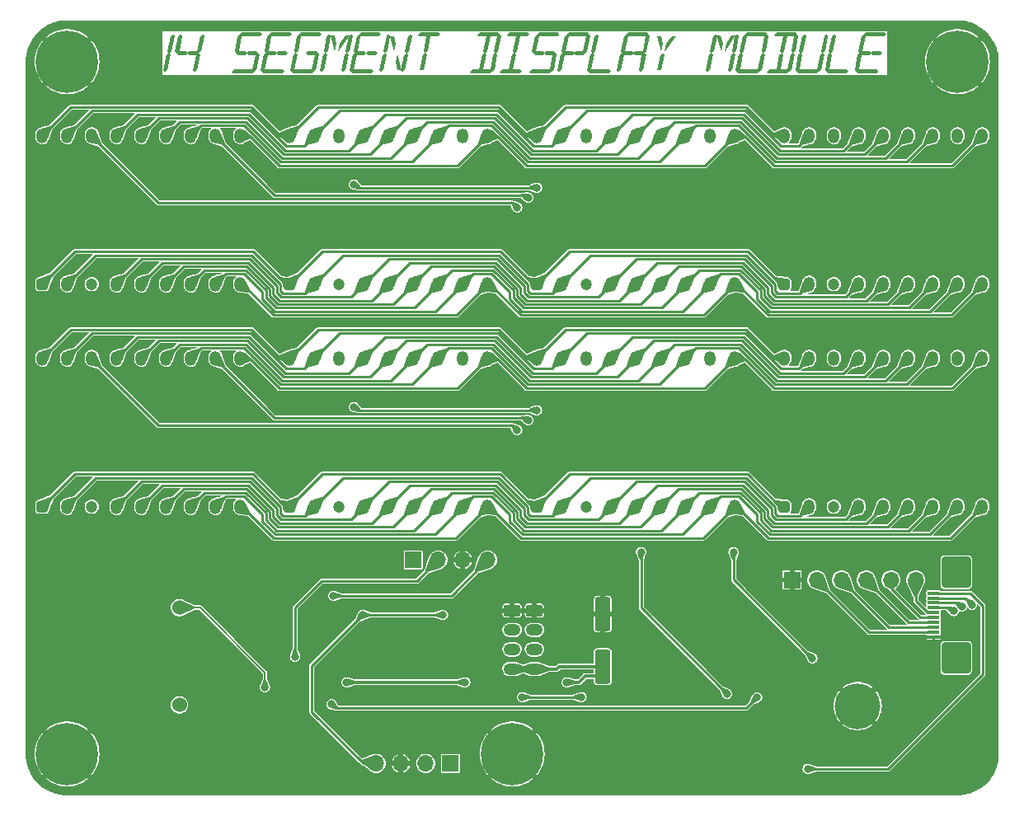
<source format=gbr>
%TF.GenerationSoftware,KiCad,Pcbnew,7.0.8*%
%TF.CreationDate,2024-01-07T19:19:44+01:00*%
%TF.ProjectId,16SegLed,31365365-674c-4656-942e-6b696361645f,rev?*%
%TF.SameCoordinates,Original*%
%TF.FileFunction,Copper,L1,Top*%
%TF.FilePolarity,Positive*%
%FSLAX46Y46*%
G04 Gerber Fmt 4.6, Leading zero omitted, Abs format (unit mm)*
G04 Created by KiCad (PCBNEW 7.0.8) date 2024-01-07 19:19:44*
%MOMM*%
%LPD*%
G01*
G04 APERTURE LIST*
G04 Aperture macros list*
%AMRoundRect*
0 Rectangle with rounded corners*
0 $1 Rounding radius*
0 $2 $3 $4 $5 $6 $7 $8 $9 X,Y pos of 4 corners*
0 Add a 4 corners polygon primitive as box body*
4,1,4,$2,$3,$4,$5,$6,$7,$8,$9,$2,$3,0*
0 Add four circle primitives for the rounded corners*
1,1,$1+$1,$2,$3*
1,1,$1+$1,$4,$5*
1,1,$1+$1,$6,$7*
1,1,$1+$1,$8,$9*
0 Add four rect primitives between the rounded corners*
20,1,$1+$1,$2,$3,$4,$5,0*
20,1,$1+$1,$4,$5,$6,$7,0*
20,1,$1+$1,$6,$7,$8,$9,0*
20,1,$1+$1,$8,$9,$2,$3,0*%
G04 Aperture macros list end*
%ADD10C,0.200000*%
%TA.AperFunction,NonConductor*%
%ADD11C,0.200000*%
%TD*%
%TA.AperFunction,ComponentPad*%
%ADD12C,1.200000*%
%TD*%
%TA.AperFunction,ComponentPad*%
%ADD13RoundRect,0.300000X-0.300000X-0.300000X0.300000X-0.300000X0.300000X0.300000X-0.300000X0.300000X0*%
%TD*%
%TA.AperFunction,ComponentPad*%
%ADD14O,1.200000X1.500000*%
%TD*%
%TA.AperFunction,ComponentPad*%
%ADD15C,6.400000*%
%TD*%
%TA.AperFunction,ComponentPad*%
%ADD16RoundRect,0.250000X0.625000X-0.350000X0.625000X0.350000X-0.625000X0.350000X-0.625000X-0.350000X0*%
%TD*%
%TA.AperFunction,ComponentPad*%
%ADD17O,1.750000X1.200000*%
%TD*%
%TA.AperFunction,SMDPad,CuDef*%
%ADD18RoundRect,0.300000X1.200000X-1.305000X1.200000X1.305000X-1.200000X1.305000X-1.200000X-1.305000X0*%
%TD*%
%TA.AperFunction,SMDPad,CuDef*%
%ADD19R,1.250000X0.300000*%
%TD*%
%TA.AperFunction,SMDPad,CuDef*%
%ADD20RoundRect,0.250000X0.550000X-1.500000X0.550000X1.500000X-0.550000X1.500000X-0.550000X-1.500000X0*%
%TD*%
%TA.AperFunction,ComponentPad*%
%ADD21C,1.524000*%
%TD*%
%TA.AperFunction,ComponentPad*%
%ADD22R,1.700000X1.700000*%
%TD*%
%TA.AperFunction,ComponentPad*%
%ADD23O,1.700000X1.700000*%
%TD*%
%TA.AperFunction,ComponentPad*%
%ADD24C,4.700000*%
%TD*%
%TA.AperFunction,ViaPad*%
%ADD25C,0.800000*%
%TD*%
%TA.AperFunction,Conductor*%
%ADD26C,0.250000*%
%TD*%
%TA.AperFunction,Conductor*%
%ADD27C,0.300000*%
%TD*%
%TA.AperFunction,Conductor*%
%ADD28C,0.350000*%
%TD*%
%TA.AperFunction,Conductor*%
%ADD29C,0.200000*%
%TD*%
G04 APERTURE END LIST*
D10*
D11*
G36*
X15155687Y1475984D02*
G01*
X14987160Y1695070D01*
X15308828Y3244058D01*
X15560886Y3458748D01*
X15728681Y3239662D01*
X15407013Y1688476D01*
X15155687Y1475984D01*
G37*
G36*
X15554292Y3391337D02*
G01*
X15384299Y3608225D01*
X15706699Y5159411D01*
X15958758Y5371902D01*
X16126553Y5152816D01*
X15802687Y3592837D01*
X15783636Y3610423D01*
X15554292Y3391337D01*
G37*
G36*
X16495848Y3210353D02*
G01*
X16188835Y3610423D01*
X16510503Y5159411D01*
X16761828Y5371902D01*
X16930356Y5152816D01*
X16616015Y3639732D01*
X17365597Y3639732D01*
X17337020Y3614819D01*
X17512875Y3422844D01*
X17264480Y3210353D01*
X16495848Y3210353D01*
G37*
G36*
X18200907Y1478183D02*
G01*
X18032380Y1697268D01*
X18346720Y3210353D01*
X17594208Y3210353D01*
X17622784Y3235266D01*
X17448395Y3429439D01*
X17696057Y3639732D01*
X18436113Y3639732D01*
X18751919Y5159411D01*
X19003245Y5371902D01*
X19171040Y5152816D01*
X18847174Y3592837D01*
X18828123Y3610423D01*
X18633950Y3422111D01*
X18773168Y3239662D01*
X18451500Y1690674D01*
X18200907Y1478183D01*
G37*
G36*
X22200140Y1295000D02*
G01*
X22031612Y1513354D01*
X22282938Y1724379D01*
X24140405Y1724379D01*
X24448884Y3210353D01*
X23696371Y3210353D01*
X23724948Y3235266D01*
X23550558Y3429439D01*
X23798221Y3639732D01*
X24569051Y3639732D01*
X24875332Y3239662D01*
X24553664Y1688476D01*
X24088381Y1295000D01*
X22200140Y1295000D01*
G37*
G36*
X22598011Y3210353D02*
G01*
X22290998Y3610423D01*
X22614864Y5168936D01*
X23080879Y5562412D01*
X24969121Y5562412D01*
X25135450Y5343326D01*
X24886322Y5133033D01*
X23028856Y5133033D01*
X22718179Y3639732D01*
X23467760Y3639732D01*
X23439184Y3614819D01*
X23615038Y3422844D01*
X23366643Y3210353D01*
X22598011Y3210353D01*
G37*
G36*
X26746720Y3210353D02*
G01*
X26775297Y3235266D01*
X26600907Y3429439D01*
X26849302Y3639732D01*
X27619400Y3639732D01*
X27787195Y3422111D01*
X27536602Y3210353D01*
X26746720Y3210353D01*
G37*
G36*
X25251221Y1295000D02*
G01*
X24944208Y1695070D01*
X25265876Y3246257D01*
X25481298Y3429439D01*
X25342080Y3610423D01*
X25665946Y5168936D01*
X26131961Y5562412D01*
X28019470Y5562412D01*
X28186532Y5343326D01*
X27936671Y5133033D01*
X26079937Y5133033D01*
X25769260Y3639732D01*
X26518842Y3639732D01*
X26490265Y3614819D01*
X26665387Y3422844D01*
X26417725Y3210353D01*
X25679867Y3210353D01*
X25371389Y1724379D01*
X27221528Y1724379D01*
X27388590Y1506026D01*
X27138730Y1295000D01*
X25251221Y1295000D01*
G37*
G36*
X28302303Y1295000D02*
G01*
X27995290Y1695070D01*
X28316958Y3246257D01*
X28568283Y3459481D01*
X28737544Y3241860D01*
X28422470Y1724379D01*
X30242568Y1724379D01*
X30551047Y3210353D01*
X29819051Y3210353D01*
X29652722Y3429439D01*
X29901849Y3639732D01*
X30671214Y3639732D01*
X30977495Y3239662D01*
X30655827Y1688476D01*
X30190544Y1295000D01*
X28302303Y1295000D01*
G37*
G36*
X28560956Y3391337D02*
G01*
X28392429Y3608225D01*
X28717027Y5168936D01*
X29183043Y5562412D01*
X31071284Y5562412D01*
X31237613Y5343326D01*
X30988486Y5133033D01*
X29131019Y5133033D01*
X28810817Y3592837D01*
X28791766Y3610423D01*
X28560956Y3391337D01*
G37*
G36*
X31217097Y1492837D02*
G01*
X31049302Y1711923D01*
X31371703Y3260911D01*
X31622296Y3475601D01*
X31791556Y3256515D01*
X31469156Y1705328D01*
X31217097Y1492837D01*
G37*
G36*
X33457048Y1492837D02*
G01*
X33288521Y1711923D01*
X33610921Y3260911D01*
X33861514Y3475601D01*
X34030042Y3256515D01*
X33707641Y1705328D01*
X33457048Y1492837D01*
G37*
G36*
X32595359Y3534219D02*
G01*
X32133740Y5187255D01*
X32554327Y5187255D01*
X32774878Y4399571D01*
X32595359Y3534219D01*
G37*
G36*
X32917760Y3525426D02*
G01*
X33100942Y4408364D01*
X33642429Y5187255D01*
X34074738Y5187255D01*
X32917760Y3525426D01*
G37*
G36*
X31614969Y3408190D02*
G01*
X31447174Y3625077D01*
X31769574Y5176264D01*
X32020168Y5388755D01*
X32189428Y5169669D01*
X31865562Y3609690D01*
X31846511Y3627275D01*
X31614969Y3408190D01*
G37*
G36*
X33854920Y3408190D02*
G01*
X33686392Y3625077D01*
X34008793Y5176264D01*
X34259386Y5388755D01*
X34427914Y5169669D01*
X34104048Y3609690D01*
X34084997Y3627275D01*
X33854920Y3408190D01*
G37*
G36*
X35899965Y3210353D02*
G01*
X35928542Y3235266D01*
X35754152Y3429439D01*
X36002547Y3639732D01*
X36772645Y3639732D01*
X36940440Y3422111D01*
X36689847Y3210353D01*
X35899965Y3210353D01*
G37*
G36*
X34404466Y1295000D02*
G01*
X34097453Y1695070D01*
X34419121Y3246257D01*
X34634543Y3429439D01*
X34495325Y3610423D01*
X34819191Y5168936D01*
X35285206Y5562412D01*
X37172715Y5562412D01*
X37339777Y5343326D01*
X37089916Y5133033D01*
X35233182Y5133033D01*
X34922505Y3639732D01*
X35672087Y3639732D01*
X35643510Y3614819D01*
X35818632Y3422844D01*
X35570970Y3210353D01*
X34833112Y3210353D01*
X34524634Y1724379D01*
X36374773Y1724379D01*
X36541835Y1506026D01*
X36291975Y1295000D01*
X34404466Y1295000D01*
G37*
G36*
X39017725Y1670158D02*
G01*
X38797907Y2458573D01*
X38977425Y3323193D01*
X39441242Y1670158D01*
X39017725Y1670158D01*
G37*
G36*
X37314131Y1468657D02*
G01*
X37146336Y1687743D01*
X37468737Y3236731D01*
X37720063Y3451421D01*
X37888590Y3232335D01*
X37566190Y1681148D01*
X37314131Y1468657D01*
G37*
G36*
X39554082Y1468657D02*
G01*
X39385555Y1687743D01*
X39707955Y3236731D01*
X39959281Y3451421D01*
X40127076Y3232335D01*
X39804676Y1681148D01*
X39554082Y1468657D01*
G37*
G36*
X38692394Y3510772D02*
G01*
X38230775Y5163807D01*
X38651361Y5163807D01*
X38871912Y4375391D01*
X38692394Y3510772D01*
G37*
G36*
X37712736Y3384742D02*
G01*
X37544208Y3601630D01*
X37866609Y5152816D01*
X38117934Y5365308D01*
X38286462Y5146222D01*
X37962596Y3586243D01*
X37943545Y3603828D01*
X37712736Y3384742D01*
G37*
G36*
X39952687Y3384742D02*
G01*
X39783426Y3601630D01*
X40105827Y5152816D01*
X40357153Y5365308D01*
X40524948Y5146222D01*
X40201082Y3586243D01*
X40182031Y3603828D01*
X39952687Y3384742D01*
G37*
G36*
X41297976Y1686278D02*
G01*
X41625506Y3263842D01*
X41644557Y3246257D01*
X41875366Y3467541D01*
X42043894Y3248455D01*
X41719295Y1686278D01*
X41297976Y1686278D01*
G37*
G36*
X41868039Y3400862D02*
G01*
X41699512Y3617750D01*
X42014585Y5133033D01*
X41285520Y5133033D01*
X41117725Y5350653D01*
X41368318Y5562412D01*
X43256560Y5562412D01*
X43423622Y5343326D01*
X43173761Y5133033D01*
X42435904Y5133033D01*
X42117900Y3602363D01*
X42098849Y3622146D01*
X41868039Y3400862D01*
G37*
G36*
X46589742Y1295000D02*
G01*
X46421947Y1513354D01*
X46672540Y1724379D01*
X47408200Y1724379D01*
X47726937Y3259446D01*
X47745988Y3241860D01*
X47976797Y3463144D01*
X48145325Y3244058D01*
X47829519Y1724379D01*
X48549058Y1724379D01*
X48865597Y3248455D01*
X49116923Y3463144D01*
X49285450Y3244058D01*
X48962317Y1688476D01*
X48497034Y1295000D01*
X46589742Y1295000D01*
G37*
G36*
X47969470Y3396466D02*
G01*
X47800942Y3613354D01*
X48116748Y5133033D01*
X47387683Y5133033D01*
X47219888Y5350653D01*
X47470482Y5562412D01*
X49377774Y5562412D01*
X49684055Y5162342D01*
X49358723Y3597966D01*
X49339672Y3615552D01*
X49109595Y3395733D01*
X48941801Y3613354D01*
X49257607Y5133033D01*
X48538067Y5133033D01*
X48218597Y3597966D01*
X48199546Y3617750D01*
X47969470Y3396466D01*
G37*
G36*
X49640824Y1295000D02*
G01*
X49473029Y1513354D01*
X49723622Y1724379D01*
X50459281Y1724379D01*
X50778018Y3259446D01*
X50797069Y3241860D01*
X51027879Y3463144D01*
X51196406Y3244058D01*
X50880600Y1724379D01*
X51611863Y1724379D01*
X51778925Y1506026D01*
X51529065Y1295000D01*
X49640824Y1295000D01*
G37*
G36*
X51020551Y3396466D02*
G01*
X50852024Y3613354D01*
X51167830Y5133033D01*
X50438765Y5133033D01*
X50270970Y5350653D01*
X50521563Y5562412D01*
X52409805Y5562412D01*
X52576867Y5343326D01*
X52327006Y5133033D01*
X51589149Y5133033D01*
X51269679Y3597966D01*
X51250628Y3617750D01*
X51020551Y3396466D01*
G37*
G36*
X52710956Y1295000D02*
G01*
X52542429Y1513354D01*
X52793754Y1724379D01*
X54651221Y1724379D01*
X54959700Y3210353D01*
X54207188Y3210353D01*
X54235764Y3235266D01*
X54061375Y3429439D01*
X54309037Y3639732D01*
X55079867Y3639732D01*
X55386148Y3239662D01*
X55064480Y1688476D01*
X54599198Y1295000D01*
X52710956Y1295000D01*
G37*
G36*
X53108828Y3210353D02*
G01*
X52801814Y3610423D01*
X53125680Y5168936D01*
X53591696Y5562412D01*
X55479937Y5562412D01*
X55646267Y5343326D01*
X55397139Y5133033D01*
X53539672Y5133033D01*
X53228995Y3639732D01*
X53978576Y3639732D01*
X53950000Y3614819D01*
X54125855Y3422844D01*
X53877460Y3210353D01*
X53108828Y3210353D01*
G37*
G36*
X55622819Y1478183D02*
G01*
X55455025Y1697268D01*
X55776692Y3246257D01*
X55992115Y3429439D01*
X55852896Y3610423D01*
X56176762Y5168936D01*
X56642777Y5562412D01*
X58531019Y5562412D01*
X58837299Y5162342D01*
X58513433Y3603828D01*
X58048151Y3210353D01*
X57258269Y3210353D01*
X57286846Y3235266D01*
X57112456Y3429439D01*
X57360119Y3639732D01*
X58100175Y3639732D01*
X58410851Y5133033D01*
X56590754Y5133033D01*
X56280077Y3639732D01*
X57029658Y3639732D01*
X57001082Y3614819D01*
X57176937Y3422844D01*
X56928542Y3210353D01*
X56190684Y3210353D01*
X55874878Y1690674D01*
X55622819Y1478183D01*
G37*
G36*
X58813119Y1295000D02*
G01*
X58506106Y1695070D01*
X58827774Y3244058D01*
X59079100Y3458748D01*
X59247627Y3239662D01*
X58933287Y1724379D01*
X60783426Y1724379D01*
X60950489Y1506026D01*
X60700628Y1295000D01*
X58813119Y1295000D01*
G37*
G36*
X59071773Y3391337D02*
G01*
X58903245Y3608225D01*
X59225646Y5159411D01*
X59476971Y5371902D01*
X59645499Y5152816D01*
X59321633Y3592837D01*
X59302582Y3610423D01*
X59071773Y3391337D01*
G37*
G36*
X61724983Y1478183D02*
G01*
X61557188Y1697268D01*
X61878856Y3246257D01*
X62094278Y3429439D01*
X61955059Y3610423D01*
X62278925Y5168936D01*
X62744941Y5562412D01*
X64633182Y5562412D01*
X64939463Y5162342D01*
X64613399Y3592837D01*
X64594348Y3610423D01*
X64400175Y3422111D01*
X64539393Y3239662D01*
X64217725Y1690674D01*
X63966399Y1478183D01*
X63798604Y1697268D01*
X64112945Y3210353D01*
X63360433Y3210353D01*
X63389009Y3235266D01*
X63214620Y3429439D01*
X63462282Y3639732D01*
X64202338Y3639732D01*
X64513015Y5133033D01*
X62692917Y5133033D01*
X62382240Y3639732D01*
X63131821Y3639732D01*
X63103245Y3614819D01*
X63279100Y3422844D01*
X63030705Y3210353D01*
X62292847Y3210353D01*
X61977041Y1690674D01*
X61724983Y1478183D01*
G37*
G36*
X65702966Y1670158D02*
G01*
X66029030Y3236731D01*
X66281089Y3451421D01*
X66448884Y3230137D01*
X66124285Y1670158D01*
X65702966Y1670158D01*
G37*
G36*
X66133810Y3510772D02*
G01*
X65671459Y5163807D01*
X66092777Y5163807D01*
X66313329Y4375391D01*
X66133810Y3510772D01*
G37*
G36*
X66451082Y3501979D02*
G01*
X66634264Y4384184D01*
X67176483Y5163807D01*
X67608060Y5163807D01*
X66451082Y3501979D01*
G37*
G36*
X70881158Y1492837D02*
G01*
X70713364Y1711923D01*
X71035764Y3260911D01*
X71286357Y3475601D01*
X71455618Y3256515D01*
X71133217Y1705328D01*
X70881158Y1492837D01*
G37*
G36*
X73121110Y1492837D02*
G01*
X72952582Y1711923D01*
X73274983Y3260911D01*
X73525576Y3475601D01*
X73694103Y3256515D01*
X73371703Y1705328D01*
X73121110Y1492837D01*
G37*
G36*
X72259421Y3534219D02*
G01*
X71797802Y5187255D01*
X72218388Y5187255D01*
X72438939Y4399571D01*
X72259421Y3534219D01*
G37*
G36*
X72581821Y3525426D02*
G01*
X72765004Y4408364D01*
X73306490Y5187255D01*
X73738800Y5187255D01*
X72581821Y3525426D01*
G37*
G36*
X71279030Y3408190D02*
G01*
X71111235Y3625077D01*
X71433636Y5176264D01*
X71684229Y5388755D01*
X71853489Y5169669D01*
X71529623Y3609690D01*
X71510572Y3627275D01*
X71279030Y3408190D01*
G37*
G36*
X73518981Y3408190D02*
G01*
X73350454Y3625077D01*
X73672854Y5176264D01*
X73923447Y5388755D01*
X74091975Y5169669D01*
X73768109Y3609690D01*
X73749058Y3627275D01*
X73518981Y3408190D01*
G37*
G36*
X74068528Y1295000D02*
G01*
X73761514Y1695070D01*
X74083915Y3248455D01*
X74335241Y3463144D01*
X74504501Y3244058D01*
X74188695Y1724379D01*
X76008793Y1724379D01*
X76325332Y3248455D01*
X76576657Y3463144D01*
X76745185Y3244058D01*
X76422052Y1688476D01*
X75956769Y1295000D01*
X74068528Y1295000D01*
G37*
G36*
X74327914Y3396466D02*
G01*
X74160119Y3613354D01*
X74483252Y5168936D01*
X74949267Y5562412D01*
X76837509Y5562412D01*
X77143789Y5162342D01*
X76818458Y3597966D01*
X76799407Y3615552D01*
X76569330Y3395733D01*
X76401535Y3613354D01*
X76717341Y5133033D01*
X74897244Y5133033D01*
X74577774Y3597966D01*
X74558723Y3615552D01*
X74327914Y3396466D01*
G37*
G36*
X77100558Y1295000D02*
G01*
X76932764Y1513354D01*
X77183357Y1724379D01*
X77919016Y1724379D01*
X78237753Y3259446D01*
X78256804Y3241860D01*
X78487613Y3463144D01*
X78656141Y3244058D01*
X78340335Y1724379D01*
X79059874Y1724379D01*
X79376413Y3248455D01*
X79627739Y3463144D01*
X79796267Y3244058D01*
X79473133Y1688476D01*
X79007851Y1295000D01*
X77100558Y1295000D01*
G37*
G36*
X78480286Y3396466D02*
G01*
X78311759Y3613354D01*
X78627565Y5133033D01*
X77898500Y5133033D01*
X77730705Y5350653D01*
X77981298Y5562412D01*
X79888590Y5562412D01*
X80194871Y5162342D01*
X79869540Y3597966D01*
X79850489Y3615552D01*
X79620412Y3395733D01*
X79452617Y3613354D01*
X79768423Y5133033D01*
X79048884Y5133033D01*
X78729414Y3597966D01*
X78710363Y3617750D01*
X78480286Y3396466D01*
G37*
G36*
X80170691Y1295000D02*
G01*
X79863678Y1695070D01*
X80185346Y3244058D01*
X80436671Y3458748D01*
X80605199Y3239662D01*
X80290858Y1724379D01*
X82110956Y1724379D01*
X82426762Y3244058D01*
X82678088Y3458748D01*
X82845883Y3239662D01*
X82524215Y1688476D01*
X82058932Y1295000D01*
X80170691Y1295000D01*
G37*
G36*
X80429344Y3391337D02*
G01*
X80260817Y3608225D01*
X80583217Y5159411D01*
X80834543Y5371902D01*
X81003071Y5152816D01*
X80679205Y3592837D01*
X80660154Y3610423D01*
X80429344Y3391337D01*
G37*
G36*
X82671493Y3391337D02*
G01*
X82502233Y3608225D01*
X82824634Y5159411D01*
X83075960Y5371902D01*
X83243754Y5152816D01*
X82919888Y3592837D01*
X82900837Y3610423D01*
X82671493Y3391337D01*
G37*
G36*
X83221773Y1295000D02*
G01*
X82914759Y1695070D01*
X83236427Y3244058D01*
X83487753Y3458748D01*
X83656281Y3239662D01*
X83341940Y1724379D01*
X85192080Y1724379D01*
X85359142Y1506026D01*
X85109281Y1295000D01*
X83221773Y1295000D01*
G37*
G36*
X83480426Y3391337D02*
G01*
X83311898Y3608225D01*
X83634299Y5159411D01*
X83885625Y5371902D01*
X84054152Y5152816D01*
X83730286Y3592837D01*
X83711235Y3610423D01*
X83480426Y3391337D01*
G37*
G36*
X87768353Y3210353D02*
G01*
X87796930Y3235266D01*
X87622540Y3429439D01*
X87870935Y3639732D01*
X88641033Y3639732D01*
X88808828Y3422111D01*
X88558235Y3210353D01*
X87768353Y3210353D01*
G37*
G36*
X86272854Y1295000D02*
G01*
X85965841Y1695070D01*
X86287509Y3246257D01*
X86502931Y3429439D01*
X86363713Y3610423D01*
X86687579Y5168936D01*
X87153594Y5562412D01*
X89041103Y5562412D01*
X89208165Y5343326D01*
X88958304Y5133033D01*
X87101570Y5133033D01*
X86790893Y3639732D01*
X87540475Y3639732D01*
X87511898Y3614819D01*
X87687020Y3422844D01*
X87439358Y3210353D01*
X86701500Y3210353D01*
X86393022Y1724379D01*
X88243161Y1724379D01*
X88410223Y1506026D01*
X88160363Y1295000D01*
X86272854Y1295000D01*
G37*
D12*
%TO.P,DS4,*%
%TO.N,*%
X83820000Y-43180000D03*
D13*
%TO.P,DS4,1,E*%
%TO.N,/DisplayGroup0/SEG_{E}*%
X78740000Y-43180000D03*
D14*
%TO.P,DS4,2,N*%
%TO.N,/DisplayGroup0/SEG_{N}*%
X81280000Y-43180000D03*
%TO.P,DS4,4,M*%
%TO.N,/DisplayGroup0/SEG_{M}*%
X86360000Y-43180000D03*
%TO.P,DS4,5,L*%
%TO.N,/DisplayGroup0/SEG_{L}*%
X88900000Y-43180000D03*
%TO.P,DS4,6,G2*%
%TO.N,/DisplayGroup0/SEG_{G2}*%
X91440000Y-43180000D03*
%TO.P,DS4,7,D*%
%TO.N,/DisplayGroup0/SEG_{D}*%
X93980000Y-43180000D03*
%TO.P,DS4,8,DP*%
%TO.N,/DisplayGroup0/SEG_{dp}*%
X96520000Y-43180000D03*
%TO.P,DS4,9,C*%
%TO.N,/DisplayGroup0/SEG_{C}*%
X99060000Y-43180000D03*
%TO.P,DS4,10,B*%
%TO.N,/DisplayGroup0/SEG_{B}*%
X99060000Y-27940000D03*
%TO.P,DS4,11,CD2*%
%TO.N,/DisplayGroup0/COM7*%
X96520000Y-27940000D03*
%TO.P,DS4,12,A*%
%TO.N,/DisplayGroup0/SEG_{A}*%
X93980000Y-27940000D03*
%TO.P,DS4,13,G1*%
%TO.N,/DisplayGroup0/SEG_{G1}*%
X91440000Y-27940000D03*
%TO.P,DS4,14,K*%
%TO.N,/DisplayGroup0/SEG_{K}*%
X88900000Y-27940000D03*
%TO.P,DS4,15,J*%
%TO.N,/DisplayGroup0/SEG_{J}*%
X86360000Y-27940000D03*
%TO.P,DS4,16,CD1*%
%TO.N,/DisplayGroup0/COM6*%
X83820000Y-27940000D03*
%TO.P,DS4,17,H*%
%TO.N,/DisplayGroup0/SEG_{H}*%
X81280000Y-27940000D03*
%TO.P,DS4,18,F*%
%TO.N,/DisplayGroup0/SEG_{F}*%
X78740000Y-27940000D03*
%TD*%
D12*
%TO.P,DS7,*%
%TO.N,*%
X58420000Y-20320000D03*
D13*
%TO.P,DS7,1,E*%
%TO.N,/DisplayGroup1/SEG_{E}*%
X53340000Y-20320000D03*
D14*
%TO.P,DS7,2,N*%
%TO.N,/DisplayGroup1/SEG_{N}*%
X55880000Y-20320000D03*
%TO.P,DS7,4,M*%
%TO.N,/DisplayGroup1/SEG_{M}*%
X60960000Y-20320000D03*
%TO.P,DS7,5,L*%
%TO.N,/DisplayGroup1/SEG_{L}*%
X63500000Y-20320000D03*
%TO.P,DS7,6,G2*%
%TO.N,/DisplayGroup1/SEG_{G2}*%
X66040000Y-20320000D03*
%TO.P,DS7,7,D*%
%TO.N,/DisplayGroup1/SEG_{D}*%
X68580000Y-20320000D03*
%TO.P,DS7,8,DP*%
%TO.N,/DisplayGroup1/SEG_{dp}*%
X71120000Y-20320000D03*
%TO.P,DS7,9,C*%
%TO.N,/DisplayGroup1/SEG_{C}*%
X73660000Y-20320000D03*
%TO.P,DS7,10,B*%
%TO.N,/DisplayGroup1/SEG_{B}*%
X73660000Y-5080000D03*
%TO.P,DS7,11,CD2*%
%TO.N,/DisplayGroup1/COM5*%
X71120000Y-5080000D03*
%TO.P,DS7,12,A*%
%TO.N,/DisplayGroup1/SEG_{A}*%
X68580000Y-5080000D03*
%TO.P,DS7,13,G1*%
%TO.N,/DisplayGroup1/SEG_{G1}*%
X66040000Y-5080000D03*
%TO.P,DS7,14,K*%
%TO.N,/DisplayGroup1/SEG_{K}*%
X63500000Y-5080000D03*
%TO.P,DS7,15,J*%
%TO.N,/DisplayGroup1/SEG_{J}*%
X60960000Y-5080000D03*
%TO.P,DS7,16,CD1*%
%TO.N,/DisplayGroup1/COM4*%
X58420000Y-5080000D03*
%TO.P,DS7,17,H*%
%TO.N,/DisplayGroup1/SEG_{H}*%
X55880000Y-5080000D03*
%TO.P,DS7,18,F*%
%TO.N,/DisplayGroup1/SEG_{F}*%
X53340000Y-5080000D03*
%TD*%
D12*
%TO.P,DS3,*%
%TO.N,*%
X58420000Y-43180000D03*
D13*
%TO.P,DS3,1,E*%
%TO.N,/DisplayGroup0/SEG_{E}*%
X53340000Y-43180000D03*
D14*
%TO.P,DS3,2,N*%
%TO.N,/DisplayGroup0/SEG_{N}*%
X55880000Y-43180000D03*
%TO.P,DS3,4,M*%
%TO.N,/DisplayGroup0/SEG_{M}*%
X60960000Y-43180000D03*
%TO.P,DS3,5,L*%
%TO.N,/DisplayGroup0/SEG_{L}*%
X63500000Y-43180000D03*
%TO.P,DS3,6,G2*%
%TO.N,/DisplayGroup0/SEG_{G2}*%
X66040000Y-43180000D03*
%TO.P,DS3,7,D*%
%TO.N,/DisplayGroup0/SEG_{D}*%
X68580000Y-43180000D03*
%TO.P,DS3,8,DP*%
%TO.N,/DisplayGroup0/SEG_{dp}*%
X71120000Y-43180000D03*
%TO.P,DS3,9,C*%
%TO.N,/DisplayGroup0/SEG_{C}*%
X73660000Y-43180000D03*
%TO.P,DS3,10,B*%
%TO.N,/DisplayGroup0/SEG_{B}*%
X73660000Y-27940000D03*
%TO.P,DS3,11,CD2*%
%TO.N,/DisplayGroup0/COM5*%
X71120000Y-27940000D03*
%TO.P,DS3,12,A*%
%TO.N,/DisplayGroup0/SEG_{A}*%
X68580000Y-27940000D03*
%TO.P,DS3,13,G1*%
%TO.N,/DisplayGroup0/SEG_{G1}*%
X66040000Y-27940000D03*
%TO.P,DS3,14,K*%
%TO.N,/DisplayGroup0/SEG_{K}*%
X63500000Y-27940000D03*
%TO.P,DS3,15,J*%
%TO.N,/DisplayGroup0/SEG_{J}*%
X60960000Y-27940000D03*
%TO.P,DS3,16,CD1*%
%TO.N,/DisplayGroup0/COM4*%
X58420000Y-27940000D03*
%TO.P,DS3,17,H*%
%TO.N,/DisplayGroup0/SEG_{H}*%
X55880000Y-27940000D03*
%TO.P,DS3,18,F*%
%TO.N,/DisplayGroup0/SEG_{F}*%
X53340000Y-27940000D03*
%TD*%
D12*
%TO.P,DS6,*%
%TO.N,*%
X33020000Y-20320000D03*
D13*
%TO.P,DS6,1,E*%
%TO.N,/DisplayGroup1/SEG_{E}*%
X27940000Y-20320000D03*
D14*
%TO.P,DS6,2,N*%
%TO.N,/DisplayGroup1/SEG_{N}*%
X30480000Y-20320000D03*
%TO.P,DS6,4,M*%
%TO.N,/DisplayGroup1/SEG_{M}*%
X35560000Y-20320000D03*
%TO.P,DS6,5,L*%
%TO.N,/DisplayGroup1/SEG_{L}*%
X38100000Y-20320000D03*
%TO.P,DS6,6,G2*%
%TO.N,/DisplayGroup1/SEG_{G2}*%
X40640000Y-20320000D03*
%TO.P,DS6,7,D*%
%TO.N,/DisplayGroup1/SEG_{D}*%
X43180000Y-20320000D03*
%TO.P,DS6,8,DP*%
%TO.N,/DisplayGroup1/SEG_{dp}*%
X45720000Y-20320000D03*
%TO.P,DS6,9,C*%
%TO.N,/DisplayGroup1/SEG_{C}*%
X48260000Y-20320000D03*
%TO.P,DS6,10,B*%
%TO.N,/DisplayGroup1/SEG_{B}*%
X48260000Y-5080000D03*
%TO.P,DS6,11,CD2*%
%TO.N,/DisplayGroup1/COM3*%
X45720000Y-5080000D03*
%TO.P,DS6,12,A*%
%TO.N,/DisplayGroup1/SEG_{A}*%
X43180000Y-5080000D03*
%TO.P,DS6,13,G1*%
%TO.N,/DisplayGroup1/SEG_{G1}*%
X40640000Y-5080000D03*
%TO.P,DS6,14,K*%
%TO.N,/DisplayGroup1/SEG_{K}*%
X38100000Y-5080000D03*
%TO.P,DS6,15,J*%
%TO.N,/DisplayGroup1/SEG_{J}*%
X35560000Y-5080000D03*
%TO.P,DS6,16,CD1*%
%TO.N,/DisplayGroup1/COM2*%
X33020000Y-5080000D03*
%TO.P,DS6,17,H*%
%TO.N,/DisplayGroup1/SEG_{H}*%
X30480000Y-5080000D03*
%TO.P,DS6,18,F*%
%TO.N,/DisplayGroup1/SEG_{F}*%
X27940000Y-5080000D03*
%TD*%
D15*
%TO.P,H2,1,1*%
%TO.N,GND*%
X96520000Y2540000D03*
%TD*%
D16*
%TO.P,USB1,1,Pin_1*%
%TO.N,GND*%
X50800000Y-53845200D03*
D17*
%TO.P,USB1,2,Pin_2*%
%TO.N,/USB_D_PLUS*%
X50800000Y-55845200D03*
%TO.P,USB1,3,Pin_3*%
%TO.N,/USB_D_MINUS*%
X50800000Y-57845200D03*
%TO.P,USB1,4,Pin_4*%
%TO.N,+5V*%
X50800000Y-59845200D03*
%TD*%
D18*
%TO.P,J3,*%
%TO.N,*%
X96394000Y-58705000D03*
X96394000Y-49915000D03*
D19*
%TO.P,J3,1,Pin_1*%
%TO.N,GND*%
X94070000Y-56560000D03*
%TO.P,J3,2,Pin_2*%
%TO.N,/IO10*%
X94070000Y-56060000D03*
%TO.P,J3,3,Pin_3*%
%TO.N,/IO11*%
X94070000Y-55560000D03*
%TO.P,J3,4,Pin_4*%
%TO.N,/IO12*%
X94070000Y-55060000D03*
%TO.P,J3,5,Pin_5*%
%TO.N,/IO13*%
X94070000Y-54560000D03*
%TO.P,J3,6,Pin_6*%
%TO.N,/IO14*%
X94070000Y-54060000D03*
%TO.P,J3,7,Pin_7*%
%TO.N,/IO35*%
X94070000Y-53560000D03*
%TO.P,J3,8,Pin_8*%
%TO.N,/IO36*%
X94070000Y-53060000D03*
%TO.P,J3,9,Pin_9*%
%TO.N,/IO37*%
X94070000Y-52560000D03*
%TO.P,J3,10,Pin_10*%
%TO.N,+3V3*%
X94070000Y-52060000D03*
%TD*%
D12*
%TO.P,DS1,*%
%TO.N,*%
X7620000Y-43180000D03*
D13*
%TO.P,DS1,1,E*%
%TO.N,/DisplayGroup0/SEG_{E}*%
X2540000Y-43180000D03*
D14*
%TO.P,DS1,2,N*%
%TO.N,/DisplayGroup0/SEG_{N}*%
X5080000Y-43180000D03*
%TO.P,DS1,4,M*%
%TO.N,/DisplayGroup0/SEG_{M}*%
X10160000Y-43180000D03*
%TO.P,DS1,5,L*%
%TO.N,/DisplayGroup0/SEG_{L}*%
X12700000Y-43180000D03*
%TO.P,DS1,6,G2*%
%TO.N,/DisplayGroup0/SEG_{G2}*%
X15240000Y-43180000D03*
%TO.P,DS1,7,D*%
%TO.N,/DisplayGroup0/SEG_{D}*%
X17780000Y-43180000D03*
%TO.P,DS1,8,DP*%
%TO.N,/DisplayGroup0/SEG_{dp}*%
X20320000Y-43180000D03*
%TO.P,DS1,9,C*%
%TO.N,/DisplayGroup0/SEG_{C}*%
X22860000Y-43180000D03*
%TO.P,DS1,10,B*%
%TO.N,/DisplayGroup0/SEG_{B}*%
X22860000Y-27940000D03*
%TO.P,DS1,11,CD2*%
%TO.N,/DisplayGroup0/COM1*%
X20320000Y-27940000D03*
%TO.P,DS1,12,A*%
%TO.N,/DisplayGroup0/SEG_{A}*%
X17780000Y-27940000D03*
%TO.P,DS1,13,G1*%
%TO.N,/DisplayGroup0/SEG_{G1}*%
X15240000Y-27940000D03*
%TO.P,DS1,14,K*%
%TO.N,/DisplayGroup0/SEG_{K}*%
X12700000Y-27940000D03*
%TO.P,DS1,15,J*%
%TO.N,/DisplayGroup0/SEG_{J}*%
X10160000Y-27940000D03*
%TO.P,DS1,16,CD1*%
%TO.N,/DisplayGroup0/COM0*%
X7620000Y-27940000D03*
%TO.P,DS1,17,H*%
%TO.N,/DisplayGroup0/SEG_{H}*%
X5080000Y-27940000D03*
%TO.P,DS1,18,F*%
%TO.N,/DisplayGroup0/SEG_{F}*%
X2540000Y-27940000D03*
%TD*%
D20*
%TO.P,C3,1*%
%TO.N,+5V*%
X60071000Y-59596000D03*
%TO.P,C3,2*%
%TO.N,GND*%
X60071000Y-54196000D03*
%TD*%
D12*
%TO.P,DS2,*%
%TO.N,*%
X33020000Y-43180000D03*
D13*
%TO.P,DS2,1,E*%
%TO.N,/DisplayGroup0/SEG_{E}*%
X27940000Y-43180000D03*
D14*
%TO.P,DS2,2,N*%
%TO.N,/DisplayGroup0/SEG_{N}*%
X30480000Y-43180000D03*
%TO.P,DS2,4,M*%
%TO.N,/DisplayGroup0/SEG_{M}*%
X35560000Y-43180000D03*
%TO.P,DS2,5,L*%
%TO.N,/DisplayGroup0/SEG_{L}*%
X38100000Y-43180000D03*
%TO.P,DS2,6,G2*%
%TO.N,/DisplayGroup0/SEG_{G2}*%
X40640000Y-43180000D03*
%TO.P,DS2,7,D*%
%TO.N,/DisplayGroup0/SEG_{D}*%
X43180000Y-43180000D03*
%TO.P,DS2,8,DP*%
%TO.N,/DisplayGroup0/SEG_{dp}*%
X45720000Y-43180000D03*
%TO.P,DS2,9,C*%
%TO.N,/DisplayGroup0/SEG_{C}*%
X48260000Y-43180000D03*
%TO.P,DS2,10,B*%
%TO.N,/DisplayGroup0/SEG_{B}*%
X48260000Y-27940000D03*
%TO.P,DS2,11,CD2*%
%TO.N,/DisplayGroup0/COM3*%
X45720000Y-27940000D03*
%TO.P,DS2,12,A*%
%TO.N,/DisplayGroup0/SEG_{A}*%
X43180000Y-27940000D03*
%TO.P,DS2,13,G1*%
%TO.N,/DisplayGroup0/SEG_{G1}*%
X40640000Y-27940000D03*
%TO.P,DS2,14,K*%
%TO.N,/DisplayGroup0/SEG_{K}*%
X38100000Y-27940000D03*
%TO.P,DS2,15,J*%
%TO.N,/DisplayGroup0/SEG_{J}*%
X35560000Y-27940000D03*
%TO.P,DS2,16,CD1*%
%TO.N,/DisplayGroup0/COM2*%
X33020000Y-27940000D03*
%TO.P,DS2,17,H*%
%TO.N,/DisplayGroup0/SEG_{H}*%
X30480000Y-27940000D03*
%TO.P,DS2,18,F*%
%TO.N,/DisplayGroup0/SEG_{F}*%
X27940000Y-27940000D03*
%TD*%
D21*
%TO.P,BZ1,1,-*%
%TO.N,/BZ+*%
X16636994Y-63547000D03*
%TO.P,BZ1,2,+*%
%TO.N,/BZ-*%
X16636994Y-53547000D03*
%TD*%
D15*
%TO.P,H1,1,1*%
%TO.N,GND*%
X5080000Y2540000D03*
%TD*%
D12*
%TO.P,DS8,*%
%TO.N,*%
X83820000Y-20320000D03*
D13*
%TO.P,DS8,1,E*%
%TO.N,/DisplayGroup1/SEG_{E}*%
X78740000Y-20320000D03*
D14*
%TO.P,DS8,2,N*%
%TO.N,/DisplayGroup1/SEG_{N}*%
X81280000Y-20320000D03*
%TO.P,DS8,4,M*%
%TO.N,/DisplayGroup1/SEG_{M}*%
X86360000Y-20320000D03*
%TO.P,DS8,5,L*%
%TO.N,/DisplayGroup1/SEG_{L}*%
X88900000Y-20320000D03*
%TO.P,DS8,6,G2*%
%TO.N,/DisplayGroup1/SEG_{G2}*%
X91440000Y-20320000D03*
%TO.P,DS8,7,D*%
%TO.N,/DisplayGroup1/SEG_{D}*%
X93980000Y-20320000D03*
%TO.P,DS8,8,DP*%
%TO.N,/DisplayGroup1/SEG_{dp}*%
X96520000Y-20320000D03*
%TO.P,DS8,9,C*%
%TO.N,/DisplayGroup1/SEG_{C}*%
X99060000Y-20320000D03*
%TO.P,DS8,10,B*%
%TO.N,/DisplayGroup1/SEG_{B}*%
X99060000Y-5080000D03*
%TO.P,DS8,11,CD2*%
%TO.N,/DisplayGroup1/COM7*%
X96520000Y-5080000D03*
%TO.P,DS8,12,A*%
%TO.N,/DisplayGroup1/SEG_{A}*%
X93980000Y-5080000D03*
%TO.P,DS8,13,G1*%
%TO.N,/DisplayGroup1/SEG_{G1}*%
X91440000Y-5080000D03*
%TO.P,DS8,14,K*%
%TO.N,/DisplayGroup1/SEG_{K}*%
X88900000Y-5080000D03*
%TO.P,DS8,15,J*%
%TO.N,/DisplayGroup1/SEG_{J}*%
X86360000Y-5080000D03*
%TO.P,DS8,16,CD1*%
%TO.N,/DisplayGroup1/COM6*%
X83820000Y-5080000D03*
%TO.P,DS8,17,H*%
%TO.N,/DisplayGroup1/SEG_{H}*%
X81280000Y-5080000D03*
%TO.P,DS8,18,F*%
%TO.N,/DisplayGroup1/SEG_{F}*%
X78740000Y-5080000D03*
%TD*%
D12*
%TO.P,DS5,*%
%TO.N,*%
X7620000Y-20320000D03*
D13*
%TO.P,DS5,1,E*%
%TO.N,/DisplayGroup1/SEG_{E}*%
X2540000Y-20320000D03*
D14*
%TO.P,DS5,2,N*%
%TO.N,/DisplayGroup1/SEG_{N}*%
X5080000Y-20320000D03*
%TO.P,DS5,4,M*%
%TO.N,/DisplayGroup1/SEG_{M}*%
X10160000Y-20320000D03*
%TO.P,DS5,5,L*%
%TO.N,/DisplayGroup1/SEG_{L}*%
X12700000Y-20320000D03*
%TO.P,DS5,6,G2*%
%TO.N,/DisplayGroup1/SEG_{G2}*%
X15240000Y-20320000D03*
%TO.P,DS5,7,D*%
%TO.N,/DisplayGroup1/SEG_{D}*%
X17780000Y-20320000D03*
%TO.P,DS5,8,DP*%
%TO.N,/DisplayGroup1/SEG_{dp}*%
X20320000Y-20320000D03*
%TO.P,DS5,9,C*%
%TO.N,/DisplayGroup1/SEG_{C}*%
X22860000Y-20320000D03*
%TO.P,DS5,10,B*%
%TO.N,/DisplayGroup1/SEG_{B}*%
X22860000Y-5080000D03*
%TO.P,DS5,11,CD2*%
%TO.N,/DisplayGroup1/COM1*%
X20320000Y-5080000D03*
%TO.P,DS5,12,A*%
%TO.N,/DisplayGroup1/SEG_{A}*%
X17780000Y-5080000D03*
%TO.P,DS5,13,G1*%
%TO.N,/DisplayGroup1/SEG_{G1}*%
X15240000Y-5080000D03*
%TO.P,DS5,14,K*%
%TO.N,/DisplayGroup1/SEG_{K}*%
X12700000Y-5080000D03*
%TO.P,DS5,15,J*%
%TO.N,/DisplayGroup1/SEG_{J}*%
X10160000Y-5080000D03*
%TO.P,DS5,16,CD1*%
%TO.N,/DisplayGroup1/COM0*%
X7620000Y-5080000D03*
%TO.P,DS5,17,H*%
%TO.N,/DisplayGroup1/SEG_{H}*%
X5080000Y-5080000D03*
%TO.P,DS5,18,F*%
%TO.N,/DisplayGroup1/SEG_{F}*%
X2540000Y-5080000D03*
%TD*%
D22*
%TO.P,J4,1,Pin_1*%
%TO.N,GND*%
X79527400Y-50698400D03*
D23*
%TO.P,J4,2,Pin_2*%
%TO.N,/IO10*%
X82067400Y-50698400D03*
%TO.P,J4,3,Pin_3*%
%TO.N,/IO11*%
X84607400Y-50698400D03*
%TO.P,J4,4,Pin_4*%
%TO.N,/IO12*%
X87147400Y-50698400D03*
%TO.P,J4,5,Pin_5*%
%TO.N,/IO13*%
X89687400Y-50698400D03*
%TO.P,J4,6,Pin_6*%
%TO.N,/IO14*%
X92227400Y-50698400D03*
%TD*%
D15*
%TO.P,H4,1,1*%
%TO.N,GND*%
X50800000Y-68580000D03*
%TD*%
D24*
%TO.P,U1,41,GND*%
%TO.N,GND*%
X86270000Y-63660000D03*
%TD*%
D16*
%TO.P,USB2,1,Pin_1*%
%TO.N,GND*%
X53086000Y-53845200D03*
D17*
%TO.P,USB2,2,Pin_2*%
%TO.N,/USB_D_PLUS*%
X53086000Y-55845200D03*
%TO.P,USB2,3,Pin_3*%
%TO.N,/USB_D_MINUS*%
X53086000Y-57845200D03*
%TO.P,USB2,4,Pin_4*%
%TO.N,+5V*%
X53086000Y-59845200D03*
%TD*%
D22*
%TO.P,J5,1,Pin_1*%
%TO.N,+5V*%
X40640000Y-48641000D03*
D23*
%TO.P,J5,2,Pin_2*%
%TO.N,/SDA5V*%
X43180000Y-48641000D03*
%TO.P,J5,3,Pin_3*%
%TO.N,GND*%
X45720000Y-48641000D03*
%TO.P,J5,4,Pin_4*%
%TO.N,/SCL5V*%
X48260000Y-48641000D03*
%TD*%
D22*
%TO.P,J6,1,Pin_1*%
%TO.N,+3V3*%
X44450000Y-69545200D03*
D23*
%TO.P,J6,2,Pin_2*%
%TO.N,/SDA3V3*%
X41910000Y-69545200D03*
%TO.P,J6,3,Pin_3*%
%TO.N,GND*%
X39370000Y-69545200D03*
%TO.P,J6,4,Pin_4*%
%TO.N,/SCL3V3*%
X36830000Y-69545200D03*
%TD*%
D15*
%TO.P,H3,1,1*%
%TO.N,GND*%
X5080000Y-68580000D03*
%TD*%
D25*
%TO.N,GND*%
X55880000Y-12700000D03*
X26670000Y-58166000D03*
X25400000Y-8255000D03*
X66040000Y-71120000D03*
X71755000Y-52705000D03*
X99060000Y-68580000D03*
X99060000Y-50800000D03*
X2540000Y-24130000D03*
X44450000Y-13970000D03*
X2540000Y-35560000D03*
X71628000Y-62484000D03*
X45720000Y-24130000D03*
X12700000Y-8255000D03*
X68580000Y-48895000D03*
X93980000Y-71120000D03*
X25400000Y-31115000D03*
X93980000Y-67310000D03*
X38100000Y0D03*
X12700000Y-71120000D03*
X69850000Y-8890000D03*
X62230000Y-54610000D03*
X77470000Y-63500000D03*
X15240000Y-37465000D03*
X12700000Y0D03*
X50800000Y-24130000D03*
X39370000Y-62738000D03*
X55245000Y-64770000D03*
X10160000Y-24130000D03*
X81915000Y-67310000D03*
X90170000Y-3175000D03*
X26670000Y-60452000D03*
X57785000Y-54610000D03*
X99060000Y-66040000D03*
X55880000Y-71120000D03*
X93980000Y-59690000D03*
X55880000Y-36195000D03*
X63500000Y-66675000D03*
X73025000Y-60325000D03*
X26670000Y-55245000D03*
X99060000Y-63500000D03*
X48260000Y-45466000D03*
X17780000Y-61214000D03*
X39370000Y-53340000D03*
X75946000Y-66675000D03*
X76200000Y0D03*
X25400000Y-24130000D03*
X25400000Y0D03*
X58420000Y-64770000D03*
X73660000Y-12700000D03*
X63500000Y0D03*
X52705000Y-36195000D03*
X81915000Y-63500000D03*
X63500000Y-35560000D03*
X31750000Y-59690000D03*
X39370000Y-59944000D03*
X2540000Y-1270000D03*
X76835000Y-52705000D03*
X46228000Y-71120000D03*
X73660000Y-71120000D03*
X76200000Y-31750000D03*
X81280000Y-17780000D03*
X99060000Y-24130000D03*
X50800000Y-48895000D03*
X78740000Y-35560000D03*
X99060000Y-35560000D03*
X80010000Y-26035000D03*
X18415000Y-49530000D03*
X15240000Y-14605000D03*
X99060000Y-12700000D03*
X39370000Y-56896000D03*
X69850000Y-31750000D03*
X76200000Y-8890000D03*
X59055000Y-48895000D03*
X32385000Y-55245000D03*
X63500000Y-61976000D03*
X27940000Y-71120000D03*
X71755000Y-56515000D03*
X93980000Y-63500000D03*
X44450000Y-32385000D03*
X26924000Y-64516000D03*
X2540000Y-12700000D03*
X88900000Y0D03*
X38100000Y-36830000D03*
X90805000Y-57150000D03*
X12700000Y-31115000D03*
X44450000Y-9525000D03*
X76200000Y-24130000D03*
X83820000Y-71120000D03*
X44450000Y-36830000D03*
X81280000Y-40640000D03*
X76835000Y-57150000D03*
X90170000Y-26035000D03*
X17780000Y-24130000D03*
X81915000Y-57150000D03*
X80010000Y-3175000D03*
X20320000Y-71120000D03*
X50800000Y0D03*
X2540000Y-49530000D03*
X2540000Y-58420000D03*
%TO.N,/SDA5V*%
X28498800Y-58597800D03*
%TO.N,/SDA3V3*%
X57912000Y-62738000D03*
X51816000Y-62738000D03*
%TO.N,/SCL5V*%
X32419350Y-52324000D03*
%TO.N,/SCL3V3*%
X43688000Y-54294750D03*
X35433000Y-54294750D03*
%TO.N,/DisplayGroup1/COM2*%
X34544000Y-10074500D03*
X53340000Y-10414000D03*
%TO.N,/DisplayGroup1/COM1*%
X52451000Y-11430000D03*
%TO.N,/DisplayGroup1/COM0*%
X51308000Y-12446000D03*
%TO.N,/DisplayGroup0/COM2*%
X53340000Y-33274000D03*
X34544000Y-32934500D03*
%TO.N,/DisplayGroup0/COM1*%
X52451000Y-34290000D03*
%TO.N,/DisplayGroup0/COM0*%
X51308000Y-35306000D03*
%TO.N,/CHIP_PU*%
X72870000Y-62410000D03*
X64033400Y-47853600D03*
%TO.N,/BOOT*%
X81620000Y-58760000D03*
X73533000Y-47853600D03*
%TO.N,+5V*%
X33782000Y-61214000D03*
X45974000Y-61214000D03*
X56388000Y-61214000D03*
%TO.N,+3V3*%
X81153000Y-70104000D03*
%TO.N,/IO37*%
X98014207Y-53250068D03*
%TO.N,/IO36*%
X96976408Y-53443500D03*
%TO.N,/IO35*%
X96139000Y-53893500D03*
%TO.N,/BZ-*%
X25400000Y-61722000D03*
%TO.N,/SND*%
X32258000Y-63474600D03*
X75946000Y-62763400D03*
%TD*%
D26*
%TO.N,GND*%
X81955900Y-56784500D02*
X80695800Y-55524400D01*
X92831608Y-56784500D02*
X90805000Y-57150000D01*
D27*
X79527400Y-54356000D02*
X79527400Y-50698400D01*
D26*
X90805000Y-57150000D02*
X81915000Y-57150000D01*
D27*
X80695800Y-55524400D02*
X79527400Y-54356000D01*
D26*
X81915000Y-57150000D02*
X81955900Y-56784500D01*
%TO.N,/SDA5V*%
X31242000Y-50800000D02*
X28498800Y-53543200D01*
X41021000Y-50800000D02*
X31242000Y-50800000D01*
X43180000Y-48641000D02*
X41021000Y-50800000D01*
X28498800Y-53543200D02*
X28498800Y-58597800D01*
%TO.N,/SDA3V3*%
X57912000Y-62738000D02*
X51816000Y-62738000D01*
%TO.N,/SCL5V*%
X44577000Y-52324000D02*
X32612100Y-52324000D01*
X48260000Y-48641000D02*
X44577000Y-52324000D01*
X32612100Y-52324000D02*
X32419350Y-52516750D01*
%TO.N,/SCL3V3*%
X30226000Y-59501750D02*
X35433000Y-54294750D01*
X30226000Y-64262000D02*
X30226000Y-59501750D01*
X35509200Y-69545200D02*
X30226000Y-64262000D01*
X35433000Y-54294750D02*
X43688000Y-54294750D01*
X36830000Y-69545200D02*
X35509200Y-69545200D01*
%TO.N,/IO14*%
X92227400Y-50698400D02*
X92227400Y-52848782D01*
X92227400Y-52848782D02*
X93438618Y-54060000D01*
X93438618Y-54060000D02*
X94070000Y-54060000D01*
%TO.N,/IO13*%
X92703656Y-54560000D02*
X94070000Y-54560000D01*
X89687400Y-50698400D02*
X89687400Y-51543744D01*
X89687400Y-51543744D02*
X92703656Y-54560000D01*
%TO.N,/IO12*%
X91509000Y-55060000D02*
X94070000Y-55060000D01*
X87147400Y-50698400D02*
X91509000Y-55060000D01*
%TO.N,/IO11*%
X89469000Y-55560000D02*
X94070000Y-55560000D01*
X84607400Y-50698400D02*
X89469000Y-55560000D01*
%TO.N,/IO10*%
X87429000Y-56060000D02*
X82067400Y-50698400D01*
X94070000Y-56060000D02*
X87429000Y-56060000D01*
%TO.N,/DisplayGroup0/SEG_{E}*%
X49564296Y-39827200D02*
X31292800Y-39827200D01*
X56692800Y-39827200D02*
X53340000Y-43180000D01*
X78740000Y-43180000D02*
X78317096Y-43180000D01*
X31292800Y-39827200D02*
X27940000Y-43180000D01*
X5892800Y-39827200D02*
X2540000Y-43180000D01*
X24164296Y-39827200D02*
X5892800Y-39827200D01*
X27517096Y-43180000D02*
X24164296Y-39827200D01*
X74964296Y-39827200D02*
X56692800Y-39827200D01*
X27940000Y-43180000D02*
X27517096Y-43180000D01*
X53340000Y-43180000D02*
X52917096Y-43180000D01*
X52917096Y-43180000D02*
X49564296Y-39827200D01*
X78317096Y-43180000D02*
X74964296Y-39827200D01*
%TO.N,/DisplayGroup0/SEG_{N}*%
X33440000Y-40220000D02*
X49423938Y-40220000D01*
X29555000Y-44105000D02*
X30480000Y-43180000D01*
X8040000Y-40220000D02*
X24023938Y-40220000D01*
X78005380Y-44105000D02*
X80355000Y-44105000D01*
X55880000Y-43180000D02*
X58840000Y-40220000D01*
X24023938Y-40220000D02*
X27015000Y-43211062D01*
X27205380Y-44105000D02*
X29555000Y-44105000D01*
X80355000Y-44105000D02*
X81280000Y-43180000D01*
X77815000Y-43914620D02*
X78005380Y-44105000D01*
X5080000Y-43180000D02*
X8040000Y-40220000D01*
X52415000Y-43914620D02*
X52605380Y-44105000D01*
X49423938Y-40220000D02*
X52415000Y-43211062D01*
X52415000Y-43211062D02*
X52415000Y-43914620D01*
X30480000Y-43180000D02*
X33440000Y-40220000D01*
X52605380Y-44105000D02*
X54955000Y-44105000D01*
X77815000Y-43211062D02*
X77815000Y-43914620D01*
X54955000Y-44105000D02*
X55880000Y-43180000D01*
X27015000Y-43211062D02*
X27015000Y-43914620D01*
X27015000Y-43914620D02*
X27205380Y-44105000D01*
X74823938Y-40220000D02*
X77815000Y-43211062D01*
X58840000Y-40220000D02*
X74823938Y-40220000D01*
%TO.N,/DisplayGroup0/SEG_{M}*%
X49267780Y-40597000D02*
X52038000Y-43367219D01*
X77438000Y-44070778D02*
X77868022Y-44500800D01*
X38143000Y-40597000D02*
X49267780Y-40597000D01*
X77868022Y-44500800D02*
X85039200Y-44500800D01*
X52038000Y-43367219D02*
X52038000Y-44070778D01*
X59639200Y-44500800D02*
X60960000Y-43180000D01*
X60960000Y-43180000D02*
X63543000Y-40597000D01*
X26638000Y-43367219D02*
X26638000Y-44070778D01*
X10160000Y-43180000D02*
X12743000Y-40597000D01*
X26638000Y-44070778D02*
X27068022Y-44500800D01*
X52038000Y-44070778D02*
X52468022Y-44500800D01*
X63543000Y-40597000D02*
X74667780Y-40597000D01*
X74667780Y-40597000D02*
X77438000Y-43367219D01*
X85039200Y-44500800D02*
X86360000Y-43180000D01*
X34239200Y-44500800D02*
X35560000Y-43180000D01*
X52468022Y-44500800D02*
X59639200Y-44500800D01*
X27068022Y-44500800D02*
X34239200Y-44500800D01*
X12743000Y-40597000D02*
X23867780Y-40597000D01*
X77438000Y-43367219D02*
X77438000Y-44070778D01*
X23867780Y-40597000D02*
X26638000Y-43367219D01*
X35560000Y-43180000D02*
X38143000Y-40597000D01*
%TO.N,/DisplayGroup0/SEG_{L}*%
X40306000Y-40974000D02*
X49111622Y-40974000D01*
X52311863Y-44877800D02*
X61802200Y-44877800D01*
X38100000Y-43180000D02*
X40306000Y-40974000D01*
X65706000Y-40974000D02*
X74511622Y-40974000D01*
X51661000Y-44226937D02*
X52311863Y-44877800D01*
X77061000Y-44226937D02*
X77711863Y-44877800D01*
X49111622Y-40974000D02*
X51661000Y-43523378D01*
X36402200Y-44877800D02*
X38100000Y-43180000D01*
X61802200Y-44877800D02*
X63500000Y-43180000D01*
X14906000Y-40974000D02*
X23711622Y-40974000D01*
X26911863Y-44877800D02*
X36402200Y-44877800D01*
X12700000Y-43180000D02*
X14906000Y-40974000D01*
X77711863Y-44877800D02*
X87202200Y-44877800D01*
X23711622Y-40974000D02*
X26261000Y-43523378D01*
X77061000Y-43523378D02*
X77061000Y-44226937D01*
X26261000Y-43523378D02*
X26261000Y-44226937D01*
X63500000Y-43180000D02*
X65706000Y-40974000D01*
X74511622Y-40974000D02*
X77061000Y-43523378D01*
X26261000Y-44226937D02*
X26911863Y-44877800D01*
X51661000Y-43523378D02*
X51661000Y-44226937D01*
X87202200Y-44877800D02*
X88900000Y-43180000D01*
%TO.N,/DisplayGroup0/SEG_{G2}*%
X15240000Y-43180000D02*
X17069000Y-41351000D01*
X63965200Y-45254800D02*
X66040000Y-43180000D01*
X48955464Y-41351000D02*
X51284000Y-43679536D01*
X66040000Y-43180000D02*
X67869000Y-41351000D01*
X17069000Y-41351000D02*
X23555464Y-41351000D01*
X51284000Y-43679536D02*
X51284000Y-44383095D01*
X40640000Y-43180000D02*
X42469000Y-41351000D01*
X38565200Y-45254800D02*
X40640000Y-43180000D01*
X76684000Y-43679536D02*
X76684000Y-44383095D01*
X89365200Y-45254800D02*
X91440000Y-43180000D01*
X51284000Y-44383095D02*
X52155704Y-45254800D01*
X77555704Y-45254800D02*
X89365200Y-45254800D01*
X25884000Y-43679536D02*
X25884000Y-44383095D01*
X25884000Y-44383095D02*
X26755704Y-45254800D01*
X42469000Y-41351000D02*
X48955464Y-41351000D01*
X76684000Y-44383095D02*
X77555704Y-45254800D01*
X67869000Y-41351000D02*
X74355464Y-41351000D01*
X23555464Y-41351000D02*
X25884000Y-43679536D01*
X74355464Y-41351000D02*
X76684000Y-43679536D01*
X52155704Y-45254800D02*
X63965200Y-45254800D01*
X26755704Y-45254800D02*
X38565200Y-45254800D01*
%TO.N,/DisplayGroup0/SEG_{D}*%
X70032000Y-41728000D02*
X74199306Y-41728000D01*
X76307000Y-43835694D02*
X76307000Y-44539254D01*
X76307000Y-44539254D02*
X77399546Y-45631800D01*
X51999546Y-45631800D02*
X66128200Y-45631800D01*
X74199306Y-41728000D02*
X76307000Y-43835694D01*
X50907000Y-44539254D02*
X51999546Y-45631800D01*
X91528200Y-45631800D02*
X93980000Y-43180000D01*
X17780000Y-43180000D02*
X19232000Y-41728000D01*
X77399546Y-45631800D02*
X91528200Y-45631800D01*
X19232000Y-41728000D02*
X23399306Y-41728000D01*
X66128200Y-45631800D02*
X68580000Y-43180000D01*
X50907000Y-43835694D02*
X50907000Y-44539254D01*
X26599546Y-45631800D02*
X40728200Y-45631800D01*
X43180000Y-43180000D02*
X44632000Y-41728000D01*
X48799306Y-41728000D02*
X50907000Y-43835694D01*
X25507000Y-43835694D02*
X25507000Y-44539254D01*
X40728200Y-45631800D02*
X43180000Y-43180000D01*
X23399306Y-41728000D02*
X25507000Y-43835694D01*
X25507000Y-44539254D02*
X26599546Y-45631800D01*
X68580000Y-43180000D02*
X70032000Y-41728000D01*
X44632000Y-41728000D02*
X48799306Y-41728000D01*
%TO.N,/DisplayGroup0/SEG_{dp}*%
X25130000Y-43991852D02*
X25130000Y-44695412D01*
X21395000Y-42105000D02*
X23243148Y-42105000D01*
X68291200Y-46008800D02*
X71120000Y-43180000D01*
X46795000Y-42105000D02*
X48643148Y-42105000D01*
X20320000Y-43180000D02*
X21395000Y-42105000D01*
X45720000Y-43180000D02*
X46795000Y-42105000D01*
X51843387Y-46008800D02*
X68291200Y-46008800D01*
X93691200Y-46008800D02*
X96520000Y-43180000D01*
X77243387Y-46008800D02*
X93691200Y-46008800D01*
X50530000Y-44695412D02*
X51843387Y-46008800D01*
X25130000Y-44695412D02*
X26443387Y-46008800D01*
X26443387Y-46008800D02*
X42891200Y-46008800D01*
X48643148Y-42105000D02*
X50530000Y-43991852D01*
X50530000Y-43991852D02*
X50530000Y-44695412D01*
X72195000Y-42105000D02*
X74043148Y-42105000D01*
X75930000Y-44695412D02*
X77243387Y-46008800D01*
X75930000Y-43991852D02*
X75930000Y-44695412D01*
X71120000Y-43180000D02*
X72195000Y-42105000D01*
X74043148Y-42105000D02*
X75930000Y-43991852D01*
X42891200Y-46008800D02*
X45720000Y-43180000D01*
X23243148Y-42105000D02*
X25130000Y-43991852D01*
%TO.N,/DisplayGroup0/SEG_{C}*%
X77087229Y-46385800D02*
X95854200Y-46385800D01*
X99060000Y-43180000D02*
X95854200Y-46385800D01*
X73660000Y-43180000D02*
X70454200Y-46385800D01*
X45054200Y-46385800D02*
X48260000Y-43180000D01*
X73881430Y-43180000D02*
X73660000Y-43180000D01*
X70454200Y-46385800D02*
X51687229Y-46385800D01*
X48481430Y-43180000D02*
X48260000Y-43180000D01*
X45054200Y-46385800D02*
X26287229Y-46385800D01*
X23081430Y-43180000D02*
X22860000Y-43180000D01*
X77087229Y-46385800D02*
X73881430Y-43180000D01*
X26287229Y-46385800D02*
X23081430Y-43180000D01*
X48481430Y-43180000D02*
X51687229Y-46385800D01*
%TO.N,/DisplayGroup0/SEG_{B}*%
X77664061Y-30988000D02*
X96012000Y-30988000D01*
X48260000Y-27940000D02*
X45212000Y-30988000D01*
X49216061Y-27940000D02*
X52264061Y-30988000D01*
X73660000Y-27940000D02*
X74616061Y-27940000D01*
X45212000Y-30988000D02*
X26864061Y-30988000D01*
X23816061Y-27940000D02*
X22860000Y-27940000D01*
X96012000Y-30988000D02*
X99060000Y-27940000D01*
X26864061Y-30988000D02*
X23816061Y-27940000D01*
X52264061Y-30988000D02*
X70612000Y-30988000D01*
X48260000Y-27940000D02*
X49216061Y-27940000D01*
X70612000Y-30988000D02*
X73660000Y-27940000D01*
X74616061Y-27940000D02*
X77664061Y-30988000D01*
%TO.N,/DisplayGroup0/SEG_{A}*%
X91317000Y-30603000D02*
X93980000Y-27940000D01*
X74074219Y-26865000D02*
X77812219Y-30603000D01*
X40517000Y-30603000D02*
X43180000Y-27940000D01*
X18855000Y-26865000D02*
X23274219Y-26865000D01*
X65917000Y-30603000D02*
X68580000Y-27940000D01*
X48674219Y-26865000D02*
X52412219Y-30603000D01*
X17780000Y-27940000D02*
X18855000Y-26865000D01*
X43180000Y-27940000D02*
X44255000Y-26865000D01*
X69655000Y-26865000D02*
X74074219Y-26865000D01*
X27012219Y-30603000D02*
X40517000Y-30603000D01*
X52412219Y-30603000D02*
X65917000Y-30603000D01*
X68580000Y-27940000D02*
X69655000Y-26865000D01*
X77812219Y-30603000D02*
X91317000Y-30603000D01*
X44255000Y-26865000D02*
X48674219Y-26865000D01*
X23274219Y-26865000D02*
X27012219Y-30603000D01*
%TO.N,/DisplayGroup0/SEG_{G1}*%
X91440000Y-27940000D02*
X89154000Y-30226000D01*
X16692000Y-26488000D02*
X15240000Y-27940000D01*
X74230378Y-26488000D02*
X67492000Y-26488000D01*
X77968377Y-30226000D02*
X74230378Y-26488000D01*
X89154000Y-30226000D02*
X77968377Y-30226000D01*
X23430378Y-26488000D02*
X16692000Y-26488000D01*
X66040000Y-27940000D02*
X63754000Y-30226000D01*
X52568377Y-30226000D02*
X48830378Y-26488000D01*
X67492000Y-26488000D02*
X66040000Y-27940000D01*
X63754000Y-30226000D02*
X52568377Y-30226000D01*
X38354000Y-30226000D02*
X27168377Y-30226000D01*
X48830378Y-26488000D02*
X42092000Y-26488000D01*
X42092000Y-26488000D02*
X40640000Y-27940000D01*
X27168377Y-30226000D02*
X23430378Y-26488000D01*
X40640000Y-27940000D02*
X38354000Y-30226000D01*
%TO.N,/DisplayGroup0/SEG_{K}*%
X63500000Y-27940000D02*
X61599000Y-29841000D01*
X74386537Y-26111000D02*
X65329000Y-26111000D01*
X39929000Y-26111000D02*
X38100000Y-27940000D01*
X86999000Y-29841000D02*
X78116535Y-29841000D01*
X48986537Y-26111000D02*
X39929000Y-26111000D01*
X88900000Y-27940000D02*
X86999000Y-29841000D01*
X65329000Y-26111000D02*
X63500000Y-27940000D01*
X23586537Y-26111000D02*
X14529000Y-26111000D01*
X78116535Y-29841000D02*
X74386537Y-26111000D01*
X27316535Y-29841000D02*
X23586537Y-26111000D01*
X36199000Y-29841000D02*
X27316535Y-29841000D01*
X14529000Y-26111000D02*
X12700000Y-27940000D01*
X52716535Y-29841000D02*
X48986537Y-26111000D01*
X38100000Y-27940000D02*
X36199000Y-29841000D01*
X61599000Y-29841000D02*
X52716535Y-29841000D01*
%TO.N,/DisplayGroup0/SEG_{J}*%
X49142694Y-25734000D02*
X52872694Y-29464000D01*
X10160000Y-27940000D02*
X12366000Y-25734000D01*
X27472694Y-29464000D02*
X34036000Y-29464000D01*
X37766000Y-25734000D02*
X49142694Y-25734000D01*
X60960000Y-27940000D02*
X63166000Y-25734000D01*
X63166000Y-25734000D02*
X74542694Y-25734000D01*
X52872694Y-29464000D02*
X59436000Y-29464000D01*
X12366000Y-25734000D02*
X23742694Y-25734000D01*
X23742694Y-25734000D02*
X27472694Y-29464000D01*
X78272694Y-29464000D02*
X84836000Y-29464000D01*
X59436000Y-29464000D02*
X60960000Y-27940000D01*
X35560000Y-27940000D02*
X37766000Y-25734000D01*
X34036000Y-29464000D02*
X35560000Y-27940000D01*
X74542694Y-25734000D02*
X78272694Y-29464000D01*
X84836000Y-29464000D02*
X86360000Y-27940000D01*
%TO.N,/DisplayGroup0/SEG_{H}*%
X7663000Y-25357000D02*
X5080000Y-27940000D01*
X23898853Y-25357000D02*
X7663000Y-25357000D01*
X49298853Y-25357000D02*
X33063000Y-25357000D01*
X30480000Y-27940000D02*
X29405000Y-29015000D01*
X58463000Y-25357000D02*
X55880000Y-27940000D01*
X52956852Y-29015000D02*
X49298853Y-25357000D01*
X27556852Y-29015000D02*
X23898853Y-25357000D01*
X55880000Y-27940000D02*
X54805000Y-29015000D01*
X78356852Y-29015000D02*
X74698853Y-25357000D01*
X29405000Y-29015000D02*
X27556852Y-29015000D01*
X54805000Y-29015000D02*
X52956852Y-29015000D01*
X80205000Y-29015000D02*
X78356852Y-29015000D01*
X74698853Y-25357000D02*
X58463000Y-25357000D01*
X33063000Y-25357000D02*
X30480000Y-27940000D01*
X81280000Y-27940000D02*
X80205000Y-29015000D01*
%TO.N,/DisplayGroup0/SEG_{F}*%
X27940000Y-27940000D02*
X27015010Y-27940000D01*
X27940000Y-27940000D02*
X30900000Y-24980000D01*
X74855010Y-24980000D02*
X56300000Y-24980000D01*
X49455011Y-24980000D02*
X52415010Y-27940000D01*
X77815010Y-27940000D02*
X74855010Y-24980000D01*
X24055010Y-24980000D02*
X5500000Y-24980000D01*
X5500000Y-24980000D02*
X2540000Y-27940000D01*
X30900000Y-24980000D02*
X49455011Y-24980000D01*
X78740000Y-27940000D02*
X77815010Y-27940000D01*
X52415010Y-27940000D02*
X53340000Y-27940000D01*
X27015010Y-27940000D02*
X24055010Y-24980000D01*
X56300000Y-24980000D02*
X53340000Y-27940000D01*
%TO.N,/DisplayGroup1/COM2*%
X34891500Y-10422000D02*
X53332000Y-10422000D01*
X34544000Y-10074500D02*
X34891500Y-10422000D01*
X53332000Y-10422000D02*
X53340000Y-10414000D01*
%TO.N,/DisplayGroup1/COM1*%
X52451000Y-11430000D02*
X52197000Y-11176000D01*
X52197000Y-11176000D02*
X26416000Y-11176000D01*
X26416000Y-11176000D02*
X20320000Y-5080000D01*
%TO.N,/DisplayGroup1/COM0*%
X7620000Y-5080000D02*
X14478000Y-11938000D01*
X14478000Y-11938000D02*
X50800000Y-11938000D01*
X50800000Y-11938000D02*
X51308000Y-12446000D01*
%TO.N,/DisplayGroup1/SEG_{E}*%
X2540000Y-20320000D02*
X5884800Y-16975200D01*
X56684800Y-16975200D02*
X75007116Y-16975200D01*
X52951916Y-20320000D02*
X53340000Y-20320000D01*
X27551916Y-20320000D02*
X27940000Y-20320000D01*
X5884800Y-16975200D02*
X24207116Y-16975200D01*
X27940000Y-20320000D02*
X31284800Y-16975200D01*
X75007116Y-16975200D02*
X78351916Y-20320000D01*
X78351916Y-20320000D02*
X78740000Y-20320000D01*
X31284800Y-16975200D02*
X49607116Y-16975200D01*
X49607116Y-16975200D02*
X52951916Y-20320000D01*
X24207116Y-16975200D02*
X27551916Y-20320000D01*
X53340000Y-20320000D02*
X56684800Y-16975200D01*
%TO.N,/DisplayGroup1/SEG_{N}*%
X74850958Y-17352200D02*
X77815000Y-20316242D01*
X5080000Y-20320000D02*
X8047800Y-17352200D01*
X49450958Y-17352200D02*
X52415000Y-20316242D01*
X27015000Y-21054620D02*
X27205380Y-21245000D01*
X77815000Y-21054620D02*
X78005380Y-21245000D01*
X27205380Y-21245000D02*
X29555000Y-21245000D01*
X55880000Y-20320000D02*
X58847800Y-17352200D01*
X52415000Y-21054620D02*
X52605380Y-21245000D01*
X52415000Y-20316242D02*
X52415000Y-21054620D01*
X58847800Y-17352200D02*
X74850958Y-17352200D01*
X78005380Y-21245000D02*
X80355000Y-21245000D01*
X80355000Y-21245000D02*
X81280000Y-20320000D01*
X27015000Y-20316242D02*
X27015000Y-21054620D01*
X24050958Y-17352200D02*
X27015000Y-20316242D01*
X54955000Y-21245000D02*
X55880000Y-20320000D01*
X52605380Y-21245000D02*
X54955000Y-21245000D01*
X30480000Y-20320000D02*
X33447800Y-17352200D01*
X8047800Y-17352200D02*
X24050958Y-17352200D01*
X29555000Y-21245000D02*
X30480000Y-20320000D01*
X33447800Y-17352200D02*
X49450958Y-17352200D01*
X77815000Y-20316242D02*
X77815000Y-21054620D01*
%TO.N,/DisplayGroup1/SEG_{M}*%
X77438000Y-20472400D02*
X77438000Y-21210778D01*
X52038000Y-20472400D02*
X52038000Y-21210778D01*
X77849222Y-21622000D02*
X85058000Y-21622000D01*
X49294800Y-17729200D02*
X52038000Y-20472400D01*
X23894800Y-17729200D02*
X26638000Y-20472400D01*
X52038000Y-21210778D02*
X52449222Y-21622000D01*
X63550800Y-17729200D02*
X74694800Y-17729200D01*
X52449222Y-21622000D02*
X59658000Y-21622000D01*
X35560000Y-20320000D02*
X38150800Y-17729200D01*
X27049222Y-21622000D02*
X34258000Y-21622000D01*
X26638000Y-21210778D02*
X27049222Y-21622000D01*
X74694800Y-17729200D02*
X77438000Y-20472400D01*
X10160000Y-20320000D02*
X12750800Y-17729200D01*
X26638000Y-20472400D02*
X26638000Y-21210778D01*
X85058000Y-21622000D02*
X86360000Y-20320000D01*
X59658000Y-21622000D02*
X60960000Y-20320000D01*
X34258000Y-21622000D02*
X35560000Y-20320000D01*
X38150800Y-17729200D02*
X49294800Y-17729200D01*
X60960000Y-20320000D02*
X63550800Y-17729200D01*
X77438000Y-21210778D02*
X77849222Y-21622000D01*
X12750800Y-17729200D02*
X23894800Y-17729200D01*
%TO.N,/DisplayGroup1/SEG_{L}*%
X77061000Y-21366936D02*
X77693064Y-21999000D01*
X63500000Y-20320000D02*
X65706000Y-18114000D01*
X38100000Y-20320000D02*
X40306000Y-18114000D01*
X12700000Y-20320000D02*
X14906000Y-18114000D01*
X87221000Y-21999000D02*
X88900000Y-20320000D01*
X52293064Y-21999000D02*
X61821000Y-21999000D01*
X65706000Y-18114000D02*
X74511622Y-18114000D01*
X77693064Y-21999000D02*
X87221000Y-21999000D01*
X26261000Y-21366936D02*
X26893064Y-21999000D01*
X26893064Y-21999000D02*
X36421000Y-21999000D01*
X26261000Y-20663378D02*
X26261000Y-21366936D01*
X14906000Y-18114000D02*
X23711622Y-18114000D01*
X49111622Y-18114000D02*
X51661000Y-20663378D01*
X36421000Y-21999000D02*
X38100000Y-20320000D01*
X51661000Y-20663378D02*
X51661000Y-21366936D01*
X74511622Y-18114000D02*
X77061000Y-20663378D01*
X61821000Y-21999000D02*
X63500000Y-20320000D01*
X23711622Y-18114000D02*
X26261000Y-20663378D01*
X77061000Y-20663378D02*
X77061000Y-21366936D01*
X40306000Y-18114000D02*
X49111622Y-18114000D01*
X51661000Y-21366936D02*
X52293064Y-21999000D01*
%TO.N,/DisplayGroup1/SEG_{G2}*%
X38584000Y-22376000D02*
X26736906Y-22376000D01*
X52136906Y-22376000D02*
X51284000Y-21523095D01*
X77536906Y-22376000D02*
X76684000Y-21523095D01*
X74355464Y-18491000D02*
X67869000Y-18491000D01*
X91440000Y-20320000D02*
X89384000Y-22376000D01*
X76684000Y-20819536D02*
X74355464Y-18491000D01*
X17069000Y-18491000D02*
X15240000Y-20320000D01*
X26736906Y-22376000D02*
X25884000Y-21523095D01*
X51284000Y-20819536D02*
X48955464Y-18491000D01*
X23555464Y-18491000D02*
X17069000Y-18491000D01*
X42469000Y-18491000D02*
X40640000Y-20320000D01*
X76684000Y-21523095D02*
X76684000Y-20819536D01*
X40640000Y-20320000D02*
X38584000Y-22376000D01*
X67869000Y-18491000D02*
X66040000Y-20320000D01*
X25884000Y-21523095D02*
X25884000Y-20819536D01*
X25884000Y-20819536D02*
X23555464Y-18491000D01*
X51284000Y-21523095D02*
X51284000Y-20819536D01*
X48955464Y-18491000D02*
X42469000Y-18491000D01*
X66040000Y-20320000D02*
X63984000Y-22376000D01*
X63984000Y-22376000D02*
X52136906Y-22376000D01*
X89384000Y-22376000D02*
X77536906Y-22376000D01*
%TO.N,/DisplayGroup1/SEG_{D}*%
X74199306Y-18868000D02*
X76307000Y-20975694D01*
X51980748Y-22753000D02*
X66147000Y-22753000D01*
X23399306Y-18868000D02*
X25507000Y-20975694D01*
X17780000Y-20320000D02*
X19232000Y-18868000D01*
X66147000Y-22753000D02*
X68580000Y-20320000D01*
X50907000Y-20975694D02*
X50907000Y-21679253D01*
X68580000Y-20320000D02*
X70032000Y-18868000D01*
X48799306Y-18868000D02*
X50907000Y-20975694D01*
X76307000Y-20975694D02*
X76307000Y-21679253D01*
X44632000Y-18868000D02*
X48799306Y-18868000D01*
X76307000Y-21679253D02*
X77380748Y-22753000D01*
X77380748Y-22753000D02*
X91547000Y-22753000D01*
X91547000Y-22753000D02*
X93980000Y-20320000D01*
X25507000Y-21679253D02*
X26580748Y-22753000D01*
X43180000Y-20320000D02*
X44632000Y-18868000D01*
X40747000Y-22753000D02*
X43180000Y-20320000D01*
X19232000Y-18868000D02*
X23399306Y-18868000D01*
X25507000Y-20975694D02*
X25507000Y-21679253D01*
X70032000Y-18868000D02*
X74199306Y-18868000D01*
X50907000Y-21679253D02*
X51980748Y-22753000D01*
X26580748Y-22753000D02*
X40747000Y-22753000D01*
%TO.N,/DisplayGroup1/SEG_{dp}*%
X48643148Y-19245000D02*
X50530000Y-21131852D01*
X93710000Y-23130000D02*
X96520000Y-20320000D01*
X46795000Y-19245000D02*
X48643148Y-19245000D01*
X45720000Y-20320000D02*
X46795000Y-19245000D01*
X42910000Y-23130000D02*
X45720000Y-20320000D01*
X68310000Y-23130000D02*
X71120000Y-20320000D01*
X25130000Y-21835411D02*
X26424590Y-23130000D01*
X77224590Y-23130000D02*
X93710000Y-23130000D01*
X74043148Y-19245000D02*
X75930000Y-21131852D01*
X25130000Y-21131852D02*
X25130000Y-21835411D01*
X75930000Y-21835411D02*
X77224590Y-23130000D01*
X20320000Y-20320000D02*
X21395000Y-19245000D01*
X51824590Y-23130000D02*
X68310000Y-23130000D01*
X26424590Y-23130000D02*
X42910000Y-23130000D01*
X71120000Y-20320000D02*
X72195000Y-19245000D01*
X50530000Y-21835411D02*
X51824590Y-23130000D01*
X50530000Y-21131852D02*
X50530000Y-21835411D01*
X72195000Y-19245000D02*
X74043148Y-19245000D01*
X75930000Y-21131852D02*
X75930000Y-21835411D01*
X21395000Y-19245000D02*
X23243148Y-19245000D01*
X23243148Y-19245000D02*
X25130000Y-21131852D01*
%TO.N,/DisplayGroup1/SEG_{C}*%
X73660000Y-20320000D02*
X70473000Y-23507000D01*
X70473000Y-23507000D02*
X51668430Y-23507000D01*
X48260000Y-20320000D02*
X45073000Y-23507000D01*
X73881430Y-20320000D02*
X73660000Y-20320000D01*
X45073000Y-23507000D02*
X26268430Y-23507000D01*
X51668430Y-23507000D02*
X48481430Y-20320000D01*
X23081430Y-20320000D02*
X22860000Y-20320000D01*
X26268430Y-23507000D02*
X23081430Y-20320000D01*
X99060000Y-20320000D02*
X95873000Y-23507000D01*
X95873000Y-23507000D02*
X77068430Y-23507000D01*
X48481430Y-20320000D02*
X48260000Y-20320000D01*
X77068430Y-23507000D02*
X73881430Y-20320000D01*
%TO.N,/DisplayGroup1/SEG_{B}*%
X96012000Y-8128000D02*
X99060000Y-5080000D01*
X48260000Y-5080000D02*
X45212000Y-8128000D01*
X74616061Y-5080000D02*
X77664061Y-8128000D01*
X77664061Y-8128000D02*
X96012000Y-8128000D01*
X45212000Y-8128000D02*
X26864061Y-8128000D01*
X26864061Y-8128000D02*
X23816061Y-5080000D01*
X48260000Y-5080000D02*
X49216061Y-5080000D01*
X49216061Y-5080000D02*
X52264061Y-8128000D01*
X70612000Y-8128000D02*
X73660000Y-5080000D01*
X23816061Y-5080000D02*
X22860000Y-5080000D01*
X52264061Y-8128000D02*
X70612000Y-8128000D01*
X73660000Y-5080000D02*
X74616061Y-5080000D01*
%TO.N,/DisplayGroup1/SEG_{A}*%
X52412219Y-7743000D02*
X65917000Y-7743000D01*
X43180000Y-5080000D02*
X44255000Y-4005000D01*
X40517000Y-7743000D02*
X43180000Y-5080000D01*
X27012219Y-7743000D02*
X40517000Y-7743000D01*
X77812219Y-7743000D02*
X91317000Y-7743000D01*
X48674219Y-4005000D02*
X52412219Y-7743000D01*
X18855000Y-4005000D02*
X23274219Y-4005000D01*
X91317000Y-7743000D02*
X93980000Y-5080000D01*
X74074219Y-4005000D02*
X77812219Y-7743000D01*
X69655000Y-4005000D02*
X74074219Y-4005000D01*
X68580000Y-5080000D02*
X69655000Y-4005000D01*
X44255000Y-4005000D02*
X48674219Y-4005000D01*
X65917000Y-7743000D02*
X68580000Y-5080000D01*
X23274219Y-4005000D02*
X27012219Y-7743000D01*
X17780000Y-5080000D02*
X18855000Y-4005000D01*
%TO.N,/DisplayGroup1/SEG_{G1}*%
X89154000Y-7366000D02*
X77968377Y-7366000D01*
X52568377Y-7366000D02*
X48830378Y-3628000D01*
X40640000Y-5080000D02*
X38354000Y-7366000D01*
X42092000Y-3628000D02*
X40640000Y-5080000D01*
X16692000Y-3628000D02*
X15240000Y-5080000D01*
X66040000Y-5080000D02*
X63754000Y-7366000D01*
X48830378Y-3628000D02*
X42092000Y-3628000D01*
X63754000Y-7366000D02*
X52568377Y-7366000D01*
X23430378Y-3628000D02*
X16692000Y-3628000D01*
X77968377Y-7366000D02*
X74230378Y-3628000D01*
X91440000Y-5080000D02*
X89154000Y-7366000D01*
X74230378Y-3628000D02*
X67492000Y-3628000D01*
X38354000Y-7366000D02*
X27168377Y-7366000D01*
X67492000Y-3628000D02*
X66040000Y-5080000D01*
X27168377Y-7366000D02*
X23430378Y-3628000D01*
%TO.N,/DisplayGroup1/SEG_{K}*%
X38100000Y-5080000D02*
X36199000Y-6981000D01*
X86999000Y-6981000D02*
X78116535Y-6981000D01*
X78116535Y-6981000D02*
X74386537Y-3251000D01*
X39929000Y-3251000D02*
X38100000Y-5080000D01*
X74386537Y-3251000D02*
X65329000Y-3251000D01*
X36199000Y-6981000D02*
X27316535Y-6981000D01*
X88900000Y-5080000D02*
X86999000Y-6981000D01*
X27316535Y-6981000D02*
X23586537Y-3251000D01*
X48986537Y-3251000D02*
X39929000Y-3251000D01*
X52716535Y-6981000D02*
X48986537Y-3251000D01*
X65329000Y-3251000D02*
X63500000Y-5080000D01*
X23586537Y-3251000D02*
X14529000Y-3251000D01*
X61599000Y-6981000D02*
X52716535Y-6981000D01*
X14529000Y-3251000D02*
X12700000Y-5080000D01*
X63500000Y-5080000D02*
X61599000Y-6981000D01*
%TO.N,/DisplayGroup1/SEG_{J}*%
X23742694Y-2874000D02*
X27472694Y-6604000D01*
X78272694Y-6604000D02*
X84836000Y-6604000D01*
X59436000Y-6604000D02*
X60960000Y-5080000D01*
X52872694Y-6604000D02*
X59436000Y-6604000D01*
X63166000Y-2874000D02*
X74542694Y-2874000D01*
X35560000Y-5080000D02*
X37766000Y-2874000D01*
X10160000Y-5080000D02*
X12366000Y-2874000D01*
X34036000Y-6604000D02*
X35560000Y-5080000D01*
X74542694Y-2874000D02*
X78272694Y-6604000D01*
X27472694Y-6604000D02*
X34036000Y-6604000D01*
X12366000Y-2874000D02*
X23742694Y-2874000D01*
X49142694Y-2874000D02*
X52872694Y-6604000D01*
X37766000Y-2874000D02*
X49142694Y-2874000D01*
X60960000Y-5080000D02*
X63166000Y-2874000D01*
X84836000Y-6604000D02*
X86360000Y-5080000D01*
%TO.N,/DisplayGroup1/SEG_{H}*%
X55880000Y-5080000D02*
X54805000Y-6155000D01*
X27556852Y-6155000D02*
X23898853Y-2497000D01*
X49298853Y-2497000D02*
X33063000Y-2497000D01*
X7663000Y-2497000D02*
X5080000Y-5080000D01*
X54805000Y-6155000D02*
X52956852Y-6155000D01*
X23898853Y-2497000D02*
X7663000Y-2497000D01*
X33063000Y-2497000D02*
X30480000Y-5080000D01*
X81280000Y-5080000D02*
X80205000Y-6155000D01*
X74698853Y-2497000D02*
X58463000Y-2497000D01*
X30480000Y-5080000D02*
X29405000Y-6155000D01*
X52956852Y-6155000D02*
X49298853Y-2497000D01*
X58463000Y-2497000D02*
X55880000Y-5080000D01*
X80205000Y-6155000D02*
X78356852Y-6155000D01*
X78356852Y-6155000D02*
X74698853Y-2497000D01*
X29405000Y-6155000D02*
X27556852Y-6155000D01*
%TO.N,/DisplayGroup1/SEG_{F}*%
X78740000Y-5080000D02*
X77815010Y-5080000D01*
X30900000Y-2120000D02*
X49455011Y-2120000D01*
X56300000Y-2120000D02*
X53340000Y-5080000D01*
X49455011Y-2120000D02*
X52415010Y-5080000D01*
X52415010Y-5080000D02*
X53340000Y-5080000D01*
X27940000Y-5080000D02*
X27015010Y-5080000D01*
X27015010Y-5080000D02*
X24055010Y-2120000D01*
X74855010Y-2120000D02*
X56300000Y-2120000D01*
X27940000Y-5080000D02*
X30900000Y-2120000D01*
X77815010Y-5080000D02*
X74855010Y-2120000D01*
X5500000Y-2120000D02*
X2540000Y-5080000D01*
X24055010Y-2120000D02*
X5500000Y-2120000D01*
%TO.N,/DisplayGroup0/COM2*%
X53332000Y-33282000D02*
X53340000Y-33274000D01*
X34544000Y-32934500D02*
X34891500Y-33282000D01*
X34891500Y-33282000D02*
X53332000Y-33282000D01*
%TO.N,/DisplayGroup0/COM1*%
X52197000Y-34036000D02*
X26416000Y-34036000D01*
X52451000Y-34290000D02*
X52197000Y-34036000D01*
X26416000Y-34036000D02*
X20320000Y-27940000D01*
%TO.N,/DisplayGroup0/COM0*%
X14478000Y-34798000D02*
X50800000Y-34798000D01*
X7620000Y-27940000D02*
X14478000Y-34798000D01*
X50800000Y-34798000D02*
X51308000Y-35306000D01*
%TO.N,/CHIP_PU*%
X64033400Y-47853600D02*
X64033400Y-53573400D01*
X64033400Y-53573400D02*
X72870000Y-62410000D01*
%TO.N,/BOOT*%
X73533000Y-47853600D02*
X73533000Y-50673000D01*
X73533000Y-50673000D02*
X81620000Y-58760000D01*
D28*
%TO.N,+5V*%
X60071000Y-60579000D02*
X60071000Y-59596000D01*
X33782000Y-61214000D02*
X45974000Y-61214000D01*
X58293000Y-60579000D02*
X60071000Y-60579000D01*
X55626000Y-59596000D02*
X60071000Y-59596000D01*
X53086000Y-59848000D02*
X55374000Y-59848000D01*
X57658000Y-61214000D02*
X58293000Y-60579000D01*
X50800000Y-59848000D02*
X51052000Y-59596000D01*
X56388000Y-61214000D02*
X57658000Y-61214000D01*
X55374000Y-59848000D02*
X55626000Y-59596000D01*
X50800000Y-59848000D02*
X53086000Y-59848000D01*
D26*
%TO.N,+3V3*%
X97849444Y-52060000D02*
X94070000Y-52060000D01*
X99110800Y-60350400D02*
X99110800Y-53321356D01*
X81153000Y-70104000D02*
X89357200Y-70104000D01*
X89357200Y-70104000D02*
X99110800Y-60350400D01*
X99110800Y-53321356D02*
X97849444Y-52060000D01*
%TO.N,/IO37*%
X97324139Y-52560000D02*
X98014207Y-53250068D01*
X94070000Y-52560000D02*
X97324139Y-52560000D01*
%TO.N,/IO36*%
X94070000Y-53060000D02*
X96592908Y-53060000D01*
X96592908Y-53060000D02*
X96976408Y-53443500D01*
%TO.N,/IO35*%
X95805500Y-53560000D02*
X96139000Y-53893500D01*
X94070000Y-53560000D02*
X95805500Y-53560000D01*
D29*
%TO.N,/BZ-*%
X18749000Y-53547000D02*
X25400000Y-60198000D01*
X16636994Y-53547000D02*
X18749000Y-53547000D01*
X25400000Y-60198000D02*
X25400000Y-61722000D01*
D26*
%TO.N,/SND*%
X32664400Y-63881000D02*
X32258000Y-63474600D01*
X75946000Y-62763400D02*
X74828400Y-63881000D01*
X74828400Y-63881000D02*
X32664400Y-63881000D01*
%TD*%
%TA.AperFunction,Conductor*%
%TO.N,/IO11*%
G36*
X85390238Y-50377841D02*
G01*
X85396563Y-50384180D01*
X85396788Y-50384770D01*
X85895431Y-51805148D01*
X85894939Y-51814090D01*
X85892665Y-51817297D01*
X85726297Y-51983665D01*
X85718024Y-51987092D01*
X85714148Y-51986431D01*
X84293770Y-51487788D01*
X84287099Y-51481815D01*
X84286607Y-51472873D01*
X84286823Y-51472305D01*
X84604838Y-50702183D01*
X84611159Y-50695848D01*
X85381284Y-50377832D01*
X85390238Y-50377841D01*
G37*
%TD.AperFunction*%
%TD*%
%TA.AperFunction,Conductor*%
%TO.N,/DisplayGroup1/SEG_{N}*%
G36*
X31302489Y-19325915D02*
G01*
X31305100Y-19327881D01*
X31471616Y-19494397D01*
X31475043Y-19502670D01*
X31474260Y-19506879D01*
X31060064Y-20581242D01*
X31053890Y-20587728D01*
X31044938Y-20587950D01*
X31044160Y-20587617D01*
X30484815Y-20323316D01*
X30478801Y-20316685D01*
X30478279Y-20314687D01*
X30358741Y-19604762D01*
X30360747Y-19596034D01*
X30367041Y-19591575D01*
X31293591Y-19324910D01*
X31302489Y-19325915D01*
G37*
%TD.AperFunction*%
%TD*%
%TA.AperFunction,Conductor*%
%TO.N,/DisplayGroup0/COM2*%
G36*
X53185221Y-32908795D02*
G01*
X53191331Y-32915012D01*
X53339123Y-33269498D01*
X53339144Y-33278452D01*
X53339123Y-33278502D01*
X53191236Y-33633214D01*
X53184889Y-33639532D01*
X53176410Y-33639697D01*
X52549264Y-33409812D01*
X52542676Y-33403747D01*
X52541591Y-33398827D01*
X52541591Y-33164984D01*
X52545018Y-33156711D01*
X52549023Y-33154091D01*
X53176268Y-32908619D01*
X53185221Y-32908795D01*
G37*
%TD.AperFunction*%
%TD*%
%TA.AperFunction,Conductor*%
%TO.N,/DisplayGroup0/SEG_{L}*%
G36*
X37535847Y-42912385D02*
G01*
X38095182Y-43176682D01*
X38101198Y-43183314D01*
X38101721Y-43185317D01*
X38221258Y-43895236D01*
X38219252Y-43903964D01*
X38212956Y-43908423D01*
X37286408Y-44175089D01*
X37277510Y-44174084D01*
X37274899Y-44172118D01*
X37108383Y-44005602D01*
X37104956Y-43997329D01*
X37105738Y-43993123D01*
X37519934Y-42918755D01*
X37526108Y-42912270D01*
X37535060Y-42912048D01*
X37535847Y-42912385D01*
G37*
%TD.AperFunction*%
%TD*%
%TA.AperFunction,Conductor*%
%TO.N,/DisplayGroup0/SEG_{K}*%
G36*
X88335847Y-27672385D02*
G01*
X88895182Y-27936682D01*
X88901198Y-27943314D01*
X88901721Y-27945317D01*
X89021258Y-28655236D01*
X89019252Y-28663964D01*
X89012956Y-28668423D01*
X88086408Y-28935089D01*
X88077510Y-28934084D01*
X88074899Y-28932118D01*
X87908383Y-28765602D01*
X87904956Y-28757329D01*
X87905738Y-28753123D01*
X88319934Y-27678755D01*
X88326108Y-27672270D01*
X88335060Y-27672048D01*
X88335847Y-27672385D01*
G37*
%TD.AperFunction*%
%TD*%
%TA.AperFunction,Conductor*%
%TO.N,/SCL3V3*%
G36*
X35613696Y-53935640D02*
G01*
X36225437Y-54166891D01*
X36231964Y-54173022D01*
X36233000Y-54177835D01*
X36233000Y-54411664D01*
X36229573Y-54419937D01*
X36225437Y-54422608D01*
X35596655Y-54660301D01*
X35587705Y-54660021D01*
X35581719Y-54653859D01*
X35485306Y-54422608D01*
X35433875Y-54299249D01*
X35433855Y-54290300D01*
X35581719Y-53935639D01*
X35588066Y-53929322D01*
X35596654Y-53929198D01*
X35613696Y-53935640D01*
G37*
%TD.AperFunction*%
%TD*%
%TA.AperFunction,Conductor*%
%TO.N,/DisplayGroup1/SEG_{D}*%
G36*
X44002489Y-19325915D02*
G01*
X44005100Y-19327881D01*
X44171616Y-19494397D01*
X44175043Y-19502670D01*
X44174260Y-19506879D01*
X43760064Y-20581242D01*
X43753890Y-20587728D01*
X43744938Y-20587950D01*
X43744160Y-20587617D01*
X43184815Y-20323316D01*
X43178801Y-20316685D01*
X43178279Y-20314687D01*
X43058741Y-19604762D01*
X43060747Y-19596034D01*
X43067041Y-19591575D01*
X43993591Y-19324910D01*
X44002489Y-19325915D01*
G37*
%TD.AperFunction*%
%TD*%
%TA.AperFunction,Conductor*%
%TO.N,/DisplayGroup1/SEG_{H}*%
G36*
X56702489Y-4085915D02*
G01*
X56705100Y-4087881D01*
X56871616Y-4254397D01*
X56875043Y-4262670D01*
X56874260Y-4266879D01*
X56460064Y-5341242D01*
X56453890Y-5347728D01*
X56444938Y-5347950D01*
X56444160Y-5347617D01*
X55884815Y-5083316D01*
X55878801Y-5076685D01*
X55878279Y-5074687D01*
X55758741Y-4364762D01*
X55760747Y-4356034D01*
X55767041Y-4351575D01*
X56693591Y-4084910D01*
X56702489Y-4085915D01*
G37*
%TD.AperFunction*%
%TD*%
%TA.AperFunction,Conductor*%
%TO.N,/DisplayGroup0/SEG_{C}*%
G36*
X48831421Y-42870047D02*
G01*
X48831652Y-42870478D01*
X49330864Y-43848947D01*
X49331571Y-43857874D01*
X49328715Y-43862537D01*
X49161948Y-44029304D01*
X49153675Y-44032731D01*
X49152338Y-44032654D01*
X48270353Y-43931191D01*
X48262526Y-43926841D01*
X48259990Y-43919579D01*
X48259931Y-43856523D01*
X48259299Y-43186132D01*
X48262718Y-43177858D01*
X48265247Y-43175934D01*
X48815484Y-42865603D01*
X48824372Y-42864525D01*
X48831421Y-42870047D01*
G37*
%TD.AperFunction*%
%TD*%
%TA.AperFunction,Conductor*%
%TO.N,/DisplayGroup0/SEG_{G1}*%
G36*
X90875847Y-27672385D02*
G01*
X91435182Y-27936682D01*
X91441198Y-27943314D01*
X91441721Y-27945317D01*
X91561258Y-28655236D01*
X91559252Y-28663964D01*
X91552956Y-28668423D01*
X90626408Y-28935089D01*
X90617510Y-28934084D01*
X90614899Y-28932118D01*
X90448383Y-28765602D01*
X90444956Y-28757329D01*
X90445738Y-28753123D01*
X90859934Y-27678755D01*
X90866108Y-27672270D01*
X90875060Y-27672048D01*
X90875847Y-27672385D01*
G37*
%TD.AperFunction*%
%TD*%
%TA.AperFunction,Conductor*%
%TO.N,/DisplayGroup1/SEG_{E}*%
G36*
X28789850Y-19298176D02*
G01*
X28793397Y-19300606D01*
X28959393Y-19466602D01*
X28962820Y-19474875D01*
X28962030Y-19479101D01*
X28544319Y-20557378D01*
X28538135Y-20563855D01*
X28529183Y-20564062D01*
X28528947Y-20563968D01*
X27943791Y-20322562D01*
X27937450Y-20316239D01*
X27937437Y-20316208D01*
X27696031Y-19731052D01*
X27696044Y-19722097D01*
X27702385Y-19715774D01*
X27702527Y-19715717D01*
X28780900Y-19297969D01*
X28789850Y-19298176D01*
G37*
%TD.AperFunction*%
%TD*%
%TA.AperFunction,Conductor*%
%TO.N,/DisplayGroup1/SEG_{F}*%
G36*
X53048855Y-4430679D02*
G01*
X53049119Y-4431228D01*
X53337667Y-5073937D01*
X53337929Y-5082888D01*
X53335877Y-5086342D01*
X52894130Y-5601803D01*
X52886144Y-5605855D01*
X52877700Y-5603131D01*
X52566909Y-5340836D01*
X52141888Y-4982136D01*
X52137777Y-4974184D01*
X52140494Y-4965651D01*
X52141139Y-4964948D01*
X52307640Y-4798447D01*
X52310565Y-4796315D01*
X53033105Y-4425609D01*
X53042029Y-4424883D01*
X53048855Y-4430679D01*
G37*
%TD.AperFunction*%
%TD*%
%TA.AperFunction,Conductor*%
%TO.N,/DisplayGroup1/SEG_{K}*%
G36*
X37535847Y-4812385D02*
G01*
X38095182Y-5076682D01*
X38101198Y-5083314D01*
X38101721Y-5085317D01*
X38221258Y-5795236D01*
X38219252Y-5803964D01*
X38212956Y-5808423D01*
X37286408Y-6075089D01*
X37277510Y-6074084D01*
X37274899Y-6072118D01*
X37108383Y-5905602D01*
X37104956Y-5897329D01*
X37105738Y-5893123D01*
X37519934Y-4818755D01*
X37526108Y-4812270D01*
X37535060Y-4812048D01*
X37535847Y-4812385D01*
G37*
%TD.AperFunction*%
%TD*%
%TA.AperFunction,Conductor*%
%TO.N,/DisplayGroup1/SEG_{F}*%
G36*
X28762489Y-4085915D02*
G01*
X28765100Y-4087881D01*
X28931616Y-4254397D01*
X28935043Y-4262670D01*
X28934260Y-4266879D01*
X28520064Y-5341242D01*
X28513890Y-5347728D01*
X28504938Y-5347950D01*
X28504160Y-5347617D01*
X27944815Y-5083316D01*
X27938801Y-5076685D01*
X27938279Y-5074687D01*
X27818741Y-4364762D01*
X27820747Y-4356034D01*
X27827041Y-4351575D01*
X28753591Y-4084910D01*
X28762489Y-4085915D01*
G37*
%TD.AperFunction*%
%TD*%
%TA.AperFunction,Conductor*%
%TO.N,/DisplayGroup0/SEG_{dp}*%
G36*
X95955847Y-42912385D02*
G01*
X96515182Y-43176682D01*
X96521198Y-43183314D01*
X96521721Y-43185317D01*
X96641258Y-43895236D01*
X96639252Y-43903964D01*
X96632956Y-43908423D01*
X95706408Y-44175089D01*
X95697510Y-44174084D01*
X95694899Y-44172118D01*
X95528383Y-44005602D01*
X95524956Y-43997329D01*
X95525738Y-43993123D01*
X95939934Y-42918755D01*
X95946108Y-42912270D01*
X95955060Y-42912048D01*
X95955847Y-42912385D01*
G37*
%TD.AperFunction*%
%TD*%
%TA.AperFunction,Conductor*%
%TO.N,/DisplayGroup0/SEG_{N}*%
G36*
X29915847Y-42912385D02*
G01*
X30475182Y-43176682D01*
X30481198Y-43183314D01*
X30481721Y-43185317D01*
X30601258Y-43895236D01*
X30599252Y-43903964D01*
X30592956Y-43908423D01*
X29666408Y-44175089D01*
X29657510Y-44174084D01*
X29654899Y-44172118D01*
X29488383Y-44005602D01*
X29484956Y-43997329D01*
X29485738Y-43993123D01*
X29899934Y-42918755D01*
X29906108Y-42912270D01*
X29915060Y-42912048D01*
X29915847Y-42912385D01*
G37*
%TD.AperFunction*%
%TD*%
%TA.AperFunction,Conductor*%
%TO.N,/DisplayGroup0/SEG_{B}*%
G36*
X98495847Y-27672385D02*
G01*
X99055182Y-27936682D01*
X99061198Y-27943314D01*
X99061721Y-27945317D01*
X99181258Y-28655236D01*
X99179252Y-28663964D01*
X99172956Y-28668423D01*
X98246408Y-28935089D01*
X98237510Y-28934084D01*
X98234899Y-28932118D01*
X98068383Y-28765602D01*
X98064956Y-28757329D01*
X98065738Y-28753123D01*
X98479934Y-27678755D01*
X98486108Y-27672270D01*
X98495060Y-27672048D01*
X98495847Y-27672385D01*
G37*
%TD.AperFunction*%
%TD*%
%TA.AperFunction,Conductor*%
%TO.N,/DisplayGroup0/SEG_{G2}*%
G36*
X41462489Y-42185915D02*
G01*
X41465100Y-42187881D01*
X41631616Y-42354397D01*
X41635043Y-42362670D01*
X41634260Y-42366879D01*
X41220064Y-43441242D01*
X41213890Y-43447728D01*
X41204938Y-43447950D01*
X41204160Y-43447617D01*
X40644815Y-43183316D01*
X40638801Y-43176685D01*
X40638279Y-43174687D01*
X40518741Y-42464762D01*
X40520747Y-42456034D01*
X40527041Y-42451575D01*
X41453591Y-42184910D01*
X41462489Y-42185915D01*
G37*
%TD.AperFunction*%
%TD*%
%TA.AperFunction,Conductor*%
%TO.N,/DisplayGroup1/SEG_{L}*%
G36*
X88335847Y-20052385D02*
G01*
X88895182Y-20316682D01*
X88901198Y-20323314D01*
X88901721Y-20325317D01*
X89021258Y-21035236D01*
X89019252Y-21043964D01*
X89012956Y-21048423D01*
X88086408Y-21315089D01*
X88077510Y-21314084D01*
X88074899Y-21312118D01*
X87908383Y-21145602D01*
X87904956Y-21137329D01*
X87905738Y-21133123D01*
X88319934Y-20058755D01*
X88326108Y-20052270D01*
X88335060Y-20052048D01*
X88335847Y-20052385D01*
G37*
%TD.AperFunction*%
%TD*%
%TA.AperFunction,Conductor*%
%TO.N,/DisplayGroup0/SEG_{G2}*%
G36*
X90875847Y-42912385D02*
G01*
X91435182Y-43176682D01*
X91441198Y-43183314D01*
X91441721Y-43185317D01*
X91561258Y-43895236D01*
X91559252Y-43903964D01*
X91552956Y-43908423D01*
X90626408Y-44175089D01*
X90617510Y-44174084D01*
X90614899Y-44172118D01*
X90448383Y-44005602D01*
X90444956Y-43997329D01*
X90445738Y-43993123D01*
X90859934Y-42918755D01*
X90866108Y-42912270D01*
X90875060Y-42912048D01*
X90875847Y-42912385D01*
G37*
%TD.AperFunction*%
%TD*%
%TA.AperFunction,Conductor*%
%TO.N,/DisplayGroup1/SEG_{K}*%
G36*
X64322489Y-4085915D02*
G01*
X64325100Y-4087881D01*
X64491616Y-4254397D01*
X64495043Y-4262670D01*
X64494260Y-4266879D01*
X64080064Y-5341242D01*
X64073890Y-5347728D01*
X64064938Y-5347950D01*
X64064160Y-5347617D01*
X63504815Y-5083316D01*
X63498801Y-5076685D01*
X63498279Y-5074687D01*
X63378741Y-4364762D01*
X63380747Y-4356034D01*
X63387041Y-4351575D01*
X64313591Y-4084910D01*
X64322489Y-4085915D01*
G37*
%TD.AperFunction*%
%TD*%
%TA.AperFunction,Conductor*%
%TO.N,/DisplayGroup1/SEG_{K}*%
G36*
X13522489Y-4085915D02*
G01*
X13525100Y-4087881D01*
X13691616Y-4254397D01*
X13695043Y-4262670D01*
X13694260Y-4266879D01*
X13280064Y-5341242D01*
X13273890Y-5347728D01*
X13264938Y-5347950D01*
X13264160Y-5347617D01*
X12704815Y-5083316D01*
X12698801Y-5076685D01*
X12698279Y-5074687D01*
X12578741Y-4364762D01*
X12580747Y-4356034D01*
X12587041Y-4351575D01*
X13513591Y-4084910D01*
X13522489Y-4085915D01*
G37*
%TD.AperFunction*%
%TD*%
%TA.AperFunction,Conductor*%
%TO.N,/DisplayGroup1/SEG_{L}*%
G36*
X37535847Y-20052385D02*
G01*
X38095182Y-20316682D01*
X38101198Y-20323314D01*
X38101721Y-20325317D01*
X38221258Y-21035236D01*
X38219252Y-21043964D01*
X38212956Y-21048423D01*
X37286408Y-21315089D01*
X37277510Y-21314084D01*
X37274899Y-21312118D01*
X37108383Y-21145602D01*
X37104956Y-21137329D01*
X37105738Y-21133123D01*
X37519934Y-20058755D01*
X37526108Y-20052270D01*
X37535060Y-20052048D01*
X37535847Y-20052385D01*
G37*
%TD.AperFunction*%
%TD*%
%TA.AperFunction,Conductor*%
%TO.N,/DisplayGroup1/SEG_{A}*%
G36*
X93415847Y-4812385D02*
G01*
X93975182Y-5076682D01*
X93981198Y-5083314D01*
X93981721Y-5085317D01*
X94101258Y-5795236D01*
X94099252Y-5803964D01*
X94092956Y-5808423D01*
X93166408Y-6075089D01*
X93157510Y-6074084D01*
X93154899Y-6072118D01*
X92988383Y-5905602D01*
X92984956Y-5897329D01*
X92985738Y-5893123D01*
X93399934Y-4818755D01*
X93406108Y-4812270D01*
X93415060Y-4812048D01*
X93415847Y-4812385D01*
G37*
%TD.AperFunction*%
%TD*%
%TA.AperFunction,Conductor*%
%TO.N,/DisplayGroup1/SEG_{K}*%
G36*
X62935847Y-4812385D02*
G01*
X63495182Y-5076682D01*
X63501198Y-5083314D01*
X63501721Y-5085317D01*
X63621258Y-5795236D01*
X63619252Y-5803964D01*
X63612956Y-5808423D01*
X62686408Y-6075089D01*
X62677510Y-6074084D01*
X62674899Y-6072118D01*
X62508383Y-5905602D01*
X62504956Y-5897329D01*
X62505738Y-5893123D01*
X62919934Y-4818755D01*
X62926108Y-4812270D01*
X62935060Y-4812048D01*
X62935847Y-4812385D01*
G37*
%TD.AperFunction*%
%TD*%
%TA.AperFunction,Conductor*%
%TO.N,/SDA3V3*%
G36*
X57757294Y-62372728D02*
G01*
X57763280Y-62378890D01*
X57911123Y-62733498D01*
X57911144Y-62742452D01*
X57911123Y-62742502D01*
X57763280Y-63097109D01*
X57756933Y-63103427D01*
X57748344Y-63103551D01*
X57119563Y-62865858D01*
X57113036Y-62859727D01*
X57112000Y-62854914D01*
X57112000Y-62621085D01*
X57115427Y-62612812D01*
X57119563Y-62610141D01*
X57748345Y-62372448D01*
X57757294Y-62372728D01*
G37*
%TD.AperFunction*%
%TD*%
%TA.AperFunction,Conductor*%
%TO.N,/DisplayGroup1/SEG_{N}*%
G36*
X5902489Y-19325915D02*
G01*
X5905100Y-19327881D01*
X6071616Y-19494397D01*
X6075043Y-19502670D01*
X6074260Y-19506879D01*
X5660064Y-20581242D01*
X5653890Y-20587728D01*
X5644938Y-20587950D01*
X5644160Y-20587617D01*
X5084815Y-20323316D01*
X5078801Y-20316685D01*
X5078279Y-20314687D01*
X4958741Y-19604762D01*
X4960747Y-19596034D01*
X4967041Y-19591575D01*
X5893591Y-19324910D01*
X5902489Y-19325915D01*
G37*
%TD.AperFunction*%
%TD*%
%TA.AperFunction,Conductor*%
%TO.N,/DisplayGroup1/SEG_{N}*%
G36*
X29915847Y-20052385D02*
G01*
X30475182Y-20316682D01*
X30481198Y-20323314D01*
X30481721Y-20325317D01*
X30601258Y-21035236D01*
X30599252Y-21043964D01*
X30592956Y-21048423D01*
X29666408Y-21315089D01*
X29657510Y-21314084D01*
X29654899Y-21312118D01*
X29488383Y-21145602D01*
X29484956Y-21137329D01*
X29485738Y-21133123D01*
X29899934Y-20058755D01*
X29906108Y-20052270D01*
X29915060Y-20052048D01*
X29915847Y-20052385D01*
G37*
%TD.AperFunction*%
%TD*%
%TA.AperFunction,Conductor*%
%TO.N,/DisplayGroup0/SEG_{D}*%
G36*
X44002489Y-42185915D02*
G01*
X44005100Y-42187881D01*
X44171616Y-42354397D01*
X44175043Y-42362670D01*
X44174260Y-42366879D01*
X43760064Y-43441242D01*
X43753890Y-43447728D01*
X43744938Y-43447950D01*
X43744160Y-43447617D01*
X43184815Y-43183316D01*
X43178801Y-43176685D01*
X43178279Y-43174687D01*
X43058741Y-42464762D01*
X43060747Y-42456034D01*
X43067041Y-42451575D01*
X43993591Y-42184910D01*
X44002489Y-42185915D01*
G37*
%TD.AperFunction*%
%TD*%
%TA.AperFunction,Conductor*%
%TO.N,/DisplayGroup0/SEG_{dp}*%
G36*
X70555847Y-42912385D02*
G01*
X71115182Y-43176682D01*
X71121198Y-43183314D01*
X71121721Y-43185317D01*
X71241258Y-43895236D01*
X71239252Y-43903964D01*
X71232956Y-43908423D01*
X70306408Y-44175089D01*
X70297510Y-44174084D01*
X70294899Y-44172118D01*
X70128383Y-44005602D01*
X70124956Y-43997329D01*
X70125738Y-43993123D01*
X70539934Y-42918755D01*
X70546108Y-42912270D01*
X70555060Y-42912048D01*
X70555847Y-42912385D01*
G37*
%TD.AperFunction*%
%TD*%
%TA.AperFunction,Conductor*%
%TO.N,/DisplayGroup0/SEG_{C}*%
G36*
X74231421Y-42870047D02*
G01*
X74231652Y-42870478D01*
X74730864Y-43848947D01*
X74731571Y-43857874D01*
X74728715Y-43862537D01*
X74561948Y-44029304D01*
X74553675Y-44032731D01*
X74552338Y-44032654D01*
X73670353Y-43931191D01*
X73662526Y-43926841D01*
X73659990Y-43919579D01*
X73659931Y-43856523D01*
X73659299Y-43186132D01*
X73662718Y-43177858D01*
X73665247Y-43175934D01*
X74215484Y-42865603D01*
X74224372Y-42864525D01*
X74231421Y-42870047D01*
G37*
%TD.AperFunction*%
%TD*%
%TA.AperFunction,Conductor*%
%TO.N,/DisplayGroup0/SEG_{J}*%
G36*
X34995847Y-27672385D02*
G01*
X35555182Y-27936682D01*
X35561198Y-27943314D01*
X35561721Y-27945317D01*
X35681258Y-28655236D01*
X35679252Y-28663964D01*
X35672956Y-28668423D01*
X34746408Y-28935089D01*
X34737510Y-28934084D01*
X34734899Y-28932118D01*
X34568383Y-28765602D01*
X34564956Y-28757329D01*
X34565738Y-28753123D01*
X34979934Y-27678755D01*
X34986108Y-27672270D01*
X34995060Y-27672048D01*
X34995847Y-27672385D01*
G37*
%TD.AperFunction*%
%TD*%
%TA.AperFunction,Conductor*%
%TO.N,/IO37*%
G36*
X97544278Y-52599320D02*
G01*
X98156967Y-52875861D01*
X98163098Y-52882388D01*
X98162974Y-52890977D01*
X98016770Y-53246263D01*
X98010452Y-53252610D01*
X98010402Y-53252631D01*
X97655116Y-53398835D01*
X97646162Y-53398814D01*
X97640000Y-53392828D01*
X97575883Y-53250775D01*
X97413486Y-52890977D01*
X97363459Y-52780139D01*
X97363179Y-52771189D01*
X97365848Y-52767055D01*
X97531193Y-52601710D01*
X97539465Y-52598284D01*
X97544278Y-52599320D01*
G37*
%TD.AperFunction*%
%TD*%
%TA.AperFunction,Conductor*%
%TO.N,/DisplayGroup0/SEG_{C}*%
G36*
X73095847Y-42912385D02*
G01*
X73655182Y-43176682D01*
X73661198Y-43183314D01*
X73661721Y-43185317D01*
X73781258Y-43895236D01*
X73779252Y-43903964D01*
X73772956Y-43908423D01*
X72846408Y-44175089D01*
X72837510Y-44174084D01*
X72834899Y-44172118D01*
X72668383Y-44005602D01*
X72664956Y-43997329D01*
X72665738Y-43993123D01*
X73079934Y-42918755D01*
X73086108Y-42912270D01*
X73095060Y-42912048D01*
X73095847Y-42912385D01*
G37*
%TD.AperFunction*%
%TD*%
%TA.AperFunction,Conductor*%
%TO.N,+5V*%
G36*
X34573670Y-61036494D02*
G01*
X34580605Y-61042158D01*
X34582000Y-61047698D01*
X34582000Y-61380301D01*
X34578573Y-61388574D01*
X34573669Y-61391505D01*
X33945179Y-61580512D01*
X33936270Y-61579613D01*
X33931011Y-61573810D01*
X33782875Y-61218499D01*
X33782855Y-61209550D01*
X33931012Y-60854187D01*
X33937358Y-60847871D01*
X33945178Y-60847487D01*
X34573670Y-61036494D01*
G37*
%TD.AperFunction*%
%TD*%
%TA.AperFunction,Conductor*%
%TO.N,/DisplayGroup0/SEG_{H}*%
G36*
X80715847Y-27672385D02*
G01*
X81275182Y-27936682D01*
X81281198Y-27943314D01*
X81281721Y-27945317D01*
X81401258Y-28655236D01*
X81399252Y-28663964D01*
X81392956Y-28668423D01*
X80466408Y-28935089D01*
X80457510Y-28934084D01*
X80454899Y-28932118D01*
X80288383Y-28765602D01*
X80284956Y-28757329D01*
X80285738Y-28753123D01*
X80699934Y-27678755D01*
X80706108Y-27672270D01*
X80715060Y-27672048D01*
X80715847Y-27672385D01*
G37*
%TD.AperFunction*%
%TD*%
%TA.AperFunction,Conductor*%
%TO.N,/DisplayGroup1/COM0*%
G36*
X8199725Y-4817966D02*
G01*
X8200064Y-4818756D01*
X8614260Y-5893120D01*
X8614038Y-5902072D01*
X8611616Y-5905602D01*
X8445100Y-6072118D01*
X8436827Y-6075545D01*
X8433591Y-6075089D01*
X7507043Y-5808423D01*
X7500040Y-5802841D01*
X7498741Y-5795236D01*
X7618278Y-5085315D01*
X7623031Y-5077728D01*
X7624809Y-5076686D01*
X8184149Y-4812386D01*
X8193093Y-4811950D01*
X8199725Y-4817966D01*
G37*
%TD.AperFunction*%
%TD*%
%TA.AperFunction,Conductor*%
%TO.N,/DisplayGroup1/SEG_{J}*%
G36*
X85795847Y-4812385D02*
G01*
X86355182Y-5076682D01*
X86361198Y-5083314D01*
X86361721Y-5085317D01*
X86481258Y-5795236D01*
X86479252Y-5803964D01*
X86472956Y-5808423D01*
X85546408Y-6075089D01*
X85537510Y-6074084D01*
X85534899Y-6072118D01*
X85368383Y-5905602D01*
X85364956Y-5897329D01*
X85365738Y-5893123D01*
X85779934Y-4818755D01*
X85786108Y-4812270D01*
X85795060Y-4812048D01*
X85795847Y-4812385D01*
G37*
%TD.AperFunction*%
%TD*%
%TA.AperFunction,Conductor*%
%TO.N,/DisplayGroup0/SEG_{dp}*%
G36*
X21142489Y-42185915D02*
G01*
X21145100Y-42187881D01*
X21311616Y-42354397D01*
X21315043Y-42362670D01*
X21314260Y-42366879D01*
X20900064Y-43441242D01*
X20893890Y-43447728D01*
X20884938Y-43447950D01*
X20884160Y-43447617D01*
X20324815Y-43183316D01*
X20318801Y-43176685D01*
X20318279Y-43174687D01*
X20198741Y-42464762D01*
X20200747Y-42456034D01*
X20207041Y-42451575D01*
X21133591Y-42184910D01*
X21142489Y-42185915D01*
G37*
%TD.AperFunction*%
%TD*%
%TA.AperFunction,Conductor*%
%TO.N,/DisplayGroup1/SEG_{N}*%
G36*
X80715847Y-20052385D02*
G01*
X81275182Y-20316682D01*
X81281198Y-20323314D01*
X81281721Y-20325317D01*
X81401258Y-21035236D01*
X81399252Y-21043964D01*
X81392956Y-21048423D01*
X80466408Y-21315089D01*
X80457510Y-21314084D01*
X80454899Y-21312118D01*
X80288383Y-21145602D01*
X80284956Y-21137329D01*
X80285738Y-21133123D01*
X80699934Y-20058755D01*
X80706108Y-20052270D01*
X80715060Y-20052048D01*
X80715847Y-20052385D01*
G37*
%TD.AperFunction*%
%TD*%
%TA.AperFunction,Conductor*%
%TO.N,/DisplayGroup0/SEG_{C}*%
G36*
X98495847Y-42912385D02*
G01*
X99055182Y-43176682D01*
X99061198Y-43183314D01*
X99061721Y-43185317D01*
X99181258Y-43895236D01*
X99179252Y-43903964D01*
X99172956Y-43908423D01*
X98246408Y-44175089D01*
X98237510Y-44174084D01*
X98234899Y-44172118D01*
X98068383Y-44005602D01*
X98064956Y-43997329D01*
X98065738Y-43993123D01*
X98479934Y-42918755D01*
X98486108Y-42912270D01*
X98495060Y-42912048D01*
X98495847Y-42912385D01*
G37*
%TD.AperFunction*%
%TD*%
%TA.AperFunction,Conductor*%
%TO.N,/DisplayGroup1/SEG_{B}*%
G36*
X23316843Y-4548341D02*
G01*
X24066845Y-5155924D01*
X24071116Y-5163794D01*
X24068571Y-5172380D01*
X24067753Y-5173288D01*
X23901389Y-5339652D01*
X23898631Y-5341697D01*
X23176796Y-5727524D01*
X23167885Y-5728402D01*
X23160963Y-5722721D01*
X23160696Y-5722190D01*
X22862451Y-5086031D01*
X22862043Y-5077087D01*
X22864056Y-5073577D01*
X23300491Y-4549940D01*
X23308420Y-4545780D01*
X23316843Y-4548341D01*
G37*
%TD.AperFunction*%
%TD*%
%TA.AperFunction,Conductor*%
%TO.N,/IO14*%
G36*
X92231889Y-50699265D02*
G01*
X93001292Y-51018942D01*
X93007617Y-51025281D01*
X93007608Y-51034236D01*
X93007350Y-51034813D01*
X92355586Y-52391766D01*
X92348915Y-52397739D01*
X92345039Y-52398400D01*
X92109761Y-52398400D01*
X92101488Y-52394973D01*
X92099214Y-52391766D01*
X91447449Y-51034813D01*
X91446957Y-51025871D01*
X91452930Y-51019200D01*
X91453495Y-51018947D01*
X92222911Y-50699264D01*
X92231866Y-50699256D01*
X92231889Y-50699265D01*
G37*
%TD.AperFunction*%
%TD*%
%TA.AperFunction,Conductor*%
%TO.N,/BOOT*%
G36*
X73892109Y-48002319D02*
G01*
X73898427Y-48008666D01*
X73898551Y-48017255D01*
X73660859Y-48646037D01*
X73654728Y-48652564D01*
X73649915Y-48653600D01*
X73416085Y-48653600D01*
X73407812Y-48650173D01*
X73405141Y-48646037D01*
X73167448Y-48017255D01*
X73167728Y-48008305D01*
X73173889Y-48002319D01*
X73528500Y-47854475D01*
X73537449Y-47854455D01*
X73892109Y-48002319D01*
G37*
%TD.AperFunction*%
%TD*%
%TA.AperFunction,Conductor*%
%TO.N,/DisplayGroup1/SEG_{B}*%
G36*
X73095847Y-4812385D02*
G01*
X73655182Y-5076682D01*
X73661198Y-5083314D01*
X73661721Y-5085317D01*
X73781258Y-5795236D01*
X73779252Y-5803964D01*
X73772956Y-5808423D01*
X72846408Y-6075089D01*
X72837510Y-6074084D01*
X72834899Y-6072118D01*
X72668383Y-5905602D01*
X72664956Y-5897329D01*
X72665738Y-5893123D01*
X73079934Y-4818755D01*
X73086108Y-4812270D01*
X73095060Y-4812048D01*
X73095847Y-4812385D01*
G37*
%TD.AperFunction*%
%TD*%
%TA.AperFunction,Conductor*%
%TO.N,/DisplayGroup1/SEG_{dp}*%
G36*
X70555847Y-20052385D02*
G01*
X71115182Y-20316682D01*
X71121198Y-20323314D01*
X71121721Y-20325317D01*
X71241258Y-21035236D01*
X71239252Y-21043964D01*
X71232956Y-21048423D01*
X70306408Y-21315089D01*
X70297510Y-21314084D01*
X70294899Y-21312118D01*
X70128383Y-21145602D01*
X70124956Y-21137329D01*
X70125738Y-21133123D01*
X70539934Y-20058755D01*
X70546108Y-20052270D01*
X70555060Y-20052048D01*
X70555847Y-20052385D01*
G37*
%TD.AperFunction*%
%TD*%
%TA.AperFunction,Conductor*%
%TO.N,/DisplayGroup1/SEG_{J}*%
G36*
X10982489Y-4085915D02*
G01*
X10985100Y-4087881D01*
X11151616Y-4254397D01*
X11155043Y-4262670D01*
X11154260Y-4266879D01*
X10740064Y-5341242D01*
X10733890Y-5347728D01*
X10724938Y-5347950D01*
X10724160Y-5347617D01*
X10164815Y-5083316D01*
X10158801Y-5076685D01*
X10158279Y-5074687D01*
X10038741Y-4364762D01*
X10040747Y-4356034D01*
X10047041Y-4351575D01*
X10973591Y-4084910D01*
X10982489Y-4085915D01*
G37*
%TD.AperFunction*%
%TD*%
%TA.AperFunction,Conductor*%
%TO.N,/DisplayGroup0/SEG_{M}*%
G36*
X36382489Y-42185915D02*
G01*
X36385100Y-42187881D01*
X36551616Y-42354397D01*
X36555043Y-42362670D01*
X36554260Y-42366879D01*
X36140064Y-43441242D01*
X36133890Y-43447728D01*
X36124938Y-43447950D01*
X36124160Y-43447617D01*
X35564815Y-43183316D01*
X35558801Y-43176685D01*
X35558279Y-43174687D01*
X35438741Y-42464762D01*
X35440747Y-42456034D01*
X35447041Y-42451575D01*
X36373591Y-42184910D01*
X36382489Y-42185915D01*
G37*
%TD.AperFunction*%
%TD*%
%TA.AperFunction,Conductor*%
%TO.N,/DisplayGroup0/SEG_{M}*%
G36*
X85795847Y-42912385D02*
G01*
X86355182Y-43176682D01*
X86361198Y-43183314D01*
X86361721Y-43185317D01*
X86481258Y-43895236D01*
X86479252Y-43903964D01*
X86472956Y-43908423D01*
X85546408Y-44175089D01*
X85537510Y-44174084D01*
X85534899Y-44172118D01*
X85368383Y-44005602D01*
X85364956Y-43997329D01*
X85365738Y-43993123D01*
X85779934Y-42918755D01*
X85786108Y-42912270D01*
X85795060Y-42912048D01*
X85795847Y-42912385D01*
G37*
%TD.AperFunction*%
%TD*%
%TA.AperFunction,Conductor*%
%TO.N,/DisplayGroup0/SEG_{J}*%
G36*
X60395847Y-27672385D02*
G01*
X60955182Y-27936682D01*
X60961198Y-27943314D01*
X60961721Y-27945317D01*
X61081258Y-28655236D01*
X61079252Y-28663964D01*
X61072956Y-28668423D01*
X60146408Y-28935089D01*
X60137510Y-28934084D01*
X60134899Y-28932118D01*
X59968383Y-28765602D01*
X59964956Y-28757329D01*
X59965738Y-28753123D01*
X60379934Y-27678755D01*
X60386108Y-27672270D01*
X60395060Y-27672048D01*
X60395847Y-27672385D01*
G37*
%TD.AperFunction*%
%TD*%
%TA.AperFunction,Conductor*%
%TO.N,/DisplayGroup0/SEG_{F}*%
G36*
X28762489Y-26945915D02*
G01*
X28765100Y-26947881D01*
X28931616Y-27114397D01*
X28935043Y-27122670D01*
X28934260Y-27126879D01*
X28520064Y-28201242D01*
X28513890Y-28207728D01*
X28504938Y-28207950D01*
X28504160Y-28207617D01*
X27944815Y-27943316D01*
X27938801Y-27936685D01*
X27938279Y-27934687D01*
X27818741Y-27224762D01*
X27820747Y-27216034D01*
X27827041Y-27211575D01*
X28753591Y-26944910D01*
X28762489Y-26945915D01*
G37*
%TD.AperFunction*%
%TD*%
%TA.AperFunction,Conductor*%
%TO.N,/CHIP_PU*%
G36*
X72400071Y-61759252D02*
G01*
X73012760Y-62035793D01*
X73018891Y-62042320D01*
X73018767Y-62050909D01*
X72872563Y-62406195D01*
X72866245Y-62412542D01*
X72866195Y-62412563D01*
X72510909Y-62558767D01*
X72501955Y-62558746D01*
X72495793Y-62552760D01*
X72431676Y-62410707D01*
X72269279Y-62050909D01*
X72219252Y-61940071D01*
X72218972Y-61931121D01*
X72221641Y-61926987D01*
X72386986Y-61761642D01*
X72395258Y-61758216D01*
X72400071Y-61759252D01*
G37*
%TD.AperFunction*%
%TD*%
%TA.AperFunction,Conductor*%
%TO.N,/DisplayGroup0/SEG_{dp}*%
G36*
X71942489Y-42185915D02*
G01*
X71945100Y-42187881D01*
X72111616Y-42354397D01*
X72115043Y-42362670D01*
X72114260Y-42366879D01*
X71700064Y-43441242D01*
X71693890Y-43447728D01*
X71684938Y-43447950D01*
X71684160Y-43447617D01*
X71124815Y-43183316D01*
X71118801Y-43176685D01*
X71118279Y-43174687D01*
X70998741Y-42464762D01*
X71000747Y-42456034D01*
X71007041Y-42451575D01*
X71933591Y-42184910D01*
X71942489Y-42185915D01*
G37*
%TD.AperFunction*%
%TD*%
%TA.AperFunction,Conductor*%
%TO.N,/SCL5V*%
G36*
X47486106Y-48320428D02*
G01*
X48256215Y-48638438D01*
X48262552Y-48644761D01*
X48262562Y-48644785D01*
X48580567Y-49414883D01*
X48580558Y-49423838D01*
X48574219Y-49430163D01*
X48573629Y-49430388D01*
X47153251Y-49929031D01*
X47144309Y-49928539D01*
X47141102Y-49926265D01*
X46974734Y-49759897D01*
X46971307Y-49751624D01*
X46971968Y-49747748D01*
X47083461Y-49430163D01*
X47470612Y-48327368D01*
X47476584Y-48320699D01*
X47485526Y-48320207D01*
X47486106Y-48320428D01*
G37*
%TD.AperFunction*%
%TD*%
%TA.AperFunction,Conductor*%
%TO.N,/SCL3V3*%
G36*
X35073909Y-54145982D02*
G01*
X35216763Y-54204768D01*
X35429195Y-54292186D01*
X35435542Y-54298504D01*
X35435563Y-54298554D01*
X35581767Y-54653840D01*
X35581746Y-54662794D01*
X35575760Y-54668956D01*
X34963071Y-54945497D01*
X34954121Y-54945777D01*
X34949985Y-54943106D01*
X34784643Y-54777764D01*
X34781216Y-54769491D01*
X34782252Y-54764678D01*
X34828238Y-54662794D01*
X35058794Y-54151988D01*
X35065320Y-54145858D01*
X35073909Y-54145982D01*
G37*
%TD.AperFunction*%
%TD*%
%TA.AperFunction,Conductor*%
%TO.N,/DisplayGroup1/SEG_{C}*%
G36*
X47695847Y-20052385D02*
G01*
X48255182Y-20316682D01*
X48261198Y-20323314D01*
X48261721Y-20325317D01*
X48381258Y-21035236D01*
X48379252Y-21043964D01*
X48372956Y-21048423D01*
X47446408Y-21315089D01*
X47437510Y-21314084D01*
X47434899Y-21312118D01*
X47268383Y-21145602D01*
X47264956Y-21137329D01*
X47265738Y-21133123D01*
X47679934Y-20058755D01*
X47686108Y-20052270D01*
X47695060Y-20052048D01*
X47695847Y-20052385D01*
G37*
%TD.AperFunction*%
%TD*%
%TA.AperFunction,Conductor*%
%TO.N,/DisplayGroup0/COM0*%
G36*
X50734030Y-34678537D02*
G01*
X51449487Y-34932338D01*
X51456137Y-34938333D01*
X51456601Y-34947276D01*
X51456394Y-34947816D01*
X51310853Y-35301496D01*
X51304535Y-35307843D01*
X51304500Y-35307858D01*
X50949286Y-35454595D01*
X50940331Y-35454586D01*
X50934005Y-35448248D01*
X50933995Y-35448224D01*
X50719296Y-34925134D01*
X50718420Y-34920691D01*
X50718420Y-34689565D01*
X50721847Y-34681292D01*
X50730120Y-34677865D01*
X50734030Y-34678537D01*
G37*
%TD.AperFunction*%
%TD*%
%TA.AperFunction,Conductor*%
%TO.N,/DisplayGroup1/SEG_{A}*%
G36*
X68015847Y-4812385D02*
G01*
X68575182Y-5076682D01*
X68581198Y-5083314D01*
X68581721Y-5085317D01*
X68701258Y-5795236D01*
X68699252Y-5803964D01*
X68692956Y-5808423D01*
X67766408Y-6075089D01*
X67757510Y-6074084D01*
X67754899Y-6072118D01*
X67588383Y-5905602D01*
X67584956Y-5897329D01*
X67585738Y-5893123D01*
X67999934Y-4818755D01*
X68006108Y-4812270D01*
X68015060Y-4812048D01*
X68015847Y-4812385D01*
G37*
%TD.AperFunction*%
%TD*%
%TA.AperFunction,Conductor*%
%TO.N,/DisplayGroup0/SEG_{L}*%
G36*
X38922489Y-42185915D02*
G01*
X38925100Y-42187881D01*
X39091616Y-42354397D01*
X39095043Y-42362670D01*
X39094260Y-42366879D01*
X38680064Y-43441242D01*
X38673890Y-43447728D01*
X38664938Y-43447950D01*
X38664160Y-43447617D01*
X38104815Y-43183316D01*
X38098801Y-43176685D01*
X38098279Y-43174687D01*
X37978741Y-42464762D01*
X37980747Y-42456034D01*
X37987041Y-42451575D01*
X38913591Y-42184910D01*
X38922489Y-42185915D01*
G37*
%TD.AperFunction*%
%TD*%
%TA.AperFunction,Conductor*%
%TO.N,/IO12*%
G36*
X87930238Y-50377841D02*
G01*
X87936563Y-50384180D01*
X87936788Y-50384770D01*
X88435431Y-51805148D01*
X88434939Y-51814090D01*
X88432665Y-51817297D01*
X88266297Y-51983665D01*
X88258024Y-51987092D01*
X88254148Y-51986431D01*
X86833770Y-51487788D01*
X86827099Y-51481815D01*
X86826607Y-51472873D01*
X86826823Y-51472305D01*
X87144838Y-50702183D01*
X87151159Y-50695848D01*
X87921284Y-50377832D01*
X87930238Y-50377841D01*
G37*
%TD.AperFunction*%
%TD*%
%TA.AperFunction,Conductor*%
%TO.N,/DisplayGroup1/SEG_{J}*%
G36*
X61782489Y-4085915D02*
G01*
X61785100Y-4087881D01*
X61951616Y-4254397D01*
X61955043Y-4262670D01*
X61954260Y-4266879D01*
X61540064Y-5341242D01*
X61533890Y-5347728D01*
X61524938Y-5347950D01*
X61524160Y-5347617D01*
X60964815Y-5083316D01*
X60958801Y-5076685D01*
X60958279Y-5074687D01*
X60838741Y-4364762D01*
X60840747Y-4356034D01*
X60847041Y-4351575D01*
X61773591Y-4084910D01*
X61782489Y-4085915D01*
G37*
%TD.AperFunction*%
%TD*%
%TA.AperFunction,Conductor*%
%TO.N,/DisplayGroup1/COM1*%
G36*
X20899725Y-4817966D02*
G01*
X20900064Y-4818756D01*
X21314260Y-5893120D01*
X21314038Y-5902072D01*
X21311616Y-5905602D01*
X21145100Y-6072118D01*
X21136827Y-6075545D01*
X21133591Y-6075089D01*
X20207043Y-5808423D01*
X20200040Y-5802841D01*
X20198741Y-5795236D01*
X20318278Y-5085315D01*
X20323031Y-5077728D01*
X20324809Y-5076686D01*
X20884149Y-4812386D01*
X20893093Y-4811950D01*
X20899725Y-4817966D01*
G37*
%TD.AperFunction*%
%TD*%
%TA.AperFunction,Conductor*%
%TO.N,/DisplayGroup0/SEG_{L}*%
G36*
X88335847Y-42912385D02*
G01*
X88895182Y-43176682D01*
X88901198Y-43183314D01*
X88901721Y-43185317D01*
X89021258Y-43895236D01*
X89019252Y-43903964D01*
X89012956Y-43908423D01*
X88086408Y-44175089D01*
X88077510Y-44174084D01*
X88074899Y-44172118D01*
X87908383Y-44005602D01*
X87904956Y-43997329D01*
X87905738Y-43993123D01*
X88319934Y-42918755D01*
X88326108Y-42912270D01*
X88335060Y-42912048D01*
X88335847Y-42912385D01*
G37*
%TD.AperFunction*%
%TD*%
%TA.AperFunction,Conductor*%
%TO.N,/DisplayGroup1/SEG_{M}*%
G36*
X61782489Y-19325915D02*
G01*
X61785100Y-19327881D01*
X61951616Y-19494397D01*
X61955043Y-19502670D01*
X61954260Y-19506879D01*
X61540064Y-20581242D01*
X61533890Y-20587728D01*
X61524938Y-20587950D01*
X61524160Y-20587617D01*
X60964815Y-20323316D01*
X60958801Y-20316685D01*
X60958279Y-20314687D01*
X60838741Y-19604762D01*
X60840747Y-19596034D01*
X60847041Y-19591575D01*
X61773591Y-19324910D01*
X61782489Y-19325915D01*
G37*
%TD.AperFunction*%
%TD*%
%TA.AperFunction,Conductor*%
%TO.N,/DisplayGroup0/SEG_{J}*%
G36*
X85795847Y-27672385D02*
G01*
X86355182Y-27936682D01*
X86361198Y-27943314D01*
X86361721Y-27945317D01*
X86481258Y-28655236D01*
X86479252Y-28663964D01*
X86472956Y-28668423D01*
X85546408Y-28935089D01*
X85537510Y-28934084D01*
X85534899Y-28932118D01*
X85368383Y-28765602D01*
X85364956Y-28757329D01*
X85365738Y-28753123D01*
X85779934Y-27678755D01*
X85786108Y-27672270D01*
X85795060Y-27672048D01*
X85795847Y-27672385D01*
G37*
%TD.AperFunction*%
%TD*%
%TA.AperFunction,Conductor*%
%TO.N,/DisplayGroup1/SEG_{E}*%
G36*
X52409721Y-19596061D02*
G01*
X53497091Y-19718457D01*
X53504929Y-19722788D01*
X53507409Y-19731393D01*
X53507039Y-19733272D01*
X53342011Y-20316099D01*
X53336546Y-20323077D01*
X52757714Y-20652897D01*
X52748830Y-20654015D01*
X52741833Y-20648655D01*
X52699256Y-20576123D01*
X52669110Y-20524767D01*
X52667500Y-20518844D01*
X52667500Y-20342263D01*
X52667725Y-20339980D01*
X52672447Y-20316242D01*
X52672447Y-20316241D01*
X52668548Y-20296644D01*
X52652850Y-20217721D01*
X52597043Y-20134199D01*
X52576914Y-20120749D01*
X52575141Y-20119294D01*
X52235975Y-19780128D01*
X52232548Y-19771855D01*
X52235975Y-19763582D01*
X52281100Y-19718457D01*
X52400141Y-19599415D01*
X52408413Y-19595989D01*
X52409721Y-19596061D01*
G37*
%TD.AperFunction*%
%TD*%
%TA.AperFunction,Conductor*%
%TO.N,/DisplayGroup1/SEG_{G1}*%
G36*
X40075847Y-4812385D02*
G01*
X40635182Y-5076682D01*
X40641198Y-5083314D01*
X40641721Y-5085317D01*
X40761258Y-5795236D01*
X40759252Y-5803964D01*
X40752956Y-5808423D01*
X39826408Y-6075089D01*
X39817510Y-6074084D01*
X39814899Y-6072118D01*
X39648383Y-5905602D01*
X39644956Y-5897329D01*
X39645738Y-5893123D01*
X40059934Y-4818755D01*
X40066108Y-4812270D01*
X40075060Y-4812048D01*
X40075847Y-4812385D01*
G37*
%TD.AperFunction*%
%TD*%
%TA.AperFunction,Conductor*%
%TO.N,/DisplayGroup0/SEG_{K}*%
G36*
X38922489Y-26945915D02*
G01*
X38925100Y-26947881D01*
X39091616Y-27114397D01*
X39095043Y-27122670D01*
X39094260Y-27126879D01*
X38680064Y-28201242D01*
X38673890Y-28207728D01*
X38664938Y-28207950D01*
X38664160Y-28207617D01*
X38104815Y-27943316D01*
X38098801Y-27936685D01*
X38098279Y-27934687D01*
X37978741Y-27224762D01*
X37980747Y-27216034D01*
X37987041Y-27211575D01*
X38913591Y-26944910D01*
X38922489Y-26945915D01*
G37*
%TD.AperFunction*%
%TD*%
%TA.AperFunction,Conductor*%
%TO.N,/DisplayGroup0/SEG_{M}*%
G36*
X10982489Y-42185915D02*
G01*
X10985100Y-42187881D01*
X11151616Y-42354397D01*
X11155043Y-42362670D01*
X11154260Y-42366879D01*
X10740064Y-43441242D01*
X10733890Y-43447728D01*
X10724938Y-43447950D01*
X10724160Y-43447617D01*
X10164815Y-43183316D01*
X10158801Y-43176685D01*
X10158279Y-43174687D01*
X10038741Y-42464762D01*
X10040747Y-42456034D01*
X10047041Y-42451575D01*
X10973591Y-42184910D01*
X10982489Y-42185915D01*
G37*
%TD.AperFunction*%
%TD*%
%TA.AperFunction,Conductor*%
%TO.N,/DisplayGroup1/SEG_{D}*%
G36*
X42615847Y-20052385D02*
G01*
X43175182Y-20316682D01*
X43181198Y-20323314D01*
X43181721Y-20325317D01*
X43301258Y-21035236D01*
X43299252Y-21043964D01*
X43292956Y-21048423D01*
X42366408Y-21315089D01*
X42357510Y-21314084D01*
X42354899Y-21312118D01*
X42188383Y-21145602D01*
X42184956Y-21137329D01*
X42185738Y-21133123D01*
X42599934Y-20058755D01*
X42606108Y-20052270D01*
X42615060Y-20052048D01*
X42615847Y-20052385D01*
G37*
%TD.AperFunction*%
%TD*%
%TA.AperFunction,Conductor*%
%TO.N,/DisplayGroup1/SEG_{G1}*%
G36*
X90875847Y-4812385D02*
G01*
X91435182Y-5076682D01*
X91441198Y-5083314D01*
X91441721Y-5085317D01*
X91561258Y-5795236D01*
X91559252Y-5803964D01*
X91552956Y-5808423D01*
X90626408Y-6075089D01*
X90617510Y-6074084D01*
X90614899Y-6072118D01*
X90448383Y-5905602D01*
X90444956Y-5897329D01*
X90445738Y-5893123D01*
X90859934Y-4818755D01*
X90866108Y-4812270D01*
X90875060Y-4812048D01*
X90875847Y-4812385D01*
G37*
%TD.AperFunction*%
%TD*%
%TA.AperFunction,Conductor*%
%TO.N,/DisplayGroup1/SEG_{L}*%
G36*
X64322489Y-19325915D02*
G01*
X64325100Y-19327881D01*
X64491616Y-19494397D01*
X64495043Y-19502670D01*
X64494260Y-19506879D01*
X64080064Y-20581242D01*
X64073890Y-20587728D01*
X64064938Y-20587950D01*
X64064160Y-20587617D01*
X63504815Y-20323316D01*
X63498801Y-20316685D01*
X63498279Y-20314687D01*
X63378741Y-19604762D01*
X63380747Y-19596034D01*
X63387041Y-19591575D01*
X64313591Y-19324910D01*
X64322489Y-19325915D01*
G37*
%TD.AperFunction*%
%TD*%
%TA.AperFunction,Conductor*%
%TO.N,/DisplayGroup1/SEG_{C}*%
G36*
X23431421Y-20010047D02*
G01*
X23431652Y-20010478D01*
X23930864Y-20988947D01*
X23931571Y-20997874D01*
X23928715Y-21002537D01*
X23761948Y-21169304D01*
X23753675Y-21172731D01*
X23752338Y-21172654D01*
X22870353Y-21071191D01*
X22862526Y-21066841D01*
X22859990Y-21059579D01*
X22859931Y-20996523D01*
X22859299Y-20326132D01*
X22862718Y-20317858D01*
X22865247Y-20315934D01*
X23415484Y-20005603D01*
X23424372Y-20004525D01*
X23431421Y-20010047D01*
G37*
%TD.AperFunction*%
%TD*%
%TA.AperFunction,Conductor*%
%TO.N,/DisplayGroup0/SEG_{D}*%
G36*
X42615847Y-42912385D02*
G01*
X43175182Y-43176682D01*
X43181198Y-43183314D01*
X43181721Y-43185317D01*
X43301258Y-43895236D01*
X43299252Y-43903964D01*
X43292956Y-43908423D01*
X42366408Y-44175089D01*
X42357510Y-44174084D01*
X42354899Y-44172118D01*
X42188383Y-44005602D01*
X42184956Y-43997329D01*
X42185738Y-43993123D01*
X42599934Y-42918755D01*
X42606108Y-42912270D01*
X42615060Y-42912048D01*
X42615847Y-42912385D01*
G37*
%TD.AperFunction*%
%TD*%
%TA.AperFunction,Conductor*%
%TO.N,/DisplayGroup0/SEG_{E}*%
G36*
X54189850Y-42158176D02*
G01*
X54193397Y-42160606D01*
X54359393Y-42326602D01*
X54362820Y-42334875D01*
X54362030Y-42339101D01*
X53944319Y-43417378D01*
X53938135Y-43423855D01*
X53929183Y-43424062D01*
X53928947Y-43423968D01*
X53343791Y-43182562D01*
X53337450Y-43176239D01*
X53337437Y-43176208D01*
X53096031Y-42591052D01*
X53096044Y-42582097D01*
X53102385Y-42575774D01*
X53102527Y-42575717D01*
X54180900Y-42157969D01*
X54189850Y-42158176D01*
G37*
%TD.AperFunction*%
%TD*%
%TA.AperFunction,Conductor*%
%TO.N,/DisplayGroup0/SEG_{H}*%
G36*
X56702489Y-26945915D02*
G01*
X56705100Y-26947881D01*
X56871616Y-27114397D01*
X56875043Y-27122670D01*
X56874260Y-27126879D01*
X56460064Y-28201242D01*
X56453890Y-28207728D01*
X56444938Y-28207950D01*
X56444160Y-28207617D01*
X55884815Y-27943316D01*
X55878801Y-27936685D01*
X55878279Y-27934687D01*
X55758741Y-27224762D01*
X55760747Y-27216034D01*
X55767041Y-27211575D01*
X56693591Y-26944910D01*
X56702489Y-26945915D01*
G37*
%TD.AperFunction*%
%TD*%
%TA.AperFunction,Conductor*%
%TO.N,/DisplayGroup0/SEG_{F}*%
G36*
X53048855Y-27290679D02*
G01*
X53049119Y-27291228D01*
X53337667Y-27933937D01*
X53337929Y-27942888D01*
X53335877Y-27946342D01*
X52894130Y-28461803D01*
X52886144Y-28465855D01*
X52877700Y-28463131D01*
X52566909Y-28200836D01*
X52141888Y-27842136D01*
X52137777Y-27834184D01*
X52140494Y-27825651D01*
X52141139Y-27824948D01*
X52307640Y-27658447D01*
X52310565Y-27656315D01*
X53033105Y-27285609D01*
X53042029Y-27284883D01*
X53048855Y-27290679D01*
G37*
%TD.AperFunction*%
%TD*%
%TA.AperFunction,Conductor*%
%TO.N,+5V*%
G36*
X45819729Y-60848386D02*
G01*
X45824988Y-60854189D01*
X45973123Y-61209498D01*
X45973144Y-61218452D01*
X45973123Y-61218502D01*
X45824988Y-61573810D01*
X45818641Y-61580128D01*
X45810820Y-61580512D01*
X45182331Y-61391505D01*
X45175395Y-61385841D01*
X45174000Y-61380301D01*
X45174000Y-61047698D01*
X45177427Y-61039425D01*
X45182328Y-61036495D01*
X45810821Y-60847487D01*
X45819729Y-60848386D01*
G37*
%TD.AperFunction*%
%TD*%
%TA.AperFunction,Conductor*%
%TO.N,/IO35*%
G36*
X95489865Y-53436124D02*
G01*
X96128356Y-53492559D01*
X96136295Y-53496701D01*
X96139026Y-53504185D01*
X96139987Y-53888624D01*
X96136581Y-53896905D01*
X96136546Y-53896941D01*
X95865566Y-54166966D01*
X95857286Y-54170378D01*
X95849019Y-54166937D01*
X95848043Y-54165824D01*
X95479575Y-53688157D01*
X95477139Y-53681011D01*
X95477139Y-53447780D01*
X95480566Y-53439507D01*
X95488839Y-53436080D01*
X95489865Y-53436124D01*
G37*
%TD.AperFunction*%
%TD*%
%TA.AperFunction,Conductor*%
%TO.N,/DisplayGroup0/SEG_{H}*%
G36*
X29915847Y-27672385D02*
G01*
X30475182Y-27936682D01*
X30481198Y-27943314D01*
X30481721Y-27945317D01*
X30601258Y-28655236D01*
X30599252Y-28663964D01*
X30592956Y-28668423D01*
X29666408Y-28935089D01*
X29657510Y-28934084D01*
X29654899Y-28932118D01*
X29488383Y-28765602D01*
X29484956Y-28757329D01*
X29485738Y-28753123D01*
X29899934Y-27678755D01*
X29906108Y-27672270D01*
X29915060Y-27672048D01*
X29915847Y-27672385D01*
G37*
%TD.AperFunction*%
%TD*%
%TA.AperFunction,Conductor*%
%TO.N,/DisplayGroup0/SEG_{N}*%
G36*
X80715847Y-42912385D02*
G01*
X81275182Y-43176682D01*
X81281198Y-43183314D01*
X81281721Y-43185317D01*
X81401258Y-43895236D01*
X81399252Y-43903964D01*
X81392956Y-43908423D01*
X80466408Y-44175089D01*
X80457510Y-44174084D01*
X80454899Y-44172118D01*
X80288383Y-44005602D01*
X80284956Y-43997329D01*
X80285738Y-43993123D01*
X80699934Y-42918755D01*
X80706108Y-42912270D01*
X80715060Y-42912048D01*
X80715847Y-42912385D01*
G37*
%TD.AperFunction*%
%TD*%
%TA.AperFunction,Conductor*%
%TO.N,/DisplayGroup1/SEG_{C}*%
G36*
X74231421Y-20010047D02*
G01*
X74231652Y-20010478D01*
X74730864Y-20988947D01*
X74731571Y-20997874D01*
X74728715Y-21002537D01*
X74561948Y-21169304D01*
X74553675Y-21172731D01*
X74552338Y-21172654D01*
X73670353Y-21071191D01*
X73662526Y-21066841D01*
X73659990Y-21059579D01*
X73659931Y-20996523D01*
X73659299Y-20326132D01*
X73662718Y-20317858D01*
X73665247Y-20315934D01*
X74215484Y-20005603D01*
X74224372Y-20004525D01*
X74231421Y-20010047D01*
G37*
%TD.AperFunction*%
%TD*%
%TA.AperFunction,Conductor*%
%TO.N,/DisplayGroup1/SEG_{G1}*%
G36*
X16062489Y-4085915D02*
G01*
X16065100Y-4087881D01*
X16231616Y-4254397D01*
X16235043Y-4262670D01*
X16234260Y-4266879D01*
X15820064Y-5341242D01*
X15813890Y-5347728D01*
X15804938Y-5347950D01*
X15804160Y-5347617D01*
X15244815Y-5083316D01*
X15238801Y-5076685D01*
X15238279Y-5074687D01*
X15118741Y-4364762D01*
X15120747Y-4356034D01*
X15127041Y-4351575D01*
X16053591Y-4084910D01*
X16062489Y-4085915D01*
G37*
%TD.AperFunction*%
%TD*%
%TA.AperFunction,Conductor*%
%TO.N,/DisplayGroup1/SEG_{A}*%
G36*
X42615847Y-4812385D02*
G01*
X43175182Y-5076682D01*
X43181198Y-5083314D01*
X43181721Y-5085317D01*
X43301258Y-5795236D01*
X43299252Y-5803964D01*
X43292956Y-5808423D01*
X42366408Y-6075089D01*
X42357510Y-6074084D01*
X42354899Y-6072118D01*
X42188383Y-5905602D01*
X42184956Y-5897329D01*
X42185738Y-5893123D01*
X42599934Y-4818755D01*
X42606108Y-4812270D01*
X42615060Y-4812048D01*
X42615847Y-4812385D01*
G37*
%TD.AperFunction*%
%TD*%
%TA.AperFunction,Conductor*%
%TO.N,/DisplayGroup0/SEG_{B}*%
G36*
X23316843Y-27408341D02*
G01*
X24066845Y-28015924D01*
X24071116Y-28023794D01*
X24068571Y-28032380D01*
X24067753Y-28033288D01*
X23901389Y-28199652D01*
X23898631Y-28201697D01*
X23176796Y-28587524D01*
X23167885Y-28588402D01*
X23160963Y-28582721D01*
X23160696Y-28582190D01*
X22862451Y-27946031D01*
X22862043Y-27937087D01*
X22864056Y-27933577D01*
X23300491Y-27409940D01*
X23308420Y-27405780D01*
X23316843Y-27408341D01*
G37*
%TD.AperFunction*%
%TD*%
%TA.AperFunction,Conductor*%
%TO.N,/DisplayGroup0/SEG_{F}*%
G36*
X54162489Y-26945915D02*
G01*
X54165100Y-26947881D01*
X54331616Y-27114397D01*
X54335043Y-27122670D01*
X54334260Y-27126879D01*
X53920064Y-28201242D01*
X53913890Y-28207728D01*
X53904938Y-28207950D01*
X53904160Y-28207617D01*
X53344815Y-27943316D01*
X53338801Y-27936685D01*
X53338279Y-27934687D01*
X53218741Y-27224762D01*
X53220747Y-27216034D01*
X53227041Y-27211575D01*
X54153591Y-26944910D01*
X54162489Y-26945915D01*
G37*
%TD.AperFunction*%
%TD*%
%TA.AperFunction,Conductor*%
%TO.N,/DisplayGroup1/SEG_{G2}*%
G36*
X41462489Y-19325915D02*
G01*
X41465100Y-19327881D01*
X41631616Y-19494397D01*
X41635043Y-19502670D01*
X41634260Y-19506879D01*
X41220064Y-20581242D01*
X41213890Y-20587728D01*
X41204938Y-20587950D01*
X41204160Y-20587617D01*
X40644815Y-20323316D01*
X40638801Y-20316685D01*
X40638279Y-20314687D01*
X40518741Y-19604762D01*
X40520747Y-19596034D01*
X40527041Y-19591575D01*
X41453591Y-19324910D01*
X41462489Y-19325915D01*
G37*
%TD.AperFunction*%
%TD*%
%TA.AperFunction,Conductor*%
%TO.N,/DisplayGroup0/SEG_{K}*%
G36*
X13522489Y-26945915D02*
G01*
X13525100Y-26947881D01*
X13691616Y-27114397D01*
X13695043Y-27122670D01*
X13694260Y-27126879D01*
X13280064Y-28201242D01*
X13273890Y-28207728D01*
X13264938Y-28207950D01*
X13264160Y-28207617D01*
X12704815Y-27943316D01*
X12698801Y-27936685D01*
X12698279Y-27934687D01*
X12578741Y-27224762D01*
X12580747Y-27216034D01*
X12587041Y-27211575D01*
X13513591Y-26944910D01*
X13522489Y-26945915D01*
G37*
%TD.AperFunction*%
%TD*%
%TA.AperFunction,Conductor*%
%TO.N,/DisplayGroup1/SEG_{G2}*%
G36*
X90875847Y-20052385D02*
G01*
X91435182Y-20316682D01*
X91441198Y-20323314D01*
X91441721Y-20325317D01*
X91561258Y-21035236D01*
X91559252Y-21043964D01*
X91552956Y-21048423D01*
X90626408Y-21315089D01*
X90617510Y-21314084D01*
X90614899Y-21312118D01*
X90448383Y-21145602D01*
X90444956Y-21137329D01*
X90445738Y-21133123D01*
X90859934Y-20058755D01*
X90866108Y-20052270D01*
X90875060Y-20052048D01*
X90875847Y-20052385D01*
G37*
%TD.AperFunction*%
%TD*%
%TA.AperFunction,Conductor*%
%TO.N,/DisplayGroup1/SEG_{M}*%
G36*
X60395847Y-20052385D02*
G01*
X60955182Y-20316682D01*
X60961198Y-20323314D01*
X60961721Y-20325317D01*
X61081258Y-21035236D01*
X61079252Y-21043964D01*
X61072956Y-21048423D01*
X60146408Y-21315089D01*
X60137510Y-21314084D01*
X60134899Y-21312118D01*
X59968383Y-21145602D01*
X59964956Y-21137329D01*
X59965738Y-21133123D01*
X60379934Y-20058755D01*
X60386108Y-20052270D01*
X60395060Y-20052048D01*
X60395847Y-20052385D01*
G37*
%TD.AperFunction*%
%TD*%
%TA.AperFunction,Conductor*%
%TO.N,/DisplayGroup1/SEG_{B}*%
G36*
X74116843Y-4548341D02*
G01*
X74866845Y-5155924D01*
X74871116Y-5163794D01*
X74868571Y-5172380D01*
X74867753Y-5173288D01*
X74701389Y-5339652D01*
X74698631Y-5341697D01*
X73976796Y-5727524D01*
X73967885Y-5728402D01*
X73960963Y-5722721D01*
X73960696Y-5722190D01*
X73662451Y-5086031D01*
X73662043Y-5077087D01*
X73664056Y-5073577D01*
X74100491Y-4549940D01*
X74108420Y-4545780D01*
X74116843Y-4548341D01*
G37*
%TD.AperFunction*%
%TD*%
%TA.AperFunction,Conductor*%
%TO.N,/DisplayGroup1/SEG_{A}*%
G36*
X44002489Y-4085915D02*
G01*
X44005100Y-4087881D01*
X44171616Y-4254397D01*
X44175043Y-4262670D01*
X44174260Y-4266879D01*
X43760064Y-5341242D01*
X43753890Y-5347728D01*
X43744938Y-5347950D01*
X43744160Y-5347617D01*
X43184815Y-5083316D01*
X43178801Y-5076685D01*
X43178279Y-5074687D01*
X43058741Y-4364762D01*
X43060747Y-4356034D01*
X43067041Y-4351575D01*
X43993591Y-4084910D01*
X44002489Y-4085915D01*
G37*
%TD.AperFunction*%
%TD*%
%TA.AperFunction,Conductor*%
%TO.N,/DisplayGroup1/SEG_{H}*%
G36*
X31302489Y-4085915D02*
G01*
X31305100Y-4087881D01*
X31471616Y-4254397D01*
X31475043Y-4262670D01*
X31474260Y-4266879D01*
X31060064Y-5341242D01*
X31053890Y-5347728D01*
X31044938Y-5347950D01*
X31044160Y-5347617D01*
X30484815Y-5083316D01*
X30478801Y-5076685D01*
X30478279Y-5074687D01*
X30358741Y-4364762D01*
X30360747Y-4356034D01*
X30367041Y-4351575D01*
X31293591Y-4084910D01*
X31302489Y-4085915D01*
G37*
%TD.AperFunction*%
%TD*%
%TA.AperFunction,Conductor*%
%TO.N,/DisplayGroup1/SEG_{G1}*%
G36*
X65475847Y-4812385D02*
G01*
X66035182Y-5076682D01*
X66041198Y-5083314D01*
X66041721Y-5085317D01*
X66161258Y-5795236D01*
X66159252Y-5803964D01*
X66152956Y-5808423D01*
X65226408Y-6075089D01*
X65217510Y-6074084D01*
X65214899Y-6072118D01*
X65048383Y-5905602D01*
X65044956Y-5897329D01*
X65045738Y-5893123D01*
X65459934Y-4818755D01*
X65466108Y-4812270D01*
X65475060Y-4812048D01*
X65475847Y-4812385D01*
G37*
%TD.AperFunction*%
%TD*%
%TA.AperFunction,Conductor*%
%TO.N,/DisplayGroup0/SEG_{dp}*%
G36*
X45155847Y-42912385D02*
G01*
X45715182Y-43176682D01*
X45721198Y-43183314D01*
X45721721Y-43185317D01*
X45841258Y-43895236D01*
X45839252Y-43903964D01*
X45832956Y-43908423D01*
X44906408Y-44175089D01*
X44897510Y-44174084D01*
X44894899Y-44172118D01*
X44728383Y-44005602D01*
X44724956Y-43997329D01*
X44725738Y-43993123D01*
X45139934Y-42918755D01*
X45146108Y-42912270D01*
X45155060Y-42912048D01*
X45155847Y-42912385D01*
G37*
%TD.AperFunction*%
%TD*%
%TA.AperFunction,Conductor*%
%TO.N,/DisplayGroup1/SEG_{B}*%
G36*
X47695847Y-4812385D02*
G01*
X48255182Y-5076682D01*
X48261198Y-5083314D01*
X48261721Y-5085317D01*
X48381258Y-5795236D01*
X48379252Y-5803964D01*
X48372956Y-5808423D01*
X47446408Y-6075089D01*
X47437510Y-6074084D01*
X47434899Y-6072118D01*
X47268383Y-5905602D01*
X47264956Y-5897329D01*
X47265738Y-5893123D01*
X47679934Y-4818755D01*
X47686108Y-4812270D01*
X47695060Y-4812048D01*
X47695847Y-4812385D01*
G37*
%TD.AperFunction*%
%TD*%
%TA.AperFunction,Conductor*%
%TO.N,/DisplayGroup0/SEG_{N}*%
G36*
X31302489Y-42185915D02*
G01*
X31305100Y-42187881D01*
X31471616Y-42354397D01*
X31475043Y-42362670D01*
X31474260Y-42366879D01*
X31060064Y-43441242D01*
X31053890Y-43447728D01*
X31044938Y-43447950D01*
X31044160Y-43447617D01*
X30484815Y-43183316D01*
X30478801Y-43176685D01*
X30478279Y-43174687D01*
X30358741Y-42464762D01*
X30360747Y-42456034D01*
X30367041Y-42451575D01*
X31293591Y-42184910D01*
X31302489Y-42185915D01*
G37*
%TD.AperFunction*%
%TD*%
%TA.AperFunction,Conductor*%
%TO.N,/DisplayGroup0/SEG_{D}*%
G36*
X69402489Y-42185915D02*
G01*
X69405100Y-42187881D01*
X69571616Y-42354397D01*
X69575043Y-42362670D01*
X69574260Y-42366879D01*
X69160064Y-43441242D01*
X69153890Y-43447728D01*
X69144938Y-43447950D01*
X69144160Y-43447617D01*
X68584815Y-43183316D01*
X68578801Y-43176685D01*
X68578279Y-43174687D01*
X68458741Y-42464762D01*
X68460747Y-42456034D01*
X68467041Y-42451575D01*
X69393591Y-42184910D01*
X69402489Y-42185915D01*
G37*
%TD.AperFunction*%
%TD*%
%TA.AperFunction,Conductor*%
%TO.N,/DisplayGroup1/SEG_{D}*%
G36*
X68015847Y-20052385D02*
G01*
X68575182Y-20316682D01*
X68581198Y-20323314D01*
X68581721Y-20325317D01*
X68701258Y-21035236D01*
X68699252Y-21043964D01*
X68692956Y-21048423D01*
X67766408Y-21315089D01*
X67757510Y-21314084D01*
X67754899Y-21312118D01*
X67588383Y-21145602D01*
X67584956Y-21137329D01*
X67585738Y-21133123D01*
X67999934Y-20058755D01*
X68006108Y-20052270D01*
X68015060Y-20052048D01*
X68015847Y-20052385D01*
G37*
%TD.AperFunction*%
%TD*%
%TA.AperFunction,Conductor*%
%TO.N,/DisplayGroup1/SEG_{J}*%
G36*
X36382489Y-4085915D02*
G01*
X36385100Y-4087881D01*
X36551616Y-4254397D01*
X36555043Y-4262670D01*
X36554260Y-4266879D01*
X36140064Y-5341242D01*
X36133890Y-5347728D01*
X36124938Y-5347950D01*
X36124160Y-5347617D01*
X35564815Y-5083316D01*
X35558801Y-5076685D01*
X35558279Y-5074687D01*
X35438741Y-4364762D01*
X35440747Y-4356034D01*
X35447041Y-4351575D01*
X36373591Y-4084910D01*
X36382489Y-4085915D01*
G37*
%TD.AperFunction*%
%TD*%
%TA.AperFunction,Conductor*%
%TO.N,/DisplayGroup1/SEG_{E}*%
G36*
X3389850Y-19298176D02*
G01*
X3393397Y-19300606D01*
X3559393Y-19466602D01*
X3562820Y-19474875D01*
X3562030Y-19479101D01*
X3144319Y-20557378D01*
X3138135Y-20563855D01*
X3129183Y-20564062D01*
X3128947Y-20563968D01*
X2543791Y-20322562D01*
X2537450Y-20316239D01*
X2537437Y-20316208D01*
X2296031Y-19731052D01*
X2296044Y-19722097D01*
X2302385Y-19715774D01*
X2302527Y-19715717D01*
X3380900Y-19297969D01*
X3389850Y-19298176D01*
G37*
%TD.AperFunction*%
%TD*%
%TA.AperFunction,Conductor*%
%TO.N,/SCL3V3*%
G36*
X43533294Y-53929478D02*
G01*
X43539280Y-53935640D01*
X43687123Y-54290248D01*
X43687144Y-54299202D01*
X43687123Y-54299252D01*
X43539280Y-54653859D01*
X43532933Y-54660177D01*
X43524344Y-54660301D01*
X42895563Y-54422608D01*
X42889036Y-54416477D01*
X42888000Y-54411664D01*
X42888000Y-54177835D01*
X42891427Y-54169562D01*
X42895563Y-54166891D01*
X43524345Y-53929198D01*
X43533294Y-53929478D01*
G37*
%TD.AperFunction*%
%TD*%
%TA.AperFunction,Conductor*%
%TO.N,/DisplayGroup0/SEG_{J}*%
G36*
X10982489Y-26945915D02*
G01*
X10985100Y-26947881D01*
X11151616Y-27114397D01*
X11155043Y-27122670D01*
X11154260Y-27126879D01*
X10740064Y-28201242D01*
X10733890Y-28207728D01*
X10724938Y-28207950D01*
X10724160Y-28207617D01*
X10164815Y-27943316D01*
X10158801Y-27936685D01*
X10158279Y-27934687D01*
X10038741Y-27224762D01*
X10040747Y-27216034D01*
X10047041Y-27211575D01*
X10973591Y-26944910D01*
X10982489Y-26945915D01*
G37*
%TD.AperFunction*%
%TD*%
%TA.AperFunction,Conductor*%
%TO.N,/DisplayGroup1/SEG_{N}*%
G36*
X56702489Y-19325915D02*
G01*
X56705100Y-19327881D01*
X56871616Y-19494397D01*
X56875043Y-19502670D01*
X56874260Y-19506879D01*
X56460064Y-20581242D01*
X56453890Y-20587728D01*
X56444938Y-20587950D01*
X56444160Y-20587617D01*
X55884815Y-20323316D01*
X55878801Y-20316685D01*
X55878279Y-20314687D01*
X55758741Y-19604762D01*
X55760747Y-19596034D01*
X55767041Y-19591575D01*
X56693591Y-19324910D01*
X56702489Y-19325915D01*
G37*
%TD.AperFunction*%
%TD*%
%TA.AperFunction,Conductor*%
%TO.N,/SCL3V3*%
G36*
X36503141Y-68764124D02*
G01*
X36509011Y-68770250D01*
X36827706Y-69538673D01*
X36827710Y-69547628D01*
X36825162Y-69551438D01*
X36236019Y-70139197D01*
X36227742Y-70142614D01*
X36220886Y-70140384D01*
X35163773Y-69373503D01*
X35159088Y-69365872D01*
X35161173Y-69357163D01*
X35162364Y-69355766D01*
X35327625Y-69190505D01*
X35331883Y-69187790D01*
X36494196Y-68763741D01*
X36503141Y-68764124D01*
G37*
%TD.AperFunction*%
%TD*%
%TA.AperFunction,Conductor*%
%TO.N,/DisplayGroup1/SEG_{C}*%
G36*
X98495847Y-20052385D02*
G01*
X99055182Y-20316682D01*
X99061198Y-20323314D01*
X99061721Y-20325317D01*
X99181258Y-21035236D01*
X99179252Y-21043964D01*
X99172956Y-21048423D01*
X98246408Y-21315089D01*
X98237510Y-21314084D01*
X98234899Y-21312118D01*
X98068383Y-21145602D01*
X98064956Y-21137329D01*
X98065738Y-21133123D01*
X98479934Y-20058755D01*
X98486108Y-20052270D01*
X98495060Y-20052048D01*
X98495847Y-20052385D01*
G37*
%TD.AperFunction*%
%TD*%
%TA.AperFunction,Conductor*%
%TO.N,/DisplayGroup0/SEG_{B}*%
G36*
X74116843Y-27408341D02*
G01*
X74866845Y-28015924D01*
X74871116Y-28023794D01*
X74868571Y-28032380D01*
X74867753Y-28033288D01*
X74701389Y-28199652D01*
X74698631Y-28201697D01*
X73976796Y-28587524D01*
X73967885Y-28588402D01*
X73960963Y-28582721D01*
X73960696Y-28582190D01*
X73662451Y-27946031D01*
X73662043Y-27937087D01*
X73664056Y-27933577D01*
X74100491Y-27409940D01*
X74108420Y-27405780D01*
X74116843Y-27408341D01*
G37*
%TD.AperFunction*%
%TD*%
%TA.AperFunction,Conductor*%
%TO.N,/DisplayGroup0/SEG_{L}*%
G36*
X13522489Y-42185915D02*
G01*
X13525100Y-42187881D01*
X13691616Y-42354397D01*
X13695043Y-42362670D01*
X13694260Y-42366879D01*
X13280064Y-43441242D01*
X13273890Y-43447728D01*
X13264938Y-43447950D01*
X13264160Y-43447617D01*
X12704815Y-43183316D01*
X12698801Y-43176685D01*
X12698279Y-43174687D01*
X12578741Y-42464762D01*
X12580747Y-42456034D01*
X12587041Y-42451575D01*
X13513591Y-42184910D01*
X13522489Y-42185915D01*
G37*
%TD.AperFunction*%
%TD*%
%TA.AperFunction,Conductor*%
%TO.N,/DisplayGroup0/SEG_{G1}*%
G36*
X16062489Y-26945915D02*
G01*
X16065100Y-26947881D01*
X16231616Y-27114397D01*
X16235043Y-27122670D01*
X16234260Y-27126879D01*
X15820064Y-28201242D01*
X15813890Y-28207728D01*
X15804938Y-28207950D01*
X15804160Y-28207617D01*
X15244815Y-27943316D01*
X15238801Y-27936685D01*
X15238279Y-27934687D01*
X15118741Y-27224762D01*
X15120747Y-27216034D01*
X15127041Y-27211575D01*
X16053591Y-26944910D01*
X16062489Y-26945915D01*
G37*
%TD.AperFunction*%
%TD*%
%TA.AperFunction,Conductor*%
%TO.N,/DisplayGroup1/SEG_{E}*%
G36*
X54189850Y-19298176D02*
G01*
X54193397Y-19300606D01*
X54359393Y-19466602D01*
X54362820Y-19474875D01*
X54362030Y-19479101D01*
X53944319Y-20557378D01*
X53938135Y-20563855D01*
X53929183Y-20564062D01*
X53928947Y-20563968D01*
X53343791Y-20322562D01*
X53337450Y-20316239D01*
X53337437Y-20316208D01*
X53096031Y-19731052D01*
X53096044Y-19722097D01*
X53102385Y-19715774D01*
X53102527Y-19715717D01*
X54180900Y-19297969D01*
X54189850Y-19298176D01*
G37*
%TD.AperFunction*%
%TD*%
%TA.AperFunction,Conductor*%
%TO.N,/DisplayGroup0/SEG_{G1}*%
G36*
X40075847Y-27672385D02*
G01*
X40635182Y-27936682D01*
X40641198Y-27943314D01*
X40641721Y-27945317D01*
X40761258Y-28655236D01*
X40759252Y-28663964D01*
X40752956Y-28668423D01*
X39826408Y-28935089D01*
X39817510Y-28934084D01*
X39814899Y-28932118D01*
X39648383Y-28765602D01*
X39644956Y-28757329D01*
X39645738Y-28753123D01*
X40059934Y-27678755D01*
X40066108Y-27672270D01*
X40075060Y-27672048D01*
X40075847Y-27672385D01*
G37*
%TD.AperFunction*%
%TD*%
%TA.AperFunction,Conductor*%
%TO.N,/DisplayGroup0/SEG_{E}*%
G36*
X27009499Y-42490691D02*
G01*
X28088686Y-42578856D01*
X28096652Y-42582945D01*
X28099394Y-42591470D01*
X28099030Y-42593563D01*
X27941948Y-43176101D01*
X27936599Y-43183131D01*
X27359804Y-43523609D01*
X27350937Y-43524863D01*
X27343849Y-43519595D01*
X27269193Y-43396362D01*
X27267500Y-43390300D01*
X27267500Y-43237083D01*
X27267725Y-43234800D01*
X27272447Y-43211062D01*
X27272447Y-43211061D01*
X27265493Y-43176101D01*
X27252850Y-43112541D01*
X27232095Y-43081479D01*
X27197043Y-43029019D01*
X27176914Y-43015569D01*
X27175141Y-43014114D01*
X26835975Y-42674948D01*
X26832548Y-42666675D01*
X26835975Y-42658402D01*
X26915521Y-42578856D01*
X27000297Y-42494079D01*
X27008569Y-42490653D01*
X27009499Y-42490691D01*
G37*
%TD.AperFunction*%
%TD*%
%TA.AperFunction,Conductor*%
%TO.N,/DisplayGroup0/SEG_{C}*%
G36*
X23431421Y-42870047D02*
G01*
X23431652Y-42870478D01*
X23930864Y-43848947D01*
X23931571Y-43857874D01*
X23928715Y-43862537D01*
X23761948Y-44029304D01*
X23753675Y-44032731D01*
X23752338Y-44032654D01*
X22870353Y-43931191D01*
X22862526Y-43926841D01*
X22859990Y-43919579D01*
X22859931Y-43856523D01*
X22859299Y-43186132D01*
X22862718Y-43177858D01*
X22865247Y-43175934D01*
X23415484Y-42865603D01*
X23424372Y-42864525D01*
X23431421Y-42870047D01*
G37*
%TD.AperFunction*%
%TD*%
%TA.AperFunction,Conductor*%
%TO.N,+5V*%
G36*
X51312109Y-59293826D02*
G01*
X52267033Y-59670080D01*
X52273473Y-59676301D01*
X52274443Y-59680965D01*
X52274443Y-60014991D01*
X52271016Y-60023264D01*
X52266977Y-60025898D01*
X51312084Y-60396626D01*
X51303132Y-60396426D01*
X51299207Y-60393605D01*
X50806191Y-59853084D01*
X50803148Y-59844663D01*
X50806192Y-59837315D01*
X51299177Y-59296828D01*
X51307284Y-59293025D01*
X51312109Y-59293826D01*
G37*
%TD.AperFunction*%
%TD*%
%TA.AperFunction,Conductor*%
%TO.N,/DisplayGroup0/SEG_{F}*%
G36*
X27648855Y-27290679D02*
G01*
X27649119Y-27291228D01*
X27937667Y-27933937D01*
X27937929Y-27942888D01*
X27935877Y-27946342D01*
X27494130Y-28461803D01*
X27486144Y-28465855D01*
X27477700Y-28463131D01*
X27166909Y-28200836D01*
X26741888Y-27842136D01*
X26737777Y-27834184D01*
X26740494Y-27825651D01*
X26741139Y-27824948D01*
X26907640Y-27658447D01*
X26910565Y-27656315D01*
X27633105Y-27285609D01*
X27642029Y-27284883D01*
X27648855Y-27290679D01*
G37*
%TD.AperFunction*%
%TD*%
%TA.AperFunction,Conductor*%
%TO.N,/DisplayGroup0/SEG_{M}*%
G36*
X34995847Y-42912385D02*
G01*
X35555182Y-43176682D01*
X35561198Y-43183314D01*
X35561721Y-43185317D01*
X35681258Y-43895236D01*
X35679252Y-43903964D01*
X35672956Y-43908423D01*
X34746408Y-44175089D01*
X34737510Y-44174084D01*
X34734899Y-44172118D01*
X34568383Y-44005602D01*
X34564956Y-43997329D01*
X34565738Y-43993123D01*
X34979934Y-42918755D01*
X34986108Y-42912270D01*
X34995060Y-42912048D01*
X34995847Y-42912385D01*
G37*
%TD.AperFunction*%
%TD*%
%TA.AperFunction,Conductor*%
%TO.N,/DisplayGroup0/SEG_{B}*%
G36*
X47695847Y-27672385D02*
G01*
X48255182Y-27936682D01*
X48261198Y-27943314D01*
X48261721Y-27945317D01*
X48381258Y-28655236D01*
X48379252Y-28663964D01*
X48372956Y-28668423D01*
X47446408Y-28935089D01*
X47437510Y-28934084D01*
X47434899Y-28932118D01*
X47268383Y-28765602D01*
X47264956Y-28757329D01*
X47265738Y-28753123D01*
X47679934Y-27678755D01*
X47686108Y-27672270D01*
X47695060Y-27672048D01*
X47695847Y-27672385D01*
G37*
%TD.AperFunction*%
%TD*%
%TA.AperFunction,Conductor*%
%TO.N,/DisplayGroup0/SEG_{G2}*%
G36*
X65475847Y-42912385D02*
G01*
X66035182Y-43176682D01*
X66041198Y-43183314D01*
X66041721Y-43185317D01*
X66161258Y-43895236D01*
X66159252Y-43903964D01*
X66152956Y-43908423D01*
X65226408Y-44175089D01*
X65217510Y-44174084D01*
X65214899Y-44172118D01*
X65048383Y-44005602D01*
X65044956Y-43997329D01*
X65045738Y-43993123D01*
X65459934Y-42918755D01*
X65466108Y-42912270D01*
X65475060Y-42912048D01*
X65475847Y-42912385D01*
G37*
%TD.AperFunction*%
%TD*%
%TA.AperFunction,Conductor*%
%TO.N,/DisplayGroup0/SEG_{A}*%
G36*
X42615847Y-27672385D02*
G01*
X43175182Y-27936682D01*
X43181198Y-27943314D01*
X43181721Y-27945317D01*
X43301258Y-28655236D01*
X43299252Y-28663964D01*
X43292956Y-28668423D01*
X42366408Y-28935089D01*
X42357510Y-28934084D01*
X42354899Y-28932118D01*
X42188383Y-28765602D01*
X42184956Y-28757329D01*
X42185738Y-28753123D01*
X42599934Y-27678755D01*
X42606108Y-27672270D01*
X42615060Y-27672048D01*
X42615847Y-27672385D01*
G37*
%TD.AperFunction*%
%TD*%
%TA.AperFunction,Conductor*%
%TO.N,/DisplayGroup0/SEG_{K}*%
G36*
X62935847Y-27672385D02*
G01*
X63495182Y-27936682D01*
X63501198Y-27943314D01*
X63501721Y-27945317D01*
X63621258Y-28655236D01*
X63619252Y-28663964D01*
X63612956Y-28668423D01*
X62686408Y-28935089D01*
X62677510Y-28934084D01*
X62674899Y-28932118D01*
X62508383Y-28765602D01*
X62504956Y-28757329D01*
X62505738Y-28753123D01*
X62919934Y-27678755D01*
X62926108Y-27672270D01*
X62935060Y-27672048D01*
X62935847Y-27672385D01*
G37*
%TD.AperFunction*%
%TD*%
%TA.AperFunction,Conductor*%
%TO.N,/DisplayGroup0/SEG_{A}*%
G36*
X93415847Y-27672385D02*
G01*
X93975182Y-27936682D01*
X93981198Y-27943314D01*
X93981721Y-27945317D01*
X94101258Y-28655236D01*
X94099252Y-28663964D01*
X94092956Y-28668423D01*
X93166408Y-28935089D01*
X93157510Y-28934084D01*
X93154899Y-28932118D01*
X92988383Y-28765602D01*
X92984956Y-28757329D01*
X92985738Y-28753123D01*
X93399934Y-27678755D01*
X93406108Y-27672270D01*
X93415060Y-27672048D01*
X93415847Y-27672385D01*
G37*
%TD.AperFunction*%
%TD*%
%TA.AperFunction,Conductor*%
%TO.N,/SND*%
G36*
X32627215Y-63325374D02*
G01*
X32632745Y-63330135D01*
X32887983Y-63753212D01*
X32889665Y-63759255D01*
X32889665Y-63991640D01*
X32886238Y-63999913D01*
X32877965Y-64003340D01*
X32875602Y-64003099D01*
X32118757Y-63847004D01*
X32111346Y-63841976D01*
X32109661Y-63833182D01*
X32110297Y-63831101D01*
X32255147Y-63479101D01*
X32261464Y-63472756D01*
X32261467Y-63472754D01*
X32618261Y-63325365D01*
X32627215Y-63325374D01*
G37*
%TD.AperFunction*%
%TD*%
%TA.AperFunction,Conductor*%
%TO.N,/DisplayGroup0/COM0*%
G36*
X8199725Y-27677966D02*
G01*
X8200064Y-27678756D01*
X8614260Y-28753120D01*
X8614038Y-28762072D01*
X8611616Y-28765602D01*
X8445100Y-28932118D01*
X8436827Y-28935545D01*
X8433591Y-28935089D01*
X7507043Y-28668423D01*
X7500040Y-28662841D01*
X7498741Y-28655236D01*
X7618278Y-27945315D01*
X7623031Y-27937728D01*
X7624809Y-27936686D01*
X8184149Y-27672386D01*
X8193093Y-27671950D01*
X8199725Y-27677966D01*
G37*
%TD.AperFunction*%
%TD*%
%TA.AperFunction,Conductor*%
%TO.N,/DisplayGroup0/SEG_{H}*%
G36*
X5902489Y-26945915D02*
G01*
X5905100Y-26947881D01*
X6071616Y-27114397D01*
X6075043Y-27122670D01*
X6074260Y-27126879D01*
X5660064Y-28201242D01*
X5653890Y-28207728D01*
X5644938Y-28207950D01*
X5644160Y-28207617D01*
X5084815Y-27943316D01*
X5078801Y-27936685D01*
X5078279Y-27934687D01*
X4958741Y-27224762D01*
X4960747Y-27216034D01*
X4967041Y-27211575D01*
X5893591Y-26944910D01*
X5902489Y-26945915D01*
G37*
%TD.AperFunction*%
%TD*%
%TA.AperFunction,Conductor*%
%TO.N,/DisplayGroup1/SEG_{F}*%
G36*
X54162489Y-4085915D02*
G01*
X54165100Y-4087881D01*
X54331616Y-4254397D01*
X54335043Y-4262670D01*
X54334260Y-4266879D01*
X53920064Y-5341242D01*
X53913890Y-5347728D01*
X53904938Y-5347950D01*
X53904160Y-5347617D01*
X53344815Y-5083316D01*
X53338801Y-5076685D01*
X53338279Y-5074687D01*
X53218741Y-4364762D01*
X53220747Y-4356034D01*
X53227041Y-4351575D01*
X54153591Y-4084910D01*
X54162489Y-4085915D01*
G37*
%TD.AperFunction*%
%TD*%
%TA.AperFunction,Conductor*%
%TO.N,/DisplayGroup1/SEG_{H}*%
G36*
X80715847Y-4812385D02*
G01*
X81275182Y-5076682D01*
X81281198Y-5083314D01*
X81281721Y-5085317D01*
X81401258Y-5795236D01*
X81399252Y-5803964D01*
X81392956Y-5808423D01*
X80466408Y-6075089D01*
X80457510Y-6074084D01*
X80454899Y-6072118D01*
X80288383Y-5905602D01*
X80284956Y-5897329D01*
X80285738Y-5893123D01*
X80699934Y-4818755D01*
X80706108Y-4812270D01*
X80715060Y-4812048D01*
X80715847Y-4812385D01*
G37*
%TD.AperFunction*%
%TD*%
%TA.AperFunction,Conductor*%
%TO.N,/DisplayGroup1/COM1*%
G36*
X52447352Y-11033537D02*
G01*
X52451025Y-11041704D01*
X52451030Y-11042025D01*
X52451987Y-11425124D01*
X52448581Y-11433405D01*
X52448546Y-11433441D01*
X52176356Y-11704672D01*
X52168076Y-11708084D01*
X52159899Y-11704731D01*
X51883715Y-11433441D01*
X51752386Y-11304438D01*
X51748885Y-11296196D01*
X51748885Y-11062355D01*
X51752312Y-11054082D01*
X51760233Y-11050660D01*
X52438981Y-11030359D01*
X52447352Y-11033537D01*
G37*
%TD.AperFunction*%
%TD*%
%TA.AperFunction,Conductor*%
%TO.N,/DisplayGroup0/SEG_{K}*%
G36*
X37535847Y-27672385D02*
G01*
X38095182Y-27936682D01*
X38101198Y-27943314D01*
X38101721Y-27945317D01*
X38221258Y-28655236D01*
X38219252Y-28663964D01*
X38212956Y-28668423D01*
X37286408Y-28935089D01*
X37277510Y-28934084D01*
X37274899Y-28932118D01*
X37108383Y-28765602D01*
X37104956Y-28757329D01*
X37105738Y-28753123D01*
X37519934Y-27678755D01*
X37526108Y-27672270D01*
X37535060Y-27672048D01*
X37535847Y-27672385D01*
G37*
%TD.AperFunction*%
%TD*%
%TA.AperFunction,Conductor*%
%TO.N,/DisplayGroup1/SEG_{B}*%
G36*
X48716843Y-4548341D02*
G01*
X49466845Y-5155924D01*
X49471116Y-5163794D01*
X49468571Y-5172380D01*
X49467753Y-5173288D01*
X49301389Y-5339652D01*
X49298631Y-5341697D01*
X48576796Y-5727524D01*
X48567885Y-5728402D01*
X48560963Y-5722721D01*
X48560696Y-5722190D01*
X48262451Y-5086031D01*
X48262043Y-5077087D01*
X48264056Y-5073577D01*
X48700491Y-4549940D01*
X48708420Y-4545780D01*
X48716843Y-4548341D01*
G37*
%TD.AperFunction*%
%TD*%
%TA.AperFunction,Conductor*%
%TO.N,/DisplayGroup0/SEG_{A}*%
G36*
X18602489Y-26945915D02*
G01*
X18605100Y-26947881D01*
X18771616Y-27114397D01*
X18775043Y-27122670D01*
X18774260Y-27126879D01*
X18360064Y-28201242D01*
X18353890Y-28207728D01*
X18344938Y-28207950D01*
X18344160Y-28207617D01*
X17784815Y-27943316D01*
X17778801Y-27936685D01*
X17778279Y-27934687D01*
X17658741Y-27224762D01*
X17660747Y-27216034D01*
X17667041Y-27211575D01*
X18593591Y-26944910D01*
X18602489Y-26945915D01*
G37*
%TD.AperFunction*%
%TD*%
%TA.AperFunction,Conductor*%
%TO.N,/DisplayGroup0/SEG_{E}*%
G36*
X3389850Y-42158176D02*
G01*
X3393397Y-42160606D01*
X3559393Y-42326602D01*
X3562820Y-42334875D01*
X3562030Y-42339101D01*
X3144319Y-43417378D01*
X3138135Y-43423855D01*
X3129183Y-43424062D01*
X3128947Y-43423968D01*
X2543791Y-43182562D01*
X2537450Y-43176239D01*
X2537437Y-43176208D01*
X2296031Y-42591052D01*
X2296044Y-42582097D01*
X2302385Y-42575774D01*
X2302527Y-42575717D01*
X3380900Y-42157969D01*
X3389850Y-42158176D01*
G37*
%TD.AperFunction*%
%TD*%
%TA.AperFunction,Conductor*%
%TO.N,/DisplayGroup0/SEG_{E}*%
G36*
X28789850Y-42158176D02*
G01*
X28793397Y-42160606D01*
X28959393Y-42326602D01*
X28962820Y-42334875D01*
X28962030Y-42339101D01*
X28544319Y-43417378D01*
X28538135Y-43423855D01*
X28529183Y-43424062D01*
X28528947Y-43423968D01*
X27943791Y-43182562D01*
X27937450Y-43176239D01*
X27937437Y-43176208D01*
X27696031Y-42591052D01*
X27696044Y-42582097D01*
X27702385Y-42575774D01*
X27702527Y-42575717D01*
X28780900Y-42157969D01*
X28789850Y-42158176D01*
G37*
%TD.AperFunction*%
%TD*%
%TA.AperFunction,Conductor*%
%TO.N,/DisplayGroup1/SEG_{M}*%
G36*
X85795847Y-20052385D02*
G01*
X86355182Y-20316682D01*
X86361198Y-20323314D01*
X86361721Y-20325317D01*
X86481258Y-21035236D01*
X86479252Y-21043964D01*
X86472956Y-21048423D01*
X85546408Y-21315089D01*
X85537510Y-21314084D01*
X85534899Y-21312118D01*
X85368383Y-21145602D01*
X85364956Y-21137329D01*
X85365738Y-21133123D01*
X85779934Y-20058755D01*
X85786108Y-20052270D01*
X85795060Y-20052048D01*
X85795847Y-20052385D01*
G37*
%TD.AperFunction*%
%TD*%
%TA.AperFunction,Conductor*%
%TO.N,+5V*%
G36*
X53598109Y-59293826D02*
G01*
X54553033Y-59670080D01*
X54559473Y-59676301D01*
X54560443Y-59680965D01*
X54560443Y-60014991D01*
X54557016Y-60023264D01*
X54552977Y-60025898D01*
X53598084Y-60396626D01*
X53589132Y-60396426D01*
X53585207Y-60393605D01*
X53092191Y-59853084D01*
X53089148Y-59844663D01*
X53092192Y-59837315D01*
X53585177Y-59296828D01*
X53593284Y-59293025D01*
X53598109Y-59293826D01*
G37*
%TD.AperFunction*%
%TD*%
%TA.AperFunction,Conductor*%
%TO.N,/DisplayGroup1/SEG_{M}*%
G36*
X10982489Y-19325915D02*
G01*
X10985100Y-19327881D01*
X11151616Y-19494397D01*
X11155043Y-19502670D01*
X11154260Y-19506879D01*
X10740064Y-20581242D01*
X10733890Y-20587728D01*
X10724938Y-20587950D01*
X10724160Y-20587617D01*
X10164815Y-20323316D01*
X10158801Y-20316685D01*
X10158279Y-20314687D01*
X10038741Y-19604762D01*
X10040747Y-19596034D01*
X10047041Y-19591575D01*
X10973591Y-19324910D01*
X10982489Y-19325915D01*
G37*
%TD.AperFunction*%
%TD*%
%TA.AperFunction,Conductor*%
%TO.N,/DisplayGroup0/SEG_{G2}*%
G36*
X40075847Y-42912385D02*
G01*
X40635182Y-43176682D01*
X40641198Y-43183314D01*
X40641721Y-43185317D01*
X40761258Y-43895236D01*
X40759252Y-43903964D01*
X40752956Y-43908423D01*
X39826408Y-44175089D01*
X39817510Y-44174084D01*
X39814899Y-44172118D01*
X39648383Y-44005602D01*
X39644956Y-43997329D01*
X39645738Y-43993123D01*
X40059934Y-42918755D01*
X40066108Y-42912270D01*
X40075060Y-42912048D01*
X40075847Y-42912385D01*
G37*
%TD.AperFunction*%
%TD*%
%TA.AperFunction,Conductor*%
%TO.N,+3V3*%
G36*
X81333696Y-69744890D02*
G01*
X81945437Y-69976141D01*
X81951964Y-69982272D01*
X81953000Y-69987085D01*
X81953000Y-70220914D01*
X81949573Y-70229187D01*
X81945437Y-70231858D01*
X81316655Y-70469551D01*
X81307705Y-70469271D01*
X81301719Y-70463109D01*
X81205306Y-70231858D01*
X81153875Y-70108499D01*
X81153855Y-70099550D01*
X81301719Y-69744889D01*
X81308066Y-69738572D01*
X81316654Y-69738448D01*
X81333696Y-69744890D01*
G37*
%TD.AperFunction*%
%TD*%
%TA.AperFunction,Conductor*%
%TO.N,/DisplayGroup0/COM1*%
G36*
X20899725Y-27677966D02*
G01*
X20900064Y-27678756D01*
X21314260Y-28753120D01*
X21314038Y-28762072D01*
X21311616Y-28765602D01*
X21145100Y-28932118D01*
X21136827Y-28935545D01*
X21133591Y-28935089D01*
X20207043Y-28668423D01*
X20200040Y-28662841D01*
X20198741Y-28655236D01*
X20318278Y-27945315D01*
X20323031Y-27937728D01*
X20324809Y-27936686D01*
X20884149Y-27672386D01*
X20893093Y-27671950D01*
X20899725Y-27677966D01*
G37*
%TD.AperFunction*%
%TD*%
%TA.AperFunction,Conductor*%
%TO.N,/SND*%
G36*
X75586909Y-62614632D02*
G01*
X75729763Y-62673418D01*
X75942195Y-62760836D01*
X75948542Y-62767154D01*
X75948563Y-62767204D01*
X76094767Y-63122490D01*
X76094746Y-63131444D01*
X76088760Y-63137606D01*
X75476071Y-63414147D01*
X75467121Y-63414427D01*
X75462985Y-63411756D01*
X75297643Y-63246414D01*
X75294216Y-63238141D01*
X75295252Y-63233328D01*
X75341238Y-63131444D01*
X75571794Y-62620638D01*
X75578320Y-62614508D01*
X75586909Y-62614632D01*
G37*
%TD.AperFunction*%
%TD*%
%TA.AperFunction,Conductor*%
%TO.N,/DisplayGroup1/SEG_{D}*%
G36*
X18602489Y-19325915D02*
G01*
X18605100Y-19327881D01*
X18771616Y-19494397D01*
X18775043Y-19502670D01*
X18774260Y-19506879D01*
X18360064Y-20581242D01*
X18353890Y-20587728D01*
X18344938Y-20587950D01*
X18344160Y-20587617D01*
X17784815Y-20323316D01*
X17778801Y-20316685D01*
X17778279Y-20314687D01*
X17658741Y-19604762D01*
X17660747Y-19596034D01*
X17667041Y-19591575D01*
X18593591Y-19324910D01*
X18602489Y-19325915D01*
G37*
%TD.AperFunction*%
%TD*%
%TA.AperFunction,Conductor*%
%TO.N,/DisplayGroup1/SEG_{dp}*%
G36*
X95955847Y-20052385D02*
G01*
X96515182Y-20316682D01*
X96521198Y-20323314D01*
X96521721Y-20325317D01*
X96641258Y-21035236D01*
X96639252Y-21043964D01*
X96632956Y-21048423D01*
X95706408Y-21315089D01*
X95697510Y-21314084D01*
X95694899Y-21312118D01*
X95528383Y-21145602D01*
X95524956Y-21137329D01*
X95525738Y-21133123D01*
X95939934Y-20058755D01*
X95946108Y-20052270D01*
X95955060Y-20052048D01*
X95955847Y-20052385D01*
G37*
%TD.AperFunction*%
%TD*%
%TA.AperFunction,Conductor*%
%TO.N,/CHIP_PU*%
G36*
X64392509Y-48002319D02*
G01*
X64398827Y-48008666D01*
X64398951Y-48017255D01*
X64161259Y-48646037D01*
X64155128Y-48652564D01*
X64150315Y-48653600D01*
X63916485Y-48653600D01*
X63908212Y-48650173D01*
X63905541Y-48646037D01*
X63667848Y-48017255D01*
X63668128Y-48008305D01*
X63674289Y-48002319D01*
X64028900Y-47854475D01*
X64037849Y-47854455D01*
X64392509Y-48002319D01*
G37*
%TD.AperFunction*%
%TD*%
%TA.AperFunction,Conductor*%
%TO.N,/BZ-*%
G36*
X16939115Y-52848183D02*
G01*
X16939774Y-52848481D01*
X18154443Y-53443789D01*
X18160364Y-53450507D01*
X18160994Y-53454295D01*
X18160994Y-53639704D01*
X18157567Y-53647977D01*
X18154443Y-53650210D01*
X16939774Y-54245518D01*
X16930837Y-54246082D01*
X16924119Y-54240161D01*
X16923829Y-54239521D01*
X16637859Y-53551489D01*
X16637849Y-53542536D01*
X16637860Y-53542510D01*
X16674525Y-53454295D01*
X16923822Y-52854495D01*
X16930161Y-52848172D01*
X16939115Y-52848183D01*
G37*
%TD.AperFunction*%
%TD*%
%TA.AperFunction,Conductor*%
%TO.N,/DisplayGroup0/SEG_{B}*%
G36*
X73095847Y-27672385D02*
G01*
X73655182Y-27936682D01*
X73661198Y-27943314D01*
X73661721Y-27945317D01*
X73781258Y-28655236D01*
X73779252Y-28663964D01*
X73772956Y-28668423D01*
X72846408Y-28935089D01*
X72837510Y-28934084D01*
X72834899Y-28932118D01*
X72668383Y-28765602D01*
X72664956Y-28757329D01*
X72665738Y-28753123D01*
X73079934Y-27678755D01*
X73086108Y-27672270D01*
X73095060Y-27672048D01*
X73095847Y-27672385D01*
G37*
%TD.AperFunction*%
%TD*%
%TA.AperFunction,Conductor*%
%TO.N,/DisplayGroup0/SEG_{D}*%
G36*
X18602489Y-42185915D02*
G01*
X18605100Y-42187881D01*
X18771616Y-42354397D01*
X18775043Y-42362670D01*
X18774260Y-42366879D01*
X18360064Y-43441242D01*
X18353890Y-43447728D01*
X18344938Y-43447950D01*
X18344160Y-43447617D01*
X17784815Y-43183316D01*
X17778801Y-43176685D01*
X17778279Y-43174687D01*
X17658741Y-42464762D01*
X17660747Y-42456034D01*
X17667041Y-42451575D01*
X18593591Y-42184910D01*
X18602489Y-42185915D01*
G37*
%TD.AperFunction*%
%TD*%
%TA.AperFunction,Conductor*%
%TO.N,/DisplayGroup0/SEG_{G1}*%
G36*
X66862489Y-26945915D02*
G01*
X66865100Y-26947881D01*
X67031616Y-27114397D01*
X67035043Y-27122670D01*
X67034260Y-27126879D01*
X66620064Y-28201242D01*
X66613890Y-28207728D01*
X66604938Y-28207950D01*
X66604160Y-28207617D01*
X66044815Y-27943316D01*
X66038801Y-27936685D01*
X66038279Y-27934687D01*
X65918741Y-27224762D01*
X65920747Y-27216034D01*
X65927041Y-27211575D01*
X66853591Y-26944910D01*
X66862489Y-26945915D01*
G37*
%TD.AperFunction*%
%TD*%
%TA.AperFunction,Conductor*%
%TO.N,/DisplayGroup1/SEG_{G1}*%
G36*
X66862489Y-4085915D02*
G01*
X66865100Y-4087881D01*
X67031616Y-4254397D01*
X67035043Y-4262670D01*
X67034260Y-4266879D01*
X66620064Y-5341242D01*
X66613890Y-5347728D01*
X66604938Y-5347950D01*
X66604160Y-5347617D01*
X66044815Y-5083316D01*
X66038801Y-5076685D01*
X66038279Y-5074687D01*
X65918741Y-4364762D01*
X65920747Y-4356034D01*
X65927041Y-4351575D01*
X66853591Y-4084910D01*
X66862489Y-4085915D01*
G37*
%TD.AperFunction*%
%TD*%
%TA.AperFunction,Conductor*%
%TO.N,/DisplayGroup1/SEG_{A}*%
G36*
X18602489Y-4085915D02*
G01*
X18605100Y-4087881D01*
X18771616Y-4254397D01*
X18775043Y-4262670D01*
X18774260Y-4266879D01*
X18360064Y-5341242D01*
X18353890Y-5347728D01*
X18344938Y-5347950D01*
X18344160Y-5347617D01*
X17784815Y-5083316D01*
X17778801Y-5076685D01*
X17778279Y-5074687D01*
X17658741Y-4364762D01*
X17660747Y-4356034D01*
X17667041Y-4351575D01*
X18593591Y-4084910D01*
X18602489Y-4085915D01*
G37*
%TD.AperFunction*%
%TD*%
%TA.AperFunction,Conductor*%
%TO.N,/DisplayGroup0/SEG_{J}*%
G36*
X61782489Y-26945915D02*
G01*
X61785100Y-26947881D01*
X61951616Y-27114397D01*
X61955043Y-27122670D01*
X61954260Y-27126879D01*
X61540064Y-28201242D01*
X61533890Y-28207728D01*
X61524938Y-28207950D01*
X61524160Y-28207617D01*
X60964815Y-27943316D01*
X60958801Y-27936685D01*
X60958279Y-27934687D01*
X60838741Y-27224762D01*
X60840747Y-27216034D01*
X60847041Y-27211575D01*
X61773591Y-26944910D01*
X61782489Y-26945915D01*
G37*
%TD.AperFunction*%
%TD*%
%TA.AperFunction,Conductor*%
%TO.N,/DisplayGroup1/SEG_{G2}*%
G36*
X16062489Y-19325915D02*
G01*
X16065100Y-19327881D01*
X16231616Y-19494397D01*
X16235043Y-19502670D01*
X16234260Y-19506879D01*
X15820064Y-20581242D01*
X15813890Y-20587728D01*
X15804938Y-20587950D01*
X15804160Y-20587617D01*
X15244815Y-20323316D01*
X15238801Y-20316685D01*
X15238279Y-20314687D01*
X15118741Y-19604762D01*
X15120747Y-19596034D01*
X15127041Y-19591575D01*
X16053591Y-19324910D01*
X16062489Y-19325915D01*
G37*
%TD.AperFunction*%
%TD*%
%TA.AperFunction,Conductor*%
%TO.N,/DisplayGroup1/SEG_{B}*%
G36*
X98495847Y-4812385D02*
G01*
X99055182Y-5076682D01*
X99061198Y-5083314D01*
X99061721Y-5085317D01*
X99181258Y-5795236D01*
X99179252Y-5803964D01*
X99172956Y-5808423D01*
X98246408Y-6075089D01*
X98237510Y-6074084D01*
X98234899Y-6072118D01*
X98068383Y-5905602D01*
X98064956Y-5897329D01*
X98065738Y-5893123D01*
X98479934Y-4818755D01*
X98486108Y-4812270D01*
X98495060Y-4812048D01*
X98495847Y-4812385D01*
G37*
%TD.AperFunction*%
%TD*%
%TA.AperFunction,Conductor*%
%TO.N,/DisplayGroup0/SEG_{A}*%
G36*
X44002489Y-26945915D02*
G01*
X44005100Y-26947881D01*
X44171616Y-27114397D01*
X44175043Y-27122670D01*
X44174260Y-27126879D01*
X43760064Y-28201242D01*
X43753890Y-28207728D01*
X43744938Y-28207950D01*
X43744160Y-28207617D01*
X43184815Y-27943316D01*
X43178801Y-27936685D01*
X43178279Y-27934687D01*
X43058741Y-27224762D01*
X43060747Y-27216034D01*
X43067041Y-27211575D01*
X43993591Y-26944910D01*
X44002489Y-26945915D01*
G37*
%TD.AperFunction*%
%TD*%
%TA.AperFunction,Conductor*%
%TO.N,/DisplayGroup0/SEG_{G2}*%
G36*
X16062489Y-42185915D02*
G01*
X16065100Y-42187881D01*
X16231616Y-42354397D01*
X16235043Y-42362670D01*
X16234260Y-42366879D01*
X15820064Y-43441242D01*
X15813890Y-43447728D01*
X15804938Y-43447950D01*
X15804160Y-43447617D01*
X15244815Y-43183316D01*
X15238801Y-43176685D01*
X15238279Y-43174687D01*
X15118741Y-42464762D01*
X15120747Y-42456034D01*
X15127041Y-42451575D01*
X16053591Y-42184910D01*
X16062489Y-42185915D01*
G37*
%TD.AperFunction*%
%TD*%
%TA.AperFunction,Conductor*%
%TO.N,/DisplayGroup1/SEG_{L}*%
G36*
X38922489Y-19325915D02*
G01*
X38925100Y-19327881D01*
X39091616Y-19494397D01*
X39095043Y-19502670D01*
X39094260Y-19506879D01*
X38680064Y-20581242D01*
X38673890Y-20587728D01*
X38664938Y-20587950D01*
X38664160Y-20587617D01*
X38104815Y-20323316D01*
X38098801Y-20316685D01*
X38098279Y-20314687D01*
X37978741Y-19604762D01*
X37980747Y-19596034D01*
X37987041Y-19591575D01*
X38913591Y-19324910D01*
X38922489Y-19325915D01*
G37*
%TD.AperFunction*%
%TD*%
%TA.AperFunction,Conductor*%
%TO.N,/DisplayGroup0/SEG_{F}*%
G36*
X3362489Y-26945915D02*
G01*
X3365100Y-26947881D01*
X3531616Y-27114397D01*
X3535043Y-27122670D01*
X3534260Y-27126879D01*
X3120064Y-28201242D01*
X3113890Y-28207728D01*
X3104938Y-28207950D01*
X3104160Y-28207617D01*
X2544815Y-27943316D01*
X2538801Y-27936685D01*
X2538279Y-27934687D01*
X2418741Y-27224762D01*
X2420747Y-27216034D01*
X2427041Y-27211575D01*
X3353591Y-26944910D01*
X3362489Y-26945915D01*
G37*
%TD.AperFunction*%
%TD*%
%TA.AperFunction,Conductor*%
%TO.N,/DisplayGroup1/SEG_{F}*%
G36*
X3362489Y-4085915D02*
G01*
X3365100Y-4087881D01*
X3531616Y-4254397D01*
X3535043Y-4262670D01*
X3534260Y-4266879D01*
X3120064Y-5341242D01*
X3113890Y-5347728D01*
X3104938Y-5347950D01*
X3104160Y-5347617D01*
X2544815Y-5083316D01*
X2538801Y-5076685D01*
X2538279Y-5074687D01*
X2418741Y-4364762D01*
X2420747Y-4356034D01*
X2427041Y-4351575D01*
X3353591Y-4084910D01*
X3362489Y-4085915D01*
G37*
%TD.AperFunction*%
%TD*%
%TA.AperFunction,Conductor*%
%TO.N,/DisplayGroup1/SEG_{N}*%
G36*
X55315847Y-20052385D02*
G01*
X55875182Y-20316682D01*
X55881198Y-20323314D01*
X55881721Y-20325317D01*
X56001258Y-21035236D01*
X55999252Y-21043964D01*
X55992956Y-21048423D01*
X55066408Y-21315089D01*
X55057510Y-21314084D01*
X55054899Y-21312118D01*
X54888383Y-21145602D01*
X54884956Y-21137329D01*
X54885738Y-21133123D01*
X55299934Y-20058755D01*
X55306108Y-20052270D01*
X55315060Y-20052048D01*
X55315847Y-20052385D01*
G37*
%TD.AperFunction*%
%TD*%
%TA.AperFunction,Conductor*%
%TO.N,/DisplayGroup1/SEG_{A}*%
G36*
X69402489Y-4085915D02*
G01*
X69405100Y-4087881D01*
X69571616Y-4254397D01*
X69575043Y-4262670D01*
X69574260Y-4266879D01*
X69160064Y-5341242D01*
X69153890Y-5347728D01*
X69144938Y-5347950D01*
X69144160Y-5347617D01*
X68584815Y-5083316D01*
X68578801Y-5076685D01*
X68578279Y-5074687D01*
X68458741Y-4364762D01*
X68460747Y-4356034D01*
X68467041Y-4351575D01*
X69393591Y-4084910D01*
X69402489Y-4085915D01*
G37*
%TD.AperFunction*%
%TD*%
%TA.AperFunction,Conductor*%
%TO.N,/DisplayGroup0/SEG_{D}*%
G36*
X93415847Y-42912385D02*
G01*
X93975182Y-43176682D01*
X93981198Y-43183314D01*
X93981721Y-43185317D01*
X94101258Y-43895236D01*
X94099252Y-43903964D01*
X94092956Y-43908423D01*
X93166408Y-44175089D01*
X93157510Y-44174084D01*
X93154899Y-44172118D01*
X92988383Y-44005602D01*
X92984956Y-43997329D01*
X92985738Y-43993123D01*
X93399934Y-42918755D01*
X93406108Y-42912270D01*
X93415060Y-42912048D01*
X93415847Y-42912385D01*
G37*
%TD.AperFunction*%
%TD*%
%TA.AperFunction,Conductor*%
%TO.N,/DisplayGroup1/SEG_{H}*%
G36*
X5902489Y-4085915D02*
G01*
X5905100Y-4087881D01*
X6071616Y-4254397D01*
X6075043Y-4262670D01*
X6074260Y-4266879D01*
X5660064Y-5341242D01*
X5653890Y-5347728D01*
X5644938Y-5347950D01*
X5644160Y-5347617D01*
X5084815Y-5083316D01*
X5078801Y-5076685D01*
X5078279Y-5074687D01*
X4958741Y-4364762D01*
X4960747Y-4356034D01*
X4967041Y-4351575D01*
X5893591Y-4084910D01*
X5902489Y-4085915D01*
G37*
%TD.AperFunction*%
%TD*%
%TA.AperFunction,Conductor*%
%TO.N,+5V*%
G36*
X57179670Y-61036494D02*
G01*
X57186605Y-61042158D01*
X57188000Y-61047698D01*
X57188000Y-61380301D01*
X57184573Y-61388574D01*
X57179669Y-61391505D01*
X56551179Y-61580512D01*
X56542270Y-61579613D01*
X56537011Y-61573810D01*
X56388875Y-61218499D01*
X56388855Y-61209550D01*
X56537012Y-60854187D01*
X56543358Y-60847871D01*
X56551178Y-60847487D01*
X57179670Y-61036494D01*
G37*
%TD.AperFunction*%
%TD*%
%TA.AperFunction,Conductor*%
%TO.N,/DisplayGroup0/SEG_{E}*%
G36*
X52409499Y-42490691D02*
G01*
X53488686Y-42578856D01*
X53496652Y-42582945D01*
X53499394Y-42591470D01*
X53499030Y-42593563D01*
X53341948Y-43176101D01*
X53336599Y-43183131D01*
X52759804Y-43523609D01*
X52750937Y-43524863D01*
X52743849Y-43519595D01*
X52669193Y-43396362D01*
X52667500Y-43390300D01*
X52667500Y-43237083D01*
X52667725Y-43234800D01*
X52672447Y-43211062D01*
X52672447Y-43211061D01*
X52665493Y-43176101D01*
X52652850Y-43112541D01*
X52632095Y-43081479D01*
X52597043Y-43029019D01*
X52576914Y-43015569D01*
X52575141Y-43014114D01*
X52235975Y-42674948D01*
X52232548Y-42666675D01*
X52235975Y-42658402D01*
X52315521Y-42578856D01*
X52400297Y-42494079D01*
X52408569Y-42490653D01*
X52409499Y-42490691D01*
G37*
%TD.AperFunction*%
%TD*%
%TA.AperFunction,Conductor*%
%TO.N,/DisplayGroup1/SEG_{F}*%
G36*
X27648855Y-4430679D02*
G01*
X27649119Y-4431228D01*
X27937667Y-5073937D01*
X27937929Y-5082888D01*
X27935877Y-5086342D01*
X27494130Y-5601803D01*
X27486144Y-5605855D01*
X27477700Y-5603131D01*
X27166909Y-5340836D01*
X26741888Y-4982136D01*
X26737777Y-4974184D01*
X26740494Y-4965651D01*
X26741139Y-4964948D01*
X26907640Y-4798447D01*
X26910565Y-4796315D01*
X27633105Y-4425609D01*
X27642029Y-4424883D01*
X27648855Y-4430679D01*
G37*
%TD.AperFunction*%
%TD*%
%TA.AperFunction,Conductor*%
%TO.N,/DisplayGroup0/SEG_{H}*%
G36*
X31302489Y-26945915D02*
G01*
X31305100Y-26947881D01*
X31471616Y-27114397D01*
X31475043Y-27122670D01*
X31474260Y-27126879D01*
X31060064Y-28201242D01*
X31053890Y-28207728D01*
X31044938Y-28207950D01*
X31044160Y-28207617D01*
X30484815Y-27943316D01*
X30478801Y-27936685D01*
X30478279Y-27934687D01*
X30358741Y-27224762D01*
X30360747Y-27216034D01*
X30367041Y-27211575D01*
X31293591Y-26944910D01*
X31302489Y-26945915D01*
G37*
%TD.AperFunction*%
%TD*%
%TA.AperFunction,Conductor*%
%TO.N,/DisplayGroup0/SEG_{K}*%
G36*
X64322489Y-26945915D02*
G01*
X64325100Y-26947881D01*
X64491616Y-27114397D01*
X64495043Y-27122670D01*
X64494260Y-27126879D01*
X64080064Y-28201242D01*
X64073890Y-28207728D01*
X64064938Y-28207950D01*
X64064160Y-28207617D01*
X63504815Y-27943316D01*
X63498801Y-27936685D01*
X63498279Y-27934687D01*
X63378741Y-27224762D01*
X63380747Y-27216034D01*
X63387041Y-27211575D01*
X64313591Y-26944910D01*
X64322489Y-26945915D01*
G37*
%TD.AperFunction*%
%TD*%
%TA.AperFunction,Conductor*%
%TO.N,/DisplayGroup0/SEG_{B}*%
G36*
X48716843Y-27408341D02*
G01*
X49466845Y-28015924D01*
X49471116Y-28023794D01*
X49468571Y-28032380D01*
X49467753Y-28033288D01*
X49301389Y-28199652D01*
X49298631Y-28201697D01*
X48576796Y-28587524D01*
X48567885Y-28588402D01*
X48560963Y-28582721D01*
X48560696Y-28582190D01*
X48262451Y-27946031D01*
X48262043Y-27937087D01*
X48264056Y-27933577D01*
X48700491Y-27409940D01*
X48708420Y-27405780D01*
X48716843Y-27408341D01*
G37*
%TD.AperFunction*%
%TD*%
%TA.AperFunction,Conductor*%
%TO.N,/BOOT*%
G36*
X81150071Y-58109252D02*
G01*
X81762760Y-58385793D01*
X81768891Y-58392320D01*
X81768767Y-58400909D01*
X81622563Y-58756195D01*
X81616245Y-58762542D01*
X81616195Y-58762563D01*
X81260909Y-58908767D01*
X81251955Y-58908746D01*
X81245793Y-58902760D01*
X81181676Y-58760707D01*
X81019279Y-58400909D01*
X80969252Y-58290071D01*
X80968972Y-58281121D01*
X80971641Y-58276987D01*
X81136986Y-58111642D01*
X81145258Y-58108216D01*
X81150071Y-58109252D01*
G37*
%TD.AperFunction*%
%TD*%
%TA.AperFunction,Conductor*%
%TO.N,/DisplayGroup1/SEG_{G2}*%
G36*
X65475847Y-20052385D02*
G01*
X66035182Y-20316682D01*
X66041198Y-20323314D01*
X66041721Y-20325317D01*
X66161258Y-21035236D01*
X66159252Y-21043964D01*
X66152956Y-21048423D01*
X65226408Y-21315089D01*
X65217510Y-21314084D01*
X65214899Y-21312118D01*
X65048383Y-21145602D01*
X65044956Y-21137329D01*
X65045738Y-21133123D01*
X65459934Y-20058755D01*
X65466108Y-20052270D01*
X65475060Y-20052048D01*
X65475847Y-20052385D01*
G37*
%TD.AperFunction*%
%TD*%
%TA.AperFunction,Conductor*%
%TO.N,/DisplayGroup0/SEG_{E}*%
G36*
X77809499Y-42490691D02*
G01*
X78888686Y-42578856D01*
X78896652Y-42582945D01*
X78899394Y-42591470D01*
X78899030Y-42593563D01*
X78741948Y-43176101D01*
X78736599Y-43183131D01*
X78159804Y-43523609D01*
X78150937Y-43524863D01*
X78143849Y-43519595D01*
X78069193Y-43396362D01*
X78067500Y-43390300D01*
X78067500Y-43237083D01*
X78067725Y-43234800D01*
X78072447Y-43211062D01*
X78072447Y-43211061D01*
X78065493Y-43176101D01*
X78052850Y-43112541D01*
X78032095Y-43081479D01*
X77997043Y-43029019D01*
X77976914Y-43015569D01*
X77975141Y-43014114D01*
X77635975Y-42674948D01*
X77632548Y-42666675D01*
X77635975Y-42658402D01*
X77715521Y-42578856D01*
X77800297Y-42494079D01*
X77808569Y-42490653D01*
X77809499Y-42490691D01*
G37*
%TD.AperFunction*%
%TD*%
%TA.AperFunction,Conductor*%
%TO.N,/DisplayGroup1/SEG_{K}*%
G36*
X88335847Y-4812385D02*
G01*
X88895182Y-5076682D01*
X88901198Y-5083314D01*
X88901721Y-5085317D01*
X89021258Y-5795236D01*
X89019252Y-5803964D01*
X89012956Y-5808423D01*
X88086408Y-6075089D01*
X88077510Y-6074084D01*
X88074899Y-6072118D01*
X87908383Y-5905602D01*
X87904956Y-5897329D01*
X87905738Y-5893123D01*
X88319934Y-4818755D01*
X88326108Y-4812270D01*
X88335060Y-4812048D01*
X88335847Y-4812385D01*
G37*
%TD.AperFunction*%
%TD*%
%TA.AperFunction,Conductor*%
%TO.N,/DisplayGroup1/SEG_{H}*%
G36*
X55315847Y-4812385D02*
G01*
X55875182Y-5076682D01*
X55881198Y-5083314D01*
X55881721Y-5085317D01*
X56001258Y-5795236D01*
X55999252Y-5803964D01*
X55992956Y-5808423D01*
X55066408Y-6075089D01*
X55057510Y-6074084D01*
X55054899Y-6072118D01*
X54888383Y-5905602D01*
X54884956Y-5897329D01*
X54885738Y-5893123D01*
X55299934Y-4818755D01*
X55306108Y-4812270D01*
X55315060Y-4812048D01*
X55315847Y-4812385D01*
G37*
%TD.AperFunction*%
%TD*%
%TA.AperFunction,Conductor*%
%TO.N,/DisplayGroup1/SEG_{K}*%
G36*
X38922489Y-4085915D02*
G01*
X38925100Y-4087881D01*
X39091616Y-4254397D01*
X39095043Y-4262670D01*
X39094260Y-4266879D01*
X38680064Y-5341242D01*
X38673890Y-5347728D01*
X38664938Y-5347950D01*
X38664160Y-5347617D01*
X38104815Y-5083316D01*
X38098801Y-5076685D01*
X38098279Y-5074687D01*
X37978741Y-4364762D01*
X37980747Y-4356034D01*
X37987041Y-4351575D01*
X38913591Y-4084910D01*
X38922489Y-4085915D01*
G37*
%TD.AperFunction*%
%TD*%
%TA.AperFunction,Conductor*%
%TO.N,/DisplayGroup1/SEG_{J}*%
G36*
X34995847Y-4812385D02*
G01*
X35555182Y-5076682D01*
X35561198Y-5083314D01*
X35561721Y-5085317D01*
X35681258Y-5795236D01*
X35679252Y-5803964D01*
X35672956Y-5808423D01*
X34746408Y-6075089D01*
X34737510Y-6074084D01*
X34734899Y-6072118D01*
X34568383Y-5905602D01*
X34564956Y-5897329D01*
X34565738Y-5893123D01*
X34979934Y-4818755D01*
X34986108Y-4812270D01*
X34995060Y-4812048D01*
X34995847Y-4812385D01*
G37*
%TD.AperFunction*%
%TD*%
%TA.AperFunction,Conductor*%
%TO.N,/DisplayGroup1/SEG_{dp}*%
G36*
X71942489Y-19325915D02*
G01*
X71945100Y-19327881D01*
X72111616Y-19494397D01*
X72115043Y-19502670D01*
X72114260Y-19506879D01*
X71700064Y-20581242D01*
X71693890Y-20587728D01*
X71684938Y-20587950D01*
X71684160Y-20587617D01*
X71124815Y-20323316D01*
X71118801Y-20316685D01*
X71118279Y-20314687D01*
X70998741Y-19604762D01*
X71000747Y-19596034D01*
X71007041Y-19591575D01*
X71933591Y-19324910D01*
X71942489Y-19325915D01*
G37*
%TD.AperFunction*%
%TD*%
%TA.AperFunction,Conductor*%
%TO.N,/DisplayGroup0/SEG_{F}*%
G36*
X78448855Y-27290679D02*
G01*
X78449119Y-27291228D01*
X78737667Y-27933937D01*
X78737929Y-27942888D01*
X78735877Y-27946342D01*
X78294130Y-28461803D01*
X78286144Y-28465855D01*
X78277700Y-28463131D01*
X77966909Y-28200836D01*
X77541888Y-27842136D01*
X77537777Y-27834184D01*
X77540494Y-27825651D01*
X77541139Y-27824948D01*
X77707640Y-27658447D01*
X77710565Y-27656315D01*
X78433105Y-27285609D01*
X78442029Y-27284883D01*
X78448855Y-27290679D01*
G37*
%TD.AperFunction*%
%TD*%
%TA.AperFunction,Conductor*%
%TO.N,/DisplayGroup0/SEG_{A}*%
G36*
X69402489Y-26945915D02*
G01*
X69405100Y-26947881D01*
X69571616Y-27114397D01*
X69575043Y-27122670D01*
X69574260Y-27126879D01*
X69160064Y-28201242D01*
X69153890Y-28207728D01*
X69144938Y-28207950D01*
X69144160Y-28207617D01*
X68584815Y-27943316D01*
X68578801Y-27936685D01*
X68578279Y-27934687D01*
X68458741Y-27224762D01*
X68460747Y-27216034D01*
X68467041Y-27211575D01*
X69393591Y-26944910D01*
X69402489Y-26945915D01*
G37*
%TD.AperFunction*%
%TD*%
%TA.AperFunction,Conductor*%
%TO.N,/IO36*%
G36*
X96348906Y-52937309D02*
G01*
X96966684Y-53041854D01*
X96974270Y-53046613D01*
X96976432Y-53053361D01*
X96977388Y-53435653D01*
X96973982Y-53443934D01*
X96970155Y-53446496D01*
X96615773Y-53592889D01*
X96606818Y-53592880D01*
X96601541Y-53588519D01*
X96500664Y-53435653D01*
X96337193Y-53187932D01*
X96335258Y-53181488D01*
X96335258Y-52948846D01*
X96338685Y-52940573D01*
X96346958Y-52937146D01*
X96348906Y-52937309D01*
G37*
%TD.AperFunction*%
%TD*%
%TA.AperFunction,Conductor*%
%TO.N,/DisplayGroup1/SEG_{dp}*%
G36*
X45155847Y-20052385D02*
G01*
X45715182Y-20316682D01*
X45721198Y-20323314D01*
X45721721Y-20325317D01*
X45841258Y-21035236D01*
X45839252Y-21043964D01*
X45832956Y-21048423D01*
X44906408Y-21315089D01*
X44897510Y-21314084D01*
X44894899Y-21312118D01*
X44728383Y-21145602D01*
X44724956Y-21137329D01*
X44725738Y-21133123D01*
X45139934Y-20058755D01*
X45146108Y-20052270D01*
X45155060Y-20052048D01*
X45155847Y-20052385D01*
G37*
%TD.AperFunction*%
%TD*%
%TA.AperFunction,Conductor*%
%TO.N,/DisplayGroup0/SEG_{D}*%
G36*
X68015847Y-42912385D02*
G01*
X68575182Y-43176682D01*
X68581198Y-43183314D01*
X68581721Y-43185317D01*
X68701258Y-43895236D01*
X68699252Y-43903964D01*
X68692956Y-43908423D01*
X67766408Y-44175089D01*
X67757510Y-44174084D01*
X67754899Y-44172118D01*
X67588383Y-44005602D01*
X67584956Y-43997329D01*
X67585738Y-43993123D01*
X67999934Y-42918755D01*
X68006108Y-42912270D01*
X68015060Y-42912048D01*
X68015847Y-42912385D01*
G37*
%TD.AperFunction*%
%TD*%
%TA.AperFunction,Conductor*%
%TO.N,/DisplayGroup1/SEG_{J}*%
G36*
X60395847Y-4812385D02*
G01*
X60955182Y-5076682D01*
X60961198Y-5083314D01*
X60961721Y-5085317D01*
X61081258Y-5795236D01*
X61079252Y-5803964D01*
X61072956Y-5808423D01*
X60146408Y-6075089D01*
X60137510Y-6074084D01*
X60134899Y-6072118D01*
X59968383Y-5905602D01*
X59964956Y-5897329D01*
X59965738Y-5893123D01*
X60379934Y-4818755D01*
X60386108Y-4812270D01*
X60395060Y-4812048D01*
X60395847Y-4812385D01*
G37*
%TD.AperFunction*%
%TD*%
%TA.AperFunction,Conductor*%
%TO.N,/DisplayGroup0/SEG_{N}*%
G36*
X55315847Y-42912385D02*
G01*
X55875182Y-43176682D01*
X55881198Y-43183314D01*
X55881721Y-43185317D01*
X56001258Y-43895236D01*
X55999252Y-43903964D01*
X55992956Y-43908423D01*
X55066408Y-44175089D01*
X55057510Y-44174084D01*
X55054899Y-44172118D01*
X54888383Y-44005602D01*
X54884956Y-43997329D01*
X54885738Y-43993123D01*
X55299934Y-42918755D01*
X55306108Y-42912270D01*
X55315060Y-42912048D01*
X55315847Y-42912385D01*
G37*
%TD.AperFunction*%
%TD*%
%TA.AperFunction,Conductor*%
%TO.N,/DisplayGroup1/SEG_{C}*%
G36*
X48831421Y-20010047D02*
G01*
X48831652Y-20010478D01*
X49330864Y-20988947D01*
X49331571Y-20997874D01*
X49328715Y-21002537D01*
X49161948Y-21169304D01*
X49153675Y-21172731D01*
X49152338Y-21172654D01*
X48270353Y-21071191D01*
X48262526Y-21066841D01*
X48259990Y-21059579D01*
X48259931Y-20996523D01*
X48259299Y-20326132D01*
X48262718Y-20317858D01*
X48265247Y-20315934D01*
X48815484Y-20005603D01*
X48824372Y-20004525D01*
X48831421Y-20010047D01*
G37*
%TD.AperFunction*%
%TD*%
%TA.AperFunction,Conductor*%
%TO.N,/DisplayGroup0/SEG_{J}*%
G36*
X36382489Y-26945915D02*
G01*
X36385100Y-26947881D01*
X36551616Y-27114397D01*
X36555043Y-27122670D01*
X36554260Y-27126879D01*
X36140064Y-28201242D01*
X36133890Y-28207728D01*
X36124938Y-28207950D01*
X36124160Y-28207617D01*
X35564815Y-27943316D01*
X35558801Y-27936685D01*
X35558279Y-27934687D01*
X35438741Y-27224762D01*
X35440747Y-27216034D01*
X35447041Y-27211575D01*
X36373591Y-26944910D01*
X36382489Y-26945915D01*
G37*
%TD.AperFunction*%
%TD*%
%TA.AperFunction,Conductor*%
%TO.N,/DisplayGroup0/SEG_{N}*%
G36*
X5902489Y-42185915D02*
G01*
X5905100Y-42187881D01*
X6071616Y-42354397D01*
X6075043Y-42362670D01*
X6074260Y-42366879D01*
X5660064Y-43441242D01*
X5653890Y-43447728D01*
X5644938Y-43447950D01*
X5644160Y-43447617D01*
X5084815Y-43183316D01*
X5078801Y-43176685D01*
X5078279Y-43174687D01*
X4958741Y-42464762D01*
X4960747Y-42456034D01*
X4967041Y-42451575D01*
X5893591Y-42184910D01*
X5902489Y-42185915D01*
G37*
%TD.AperFunction*%
%TD*%
%TA.AperFunction,Conductor*%
%TO.N,/SDA5V*%
G36*
X42406106Y-48320428D02*
G01*
X43176215Y-48638438D01*
X43182552Y-48644761D01*
X43182562Y-48644785D01*
X43500567Y-49414883D01*
X43500558Y-49423838D01*
X43494219Y-49430163D01*
X43493629Y-49430388D01*
X42073251Y-49929031D01*
X42064309Y-49928539D01*
X42061102Y-49926265D01*
X41894734Y-49759897D01*
X41891307Y-49751624D01*
X41891968Y-49747748D01*
X42003461Y-49430163D01*
X42390612Y-48327368D01*
X42396584Y-48320699D01*
X42405526Y-48320207D01*
X42406106Y-48320428D01*
G37*
%TD.AperFunction*%
%TD*%
%TA.AperFunction,Conductor*%
%TO.N,/DisplayGroup1/SEG_{M}*%
G36*
X34995847Y-20052385D02*
G01*
X35555182Y-20316682D01*
X35561198Y-20323314D01*
X35561721Y-20325317D01*
X35681258Y-21035236D01*
X35679252Y-21043964D01*
X35672956Y-21048423D01*
X34746408Y-21315089D01*
X34737510Y-21314084D01*
X34734899Y-21312118D01*
X34568383Y-21145602D01*
X34564956Y-21137329D01*
X34565738Y-21133123D01*
X34979934Y-20058755D01*
X34986108Y-20052270D01*
X34995060Y-20052048D01*
X34995847Y-20052385D01*
G37*
%TD.AperFunction*%
%TD*%
%TA.AperFunction,Conductor*%
%TO.N,/DisplayGroup1/SEG_{E}*%
G36*
X77809721Y-19596061D02*
G01*
X78897091Y-19718457D01*
X78904929Y-19722788D01*
X78907409Y-19731393D01*
X78907039Y-19733272D01*
X78742011Y-20316099D01*
X78736546Y-20323077D01*
X78157714Y-20652897D01*
X78148830Y-20654015D01*
X78141833Y-20648655D01*
X78099256Y-20576123D01*
X78069110Y-20524767D01*
X78067500Y-20518844D01*
X78067500Y-20342263D01*
X78067725Y-20339980D01*
X78072447Y-20316242D01*
X78072447Y-20316241D01*
X78068548Y-20296644D01*
X78052850Y-20217721D01*
X77997043Y-20134199D01*
X77976914Y-20120749D01*
X77975141Y-20119294D01*
X77635975Y-19780128D01*
X77632548Y-19771855D01*
X77635975Y-19763582D01*
X77681100Y-19718457D01*
X77800141Y-19599415D01*
X77808413Y-19595989D01*
X77809721Y-19596061D01*
G37*
%TD.AperFunction*%
%TD*%
%TA.AperFunction,Conductor*%
%TO.N,/DisplayGroup1/SEG_{L}*%
G36*
X62935847Y-20052385D02*
G01*
X63495182Y-20316682D01*
X63501198Y-20323314D01*
X63501721Y-20325317D01*
X63621258Y-21035236D01*
X63619252Y-21043964D01*
X63612956Y-21048423D01*
X62686408Y-21315089D01*
X62677510Y-21314084D01*
X62674899Y-21312118D01*
X62508383Y-21145602D01*
X62504956Y-21137329D01*
X62505738Y-21133123D01*
X62919934Y-20058755D01*
X62926108Y-20052270D01*
X62935060Y-20052048D01*
X62935847Y-20052385D01*
G37*
%TD.AperFunction*%
%TD*%
%TA.AperFunction,Conductor*%
%TO.N,/DisplayGroup1/COM0*%
G36*
X50734030Y-11818537D02*
G01*
X51449487Y-12072338D01*
X51456137Y-12078333D01*
X51456601Y-12087276D01*
X51456394Y-12087816D01*
X51310853Y-12441496D01*
X51304535Y-12447843D01*
X51304500Y-12447858D01*
X50949286Y-12594595D01*
X50940331Y-12594586D01*
X50934005Y-12588248D01*
X50933995Y-12588224D01*
X50719296Y-12065134D01*
X50718420Y-12060691D01*
X50718420Y-11829565D01*
X50721847Y-11821292D01*
X50730120Y-11817865D01*
X50734030Y-11818537D01*
G37*
%TD.AperFunction*%
%TD*%
%TA.AperFunction,Conductor*%
%TO.N,/DisplayGroup0/SEG_{M}*%
G36*
X61782489Y-42185915D02*
G01*
X61785100Y-42187881D01*
X61951616Y-42354397D01*
X61955043Y-42362670D01*
X61954260Y-42366879D01*
X61540064Y-43441242D01*
X61533890Y-43447728D01*
X61524938Y-43447950D01*
X61524160Y-43447617D01*
X60964815Y-43183316D01*
X60958801Y-43176685D01*
X60958279Y-43174687D01*
X60838741Y-42464762D01*
X60840747Y-42456034D01*
X60847041Y-42451575D01*
X61773591Y-42184910D01*
X61782489Y-42185915D01*
G37*
%TD.AperFunction*%
%TD*%
%TA.AperFunction,Conductor*%
%TO.N,/DisplayGroup0/COM1*%
G36*
X52447352Y-33893537D02*
G01*
X52451025Y-33901704D01*
X52451030Y-33902025D01*
X52451987Y-34285124D01*
X52448581Y-34293405D01*
X52448546Y-34293441D01*
X52176356Y-34564672D01*
X52168076Y-34568084D01*
X52159899Y-34564731D01*
X51883715Y-34293441D01*
X51752386Y-34164438D01*
X51748885Y-34156196D01*
X51748885Y-33922355D01*
X51752312Y-33914082D01*
X51760233Y-33910660D01*
X52438981Y-33890359D01*
X52447352Y-33893537D01*
G37*
%TD.AperFunction*%
%TD*%
%TA.AperFunction,Conductor*%
%TO.N,/DisplayGroup1/SEG_{D}*%
G36*
X69402489Y-19325915D02*
G01*
X69405100Y-19327881D01*
X69571616Y-19494397D01*
X69575043Y-19502670D01*
X69574260Y-19506879D01*
X69160064Y-20581242D01*
X69153890Y-20587728D01*
X69144938Y-20587950D01*
X69144160Y-20587617D01*
X68584815Y-20323316D01*
X68578801Y-20316685D01*
X68578279Y-20314687D01*
X68458741Y-19604762D01*
X68460747Y-19596034D01*
X68467041Y-19591575D01*
X69393591Y-19324910D01*
X69402489Y-19325915D01*
G37*
%TD.AperFunction*%
%TD*%
%TA.AperFunction,Conductor*%
%TO.N,/DisplayGroup0/SEG_{G1}*%
G36*
X41462489Y-26945915D02*
G01*
X41465100Y-26947881D01*
X41631616Y-27114397D01*
X41635043Y-27122670D01*
X41634260Y-27126879D01*
X41220064Y-28201242D01*
X41213890Y-28207728D01*
X41204938Y-28207950D01*
X41204160Y-28207617D01*
X40644815Y-27943316D01*
X40638801Y-27936685D01*
X40638279Y-27934687D01*
X40518741Y-27224762D01*
X40520747Y-27216034D01*
X40527041Y-27211575D01*
X41453591Y-26944910D01*
X41462489Y-26945915D01*
G37*
%TD.AperFunction*%
%TD*%
%TA.AperFunction,Conductor*%
%TO.N,/DisplayGroup1/SEG_{dp}*%
G36*
X21142489Y-19325915D02*
G01*
X21145100Y-19327881D01*
X21311616Y-19494397D01*
X21315043Y-19502670D01*
X21314260Y-19506879D01*
X20900064Y-20581242D01*
X20893890Y-20587728D01*
X20884938Y-20587950D01*
X20884160Y-20587617D01*
X20324815Y-20323316D01*
X20318801Y-20316685D01*
X20318279Y-20314687D01*
X20198741Y-19604762D01*
X20200747Y-19596034D01*
X20207041Y-19591575D01*
X21133591Y-19324910D01*
X21142489Y-19325915D01*
G37*
%TD.AperFunction*%
%TD*%
%TA.AperFunction,Conductor*%
%TO.N,/DisplayGroup1/SEG_{F}*%
G36*
X78448855Y-4430679D02*
G01*
X78449119Y-4431228D01*
X78737667Y-5073937D01*
X78737929Y-5082888D01*
X78735877Y-5086342D01*
X78294130Y-5601803D01*
X78286144Y-5605855D01*
X78277700Y-5603131D01*
X77966909Y-5340836D01*
X77541888Y-4982136D01*
X77537777Y-4974184D01*
X77540494Y-4965651D01*
X77541139Y-4964948D01*
X77707640Y-4798447D01*
X77710565Y-4796315D01*
X78433105Y-4425609D01*
X78442029Y-4424883D01*
X78448855Y-4430679D01*
G37*
%TD.AperFunction*%
%TD*%
%TA.AperFunction,Conductor*%
%TO.N,/DisplayGroup0/SEG_{L}*%
G36*
X62935847Y-42912385D02*
G01*
X63495182Y-43176682D01*
X63501198Y-43183314D01*
X63501721Y-43185317D01*
X63621258Y-43895236D01*
X63619252Y-43903964D01*
X63612956Y-43908423D01*
X62686408Y-44175089D01*
X62677510Y-44174084D01*
X62674899Y-44172118D01*
X62508383Y-44005602D01*
X62504956Y-43997329D01*
X62505738Y-43993123D01*
X62919934Y-42918755D01*
X62926108Y-42912270D01*
X62935060Y-42912048D01*
X62935847Y-42912385D01*
G37*
%TD.AperFunction*%
%TD*%
%TA.AperFunction,Conductor*%
%TO.N,/DisplayGroup0/SEG_{N}*%
G36*
X56702489Y-42185915D02*
G01*
X56705100Y-42187881D01*
X56871616Y-42354397D01*
X56875043Y-42362670D01*
X56874260Y-42366879D01*
X56460064Y-43441242D01*
X56453890Y-43447728D01*
X56444938Y-43447950D01*
X56444160Y-43447617D01*
X55884815Y-43183316D01*
X55878801Y-43176685D01*
X55878279Y-43174687D01*
X55758741Y-42464762D01*
X55760747Y-42456034D01*
X55767041Y-42451575D01*
X56693591Y-42184910D01*
X56702489Y-42185915D01*
G37*
%TD.AperFunction*%
%TD*%
%TA.AperFunction,Conductor*%
%TO.N,/DisplayGroup0/SEG_{G1}*%
G36*
X65475847Y-27672385D02*
G01*
X66035182Y-27936682D01*
X66041198Y-27943314D01*
X66041721Y-27945317D01*
X66161258Y-28655236D01*
X66159252Y-28663964D01*
X66152956Y-28668423D01*
X65226408Y-28935089D01*
X65217510Y-28934084D01*
X65214899Y-28932118D01*
X65048383Y-28765602D01*
X65044956Y-28757329D01*
X65045738Y-28753123D01*
X65459934Y-27678755D01*
X65466108Y-27672270D01*
X65475060Y-27672048D01*
X65475847Y-27672385D01*
G37*
%TD.AperFunction*%
%TD*%
%TA.AperFunction,Conductor*%
%TO.N,/SDA5V*%
G36*
X28623988Y-57801227D02*
G01*
X28626659Y-57805363D01*
X28864351Y-58434144D01*
X28864071Y-58443094D01*
X28857909Y-58449080D01*
X28503302Y-58596923D01*
X28494348Y-58596944D01*
X28494298Y-58596923D01*
X28139690Y-58449080D01*
X28133372Y-58442733D01*
X28133248Y-58434145D01*
X28370941Y-57805362D01*
X28377072Y-57798836D01*
X28381885Y-57797800D01*
X28615715Y-57797800D01*
X28623988Y-57801227D01*
G37*
%TD.AperFunction*%
%TD*%
%TA.AperFunction,Conductor*%
%TO.N,/DisplayGroup0/SEG_{L}*%
G36*
X64322489Y-42185915D02*
G01*
X64325100Y-42187881D01*
X64491616Y-42354397D01*
X64495043Y-42362670D01*
X64494260Y-42366879D01*
X64080064Y-43441242D01*
X64073890Y-43447728D01*
X64064938Y-43447950D01*
X64064160Y-43447617D01*
X63504815Y-43183316D01*
X63498801Y-43176685D01*
X63498279Y-43174687D01*
X63378741Y-42464762D01*
X63380747Y-42456034D01*
X63387041Y-42451575D01*
X64313591Y-42184910D01*
X64322489Y-42185915D01*
G37*
%TD.AperFunction*%
%TD*%
%TA.AperFunction,Conductor*%
%TO.N,/BZ-*%
G36*
X25500473Y-60925427D02*
G01*
X25503000Y-60929200D01*
X25765053Y-61558129D01*
X25765072Y-61567084D01*
X25758755Y-61573428D01*
X25404502Y-61721123D01*
X25395548Y-61721144D01*
X25395498Y-61721123D01*
X25041244Y-61573428D01*
X25034926Y-61567081D01*
X25034945Y-61558131D01*
X25297000Y-60929199D01*
X25303345Y-60922881D01*
X25307800Y-60922000D01*
X25492200Y-60922000D01*
X25500473Y-60925427D01*
G37*
%TD.AperFunction*%
%TD*%
%TA.AperFunction,Conductor*%
%TO.N,/DisplayGroup1/SEG_{M}*%
G36*
X36382489Y-19325915D02*
G01*
X36385100Y-19327881D01*
X36551616Y-19494397D01*
X36555043Y-19502670D01*
X36554260Y-19506879D01*
X36140064Y-20581242D01*
X36133890Y-20587728D01*
X36124938Y-20587950D01*
X36124160Y-20587617D01*
X35564815Y-20323316D01*
X35558801Y-20316685D01*
X35558279Y-20314687D01*
X35438741Y-19604762D01*
X35440747Y-19596034D01*
X35447041Y-19591575D01*
X36373591Y-19324910D01*
X36382489Y-19325915D01*
G37*
%TD.AperFunction*%
%TD*%
%TA.AperFunction,Conductor*%
%TO.N,/DisplayGroup0/SEG_{G2}*%
G36*
X66862489Y-42185915D02*
G01*
X66865100Y-42187881D01*
X67031616Y-42354397D01*
X67035043Y-42362670D01*
X67034260Y-42366879D01*
X66620064Y-43441242D01*
X66613890Y-43447728D01*
X66604938Y-43447950D01*
X66604160Y-43447617D01*
X66044815Y-43183316D01*
X66038801Y-43176685D01*
X66038279Y-43174687D01*
X65918741Y-42464762D01*
X65920747Y-42456034D01*
X65927041Y-42451575D01*
X66853591Y-42184910D01*
X66862489Y-42185915D01*
G37*
%TD.AperFunction*%
%TD*%
%TA.AperFunction,Conductor*%
%TO.N,/DisplayGroup1/SEG_{G1}*%
G36*
X41462489Y-4085915D02*
G01*
X41465100Y-4087881D01*
X41631616Y-4254397D01*
X41635043Y-4262670D01*
X41634260Y-4266879D01*
X41220064Y-5341242D01*
X41213890Y-5347728D01*
X41204938Y-5347950D01*
X41204160Y-5347617D01*
X40644815Y-5083316D01*
X40638801Y-5076685D01*
X40638279Y-5074687D01*
X40518741Y-4364762D01*
X40520747Y-4356034D01*
X40527041Y-4351575D01*
X41453591Y-4084910D01*
X41462489Y-4085915D01*
G37*
%TD.AperFunction*%
%TD*%
%TA.AperFunction,Conductor*%
%TO.N,/DisplayGroup0/SEG_{A}*%
G36*
X68015847Y-27672385D02*
G01*
X68575182Y-27936682D01*
X68581198Y-27943314D01*
X68581721Y-27945317D01*
X68701258Y-28655236D01*
X68699252Y-28663964D01*
X68692956Y-28668423D01*
X67766408Y-28935089D01*
X67757510Y-28934084D01*
X67754899Y-28932118D01*
X67588383Y-28765602D01*
X67584956Y-28757329D01*
X67585738Y-28753123D01*
X67999934Y-27678755D01*
X68006108Y-27672270D01*
X68015060Y-27672048D01*
X68015847Y-27672385D01*
G37*
%TD.AperFunction*%
%TD*%
%TA.AperFunction,Conductor*%
%TO.N,/DisplayGroup1/SEG_{G2}*%
G36*
X40075847Y-20052385D02*
G01*
X40635182Y-20316682D01*
X40641198Y-20323314D01*
X40641721Y-20325317D01*
X40761258Y-21035236D01*
X40759252Y-21043964D01*
X40752956Y-21048423D01*
X39826408Y-21315089D01*
X39817510Y-21314084D01*
X39814899Y-21312118D01*
X39648383Y-21145602D01*
X39644956Y-21137329D01*
X39645738Y-21133123D01*
X40059934Y-20058755D01*
X40066108Y-20052270D01*
X40075060Y-20052048D01*
X40075847Y-20052385D01*
G37*
%TD.AperFunction*%
%TD*%
%TA.AperFunction,Conductor*%
%TO.N,/DisplayGroup1/SEG_{H}*%
G36*
X29915847Y-4812385D02*
G01*
X30475182Y-5076682D01*
X30481198Y-5083314D01*
X30481721Y-5085317D01*
X30601258Y-5795236D01*
X30599252Y-5803964D01*
X30592956Y-5808423D01*
X29666408Y-6075089D01*
X29657510Y-6074084D01*
X29654899Y-6072118D01*
X29488383Y-5905602D01*
X29484956Y-5897329D01*
X29485738Y-5893123D01*
X29899934Y-4818755D01*
X29906108Y-4812270D01*
X29915060Y-4812048D01*
X29915847Y-4812385D01*
G37*
%TD.AperFunction*%
%TD*%
%TA.AperFunction,Conductor*%
%TO.N,/DisplayGroup0/COM2*%
G36*
X34833779Y-32661262D02*
G01*
X34834902Y-32662570D01*
X35197773Y-33153900D01*
X35200062Y-33160851D01*
X35200062Y-33393936D01*
X35196635Y-33402209D01*
X35188362Y-33405636D01*
X35187077Y-33405565D01*
X34554388Y-33335648D01*
X34546541Y-33331333D01*
X34543973Y-33324050D01*
X34543012Y-32939374D01*
X34546418Y-32931094D01*
X34817233Y-32661232D01*
X34825512Y-32657821D01*
X34833779Y-32661262D01*
G37*
%TD.AperFunction*%
%TD*%
%TA.AperFunction,Conductor*%
%TO.N,/DisplayGroup1/SEG_{E}*%
G36*
X27009721Y-19596061D02*
G01*
X28097091Y-19718457D01*
X28104929Y-19722788D01*
X28107409Y-19731393D01*
X28107039Y-19733272D01*
X27942011Y-20316099D01*
X27936546Y-20323077D01*
X27357714Y-20652897D01*
X27348830Y-20654015D01*
X27341833Y-20648655D01*
X27299256Y-20576123D01*
X27269110Y-20524767D01*
X27267500Y-20518844D01*
X27267500Y-20342263D01*
X27267725Y-20339980D01*
X27272447Y-20316242D01*
X27272447Y-20316241D01*
X27268548Y-20296644D01*
X27252850Y-20217721D01*
X27197043Y-20134199D01*
X27176914Y-20120749D01*
X27175141Y-20119294D01*
X26835975Y-19780128D01*
X26832548Y-19771855D01*
X26835975Y-19763582D01*
X26881100Y-19718457D01*
X27000141Y-19599415D01*
X27008413Y-19595989D01*
X27009721Y-19596061D01*
G37*
%TD.AperFunction*%
%TD*%
%TA.AperFunction,Conductor*%
%TO.N,/DisplayGroup1/SEG_{L}*%
G36*
X13522489Y-19325915D02*
G01*
X13525100Y-19327881D01*
X13691616Y-19494397D01*
X13695043Y-19502670D01*
X13694260Y-19506879D01*
X13280064Y-20581242D01*
X13273890Y-20587728D01*
X13264938Y-20587950D01*
X13264160Y-20587617D01*
X12704815Y-20323316D01*
X12698801Y-20316685D01*
X12698279Y-20314687D01*
X12578741Y-19604762D01*
X12580747Y-19596034D01*
X12587041Y-19591575D01*
X13513591Y-19324910D01*
X13522489Y-19325915D01*
G37*
%TD.AperFunction*%
%TD*%
%TA.AperFunction,Conductor*%
%TO.N,/IO10*%
G36*
X82850238Y-50377841D02*
G01*
X82856563Y-50384180D01*
X82856788Y-50384770D01*
X83355431Y-51805148D01*
X83354939Y-51814090D01*
X83352665Y-51817297D01*
X83186297Y-51983665D01*
X83178024Y-51987092D01*
X83174148Y-51986431D01*
X81753770Y-51487788D01*
X81747099Y-51481815D01*
X81746607Y-51472873D01*
X81746823Y-51472305D01*
X82064838Y-50702183D01*
X82071159Y-50695848D01*
X82841284Y-50377832D01*
X82850238Y-50377841D01*
G37*
%TD.AperFunction*%
%TD*%
%TA.AperFunction,Conductor*%
%TO.N,/DisplayGroup0/SEG_{H}*%
G36*
X55315847Y-27672385D02*
G01*
X55875182Y-27936682D01*
X55881198Y-27943314D01*
X55881721Y-27945317D01*
X56001258Y-28655236D01*
X55999252Y-28663964D01*
X55992956Y-28668423D01*
X55066408Y-28935089D01*
X55057510Y-28934084D01*
X55054899Y-28932118D01*
X54888383Y-28765602D01*
X54884956Y-28757329D01*
X54885738Y-28753123D01*
X55299934Y-27678755D01*
X55306108Y-27672270D01*
X55315060Y-27672048D01*
X55315847Y-27672385D01*
G37*
%TD.AperFunction*%
%TD*%
%TA.AperFunction,Conductor*%
%TO.N,/SDA3V3*%
G36*
X51996696Y-62378890D02*
G01*
X52608437Y-62610141D01*
X52614964Y-62616272D01*
X52616000Y-62621085D01*
X52616000Y-62854914D01*
X52612573Y-62863187D01*
X52608437Y-62865858D01*
X51979655Y-63103551D01*
X51970705Y-63103271D01*
X51964719Y-63097109D01*
X51868306Y-62865858D01*
X51816875Y-62742499D01*
X51816855Y-62733550D01*
X51964719Y-62378889D01*
X51971066Y-62372572D01*
X51979654Y-62372448D01*
X51996696Y-62378890D01*
G37*
%TD.AperFunction*%
%TD*%
%TA.AperFunction,Conductor*%
%TO.N,/DisplayGroup0/SEG_{dp}*%
G36*
X46542489Y-42185915D02*
G01*
X46545100Y-42187881D01*
X46711616Y-42354397D01*
X46715043Y-42362670D01*
X46714260Y-42366879D01*
X46300064Y-43441242D01*
X46293890Y-43447728D01*
X46284938Y-43447950D01*
X46284160Y-43447617D01*
X45724815Y-43183316D01*
X45718801Y-43176685D01*
X45718279Y-43174687D01*
X45598741Y-42464762D01*
X45600747Y-42456034D01*
X45607041Y-42451575D01*
X46533591Y-42184910D01*
X46542489Y-42185915D01*
G37*
%TD.AperFunction*%
%TD*%
%TA.AperFunction,Conductor*%
%TO.N,/DisplayGroup1/SEG_{C}*%
G36*
X73095847Y-20052385D02*
G01*
X73655182Y-20316682D01*
X73661198Y-20323314D01*
X73661721Y-20325317D01*
X73781258Y-21035236D01*
X73779252Y-21043964D01*
X73772956Y-21048423D01*
X72846408Y-21315089D01*
X72837510Y-21314084D01*
X72834899Y-21312118D01*
X72668383Y-21145602D01*
X72664956Y-21137329D01*
X72665738Y-21133123D01*
X73079934Y-20058755D01*
X73086108Y-20052270D01*
X73095060Y-20052048D01*
X73095847Y-20052385D01*
G37*
%TD.AperFunction*%
%TD*%
%TA.AperFunction,Conductor*%
%TO.N,/DisplayGroup1/COM2*%
G36*
X53185221Y-10048795D02*
G01*
X53191331Y-10055012D01*
X53339123Y-10409498D01*
X53339144Y-10418452D01*
X53339123Y-10418502D01*
X53191236Y-10773214D01*
X53184889Y-10779532D01*
X53176410Y-10779697D01*
X52549264Y-10549812D01*
X52542676Y-10543747D01*
X52541591Y-10538827D01*
X52541591Y-10304984D01*
X52545018Y-10296711D01*
X52549023Y-10294091D01*
X53176268Y-10048619D01*
X53185221Y-10048795D01*
G37*
%TD.AperFunction*%
%TD*%
%TA.AperFunction,Conductor*%
%TO.N,/DisplayGroup1/SEG_{G2}*%
G36*
X66862489Y-19325915D02*
G01*
X66865100Y-19327881D01*
X67031616Y-19494397D01*
X67035043Y-19502670D01*
X67034260Y-19506879D01*
X66620064Y-20581242D01*
X66613890Y-20587728D01*
X66604938Y-20587950D01*
X66604160Y-20587617D01*
X66044815Y-20323316D01*
X66038801Y-20316685D01*
X66038279Y-20314687D01*
X65918741Y-19604762D01*
X65920747Y-19596034D01*
X65927041Y-19591575D01*
X66853591Y-19324910D01*
X66862489Y-19325915D01*
G37*
%TD.AperFunction*%
%TD*%
%TA.AperFunction,Conductor*%
%TO.N,+5V*%
G36*
X52582842Y-59293983D02*
G01*
X52586822Y-59296828D01*
X53079807Y-59837315D01*
X53082851Y-59845737D01*
X53079807Y-59853085D01*
X52586793Y-60393604D01*
X52578686Y-60397407D01*
X52573915Y-60396626D01*
X51619023Y-60025898D01*
X51612550Y-60019709D01*
X51611557Y-60014991D01*
X51611557Y-59680965D01*
X51614984Y-59672692D01*
X51618964Y-59670081D01*
X52573890Y-59293827D01*
X52582842Y-59293983D01*
G37*
%TD.AperFunction*%
%TD*%
%TA.AperFunction,Conductor*%
%TO.N,/SCL5V*%
G36*
X32600046Y-51964890D02*
G01*
X33211787Y-52196141D01*
X33218314Y-52202272D01*
X33219350Y-52207085D01*
X33219350Y-52440914D01*
X33215923Y-52449187D01*
X33211787Y-52451858D01*
X32583005Y-52689551D01*
X32574055Y-52689271D01*
X32568069Y-52683109D01*
X32471656Y-52451858D01*
X32420225Y-52328499D01*
X32420205Y-52319550D01*
X32568069Y-51964889D01*
X32574416Y-51958572D01*
X32583004Y-51958448D01*
X32600046Y-51964890D01*
G37*
%TD.AperFunction*%
%TD*%
%TA.AperFunction,Conductor*%
%TO.N,/DisplayGroup0/SEG_{M}*%
G36*
X60395847Y-42912385D02*
G01*
X60955182Y-43176682D01*
X60961198Y-43183314D01*
X60961721Y-43185317D01*
X61081258Y-43895236D01*
X61079252Y-43903964D01*
X61072956Y-43908423D01*
X60146408Y-44175089D01*
X60137510Y-44174084D01*
X60134899Y-44172118D01*
X59968383Y-44005602D01*
X59964956Y-43997329D01*
X59965738Y-43993123D01*
X60379934Y-42918755D01*
X60386108Y-42912270D01*
X60395060Y-42912048D01*
X60395847Y-42912385D01*
G37*
%TD.AperFunction*%
%TD*%
%TA.AperFunction,Conductor*%
%TO.N,/DisplayGroup1/COM2*%
G36*
X34833779Y-9801262D02*
G01*
X34834902Y-9802570D01*
X35197773Y-10293900D01*
X35200062Y-10300851D01*
X35200062Y-10533936D01*
X35196635Y-10542209D01*
X35188362Y-10545636D01*
X35187077Y-10545565D01*
X34554388Y-10475648D01*
X34546541Y-10471333D01*
X34543973Y-10464050D01*
X34543012Y-10079374D01*
X34546418Y-10071094D01*
X34817233Y-9801232D01*
X34825512Y-9797821D01*
X34833779Y-9801262D01*
G37*
%TD.AperFunction*%
%TD*%
%TA.AperFunction,Conductor*%
%TO.N,/DisplayGroup1/SEG_{dp}*%
G36*
X46542489Y-19325915D02*
G01*
X46545100Y-19327881D01*
X46711616Y-19494397D01*
X46715043Y-19502670D01*
X46714260Y-19506879D01*
X46300064Y-20581242D01*
X46293890Y-20587728D01*
X46284938Y-20587950D01*
X46284160Y-20587617D01*
X45724815Y-20323316D01*
X45718801Y-20316685D01*
X45718279Y-20314687D01*
X45598741Y-19604762D01*
X45600747Y-19596034D01*
X45607041Y-19591575D01*
X46533591Y-19324910D01*
X46542489Y-19325915D01*
G37*
%TD.AperFunction*%
%TD*%
%TA.AperFunction,Conductor*%
%TO.N,/DisplayGroup1/SEG_{D}*%
G36*
X93415847Y-20052385D02*
G01*
X93975182Y-20316682D01*
X93981198Y-20323314D01*
X93981721Y-20325317D01*
X94101258Y-21035236D01*
X94099252Y-21043964D01*
X94092956Y-21048423D01*
X93166408Y-21315089D01*
X93157510Y-21314084D01*
X93154899Y-21312118D01*
X92988383Y-21145602D01*
X92984956Y-21137329D01*
X92985738Y-21133123D01*
X93399934Y-20058755D01*
X93406108Y-20052270D01*
X93415060Y-20052048D01*
X93415847Y-20052385D01*
G37*
%TD.AperFunction*%
%TD*%
%TA.AperFunction,Conductor*%
%TO.N,/DisplayGroup0/SEG_{C}*%
G36*
X47695847Y-42912385D02*
G01*
X48255182Y-43176682D01*
X48261198Y-43183314D01*
X48261721Y-43185317D01*
X48381258Y-43895236D01*
X48379252Y-43903964D01*
X48372956Y-43908423D01*
X47446408Y-44175089D01*
X47437510Y-44174084D01*
X47434899Y-44172118D01*
X47268383Y-44005602D01*
X47264956Y-43997329D01*
X47265738Y-43993123D01*
X47679934Y-42918755D01*
X47686108Y-42912270D01*
X47695060Y-42912048D01*
X47695847Y-42912385D01*
G37*
%TD.AperFunction*%
%TD*%
%TA.AperFunction,Conductor*%
%TO.N,GND*%
G36*
X96520699Y6789468D02*
G01*
X96692881Y6781508D01*
X96917725Y6770461D01*
X96920489Y6770201D01*
X97114991Y6743070D01*
X97318507Y6712881D01*
X97321028Y6712397D01*
X97515994Y6666542D01*
X97711909Y6617467D01*
X97714224Y6616790D01*
X97905720Y6552607D01*
X98094432Y6485084D01*
X98096507Y6484257D01*
X98282104Y6402307D01*
X98462624Y6316927D01*
X98464430Y6315999D01*
X98642164Y6217002D01*
X98813144Y6114521D01*
X98814676Y6113539D01*
X98946608Y6023164D01*
X98982848Y5998338D01*
X99142793Y5879715D01*
X99144141Y5878656D01*
X99301106Y5748314D01*
X99448625Y5614611D01*
X99449697Y5613591D01*
X99593588Y5469700D01*
X99594612Y5468624D01*
X99728311Y5321110D01*
X99780452Y5258319D01*
X99858654Y5164143D01*
X99859713Y5162795D01*
X99978337Y5002849D01*
X100093512Y4834716D01*
X100094535Y4833121D01*
X100196994Y4662178D01*
X100295992Y4484441D01*
X100296941Y4482595D01*
X100382305Y4302108D01*
X100464249Y4116522D01*
X100465085Y4114427D01*
X100532615Y3925695D01*
X100596785Y3734235D01*
X100597469Y3731896D01*
X100646548Y3535965D01*
X100692393Y3341039D01*
X100692886Y3338468D01*
X100723072Y3134969D01*
X100750198Y2940501D01*
X100750460Y2937716D01*
X100761509Y2712831D01*
X100769467Y2540700D01*
X100769500Y2539285D01*
X100769500Y-68579284D01*
X100769467Y-68580700D01*
X100761655Y-68749660D01*
X100761510Y-68752817D01*
X100750460Y-68977714D01*
X100750198Y-68980499D01*
X100723072Y-69174968D01*
X100692886Y-69378466D01*
X100692393Y-69381037D01*
X100646548Y-69575964D01*
X100597469Y-69771894D01*
X100596785Y-69774233D01*
X100532615Y-69965694D01*
X100465085Y-70154425D01*
X100464249Y-70156520D01*
X100382305Y-70342107D01*
X100296941Y-70522593D01*
X100295992Y-70524439D01*
X100196994Y-70702177D01*
X100094535Y-70873119D01*
X100093512Y-70874714D01*
X99978337Y-71042848D01*
X99859713Y-71202793D01*
X99858654Y-71204141D01*
X99728316Y-71361103D01*
X99594626Y-71508607D01*
X99593569Y-71509718D01*
X99449718Y-71653569D01*
X99448607Y-71654626D01*
X99301103Y-71788316D01*
X99144141Y-71918654D01*
X99142793Y-71919713D01*
X98982848Y-72038337D01*
X98814714Y-72153512D01*
X98813119Y-72154535D01*
X98642177Y-72256994D01*
X98464439Y-72355992D01*
X98462593Y-72356941D01*
X98282107Y-72442305D01*
X98096520Y-72524249D01*
X98094425Y-72525085D01*
X97905694Y-72592615D01*
X97714233Y-72656785D01*
X97711894Y-72657469D01*
X97515964Y-72706548D01*
X97321037Y-72752393D01*
X97318466Y-72752886D01*
X97114968Y-72783072D01*
X96920499Y-72810198D01*
X96917714Y-72810460D01*
X96692813Y-72821510D01*
X96520700Y-72829467D01*
X96519284Y-72829500D01*
X5080716Y-72829500D01*
X5079299Y-72829467D01*
X4986242Y-72825165D01*
X4907194Y-72821510D01*
X4901276Y-72821219D01*
X4682284Y-72810460D01*
X4679499Y-72810198D01*
X4485031Y-72783072D01*
X4333337Y-72760570D01*
X4281529Y-72752885D01*
X4278961Y-72752393D01*
X4084035Y-72706548D01*
X3888104Y-72657469D01*
X3885765Y-72656785D01*
X3694305Y-72592615D01*
X3505573Y-72525085D01*
X3503478Y-72524249D01*
X3317892Y-72442305D01*
X3293713Y-72430869D01*
X3137398Y-72356937D01*
X3135559Y-72355992D01*
X2957822Y-72256994D01*
X2786879Y-72154535D01*
X2785292Y-72153517D01*
X2693148Y-72090397D01*
X2617151Y-72038337D01*
X2457205Y-71919713D01*
X2455857Y-71918654D01*
X2377451Y-71853547D01*
X2298896Y-71788316D01*
X2151376Y-71654612D01*
X2150300Y-71653588D01*
X2006409Y-71509697D01*
X2005389Y-71508625D01*
X1871686Y-71361106D01*
X1741344Y-71204141D01*
X1740285Y-71202793D01*
X1621662Y-71042848D01*
X1581814Y-70984678D01*
X1506461Y-70874676D01*
X1505479Y-70873144D01*
X1402998Y-70702164D01*
X1356076Y-70617922D01*
X1304001Y-70524430D01*
X1303073Y-70522624D01*
X1217687Y-70342091D01*
X1217581Y-70341850D01*
X1135743Y-70156507D01*
X1134913Y-70154425D01*
X1112181Y-70090892D01*
X1067393Y-69965720D01*
X1003210Y-69774224D01*
X1002533Y-69771909D01*
X953458Y-69575994D01*
X907603Y-69381028D01*
X907119Y-69378507D01*
X876930Y-69174991D01*
X849799Y-68980489D01*
X849539Y-68977725D01*
X838490Y-68752817D01*
X830532Y-68580699D01*
X830516Y-68580005D01*
X1748114Y-68580005D01*
X1767645Y-68940235D01*
X1767645Y-68940237D01*
X1826011Y-69296256D01*
X1922528Y-69643878D01*
X1922529Y-69643879D01*
X2056065Y-69979030D01*
X2056069Y-69979038D01*
X2225052Y-70297771D01*
X2225059Y-70297782D01*
X2427502Y-70596361D01*
X2427505Y-70596366D01*
X2557288Y-70749158D01*
X3782266Y-69524180D01*
X3945130Y-69714870D01*
X4135818Y-69877732D01*
X2908157Y-71105393D01*
X2922982Y-71119436D01*
X3210188Y-71337765D01*
X3519326Y-71523766D01*
X3519336Y-71523771D01*
X3846733Y-71675241D01*
X3846757Y-71675251D01*
X4188614Y-71790435D01*
X4188625Y-71790438D01*
X4540961Y-71867993D01*
X4899614Y-71906999D01*
X4899619Y-71907000D01*
X5260381Y-71907000D01*
X5260385Y-71906999D01*
X5619038Y-71867993D01*
X5971374Y-71790438D01*
X5971385Y-71790435D01*
X6313242Y-71675251D01*
X6313266Y-71675241D01*
X6640663Y-71523771D01*
X6640673Y-71523766D01*
X6949811Y-71337765D01*
X7237011Y-71119441D01*
X7237015Y-71119438D01*
X7251840Y-71105393D01*
X6024180Y-69877733D01*
X6214870Y-69714870D01*
X6377733Y-69524180D01*
X7602710Y-70749158D01*
X7732494Y-70596366D01*
X7732497Y-70596361D01*
X7934940Y-70297782D01*
X7934947Y-70297771D01*
X8103930Y-69979038D01*
X8103934Y-69979030D01*
X8237470Y-69643879D01*
X8237471Y-69643878D01*
X8333988Y-69296256D01*
X8392354Y-68940237D01*
X8392354Y-68940235D01*
X8411886Y-68580005D01*
X8411886Y-68579994D01*
X8392354Y-68219764D01*
X8392354Y-68219762D01*
X8333988Y-67863743D01*
X8237471Y-67516121D01*
X8237470Y-67516120D01*
X8103934Y-67180969D01*
X8103930Y-67180961D01*
X7934947Y-66862228D01*
X7934940Y-66862217D01*
X7732497Y-66563638D01*
X7732494Y-66563633D01*
X7602710Y-66410840D01*
X6377732Y-67635818D01*
X6214870Y-67445130D01*
X6024180Y-67282266D01*
X7251841Y-66054605D01*
X7237017Y-66040563D01*
X6949811Y-65822234D01*
X6640673Y-65636233D01*
X6640663Y-65636228D01*
X6313266Y-65484758D01*
X6313242Y-65484748D01*
X5971385Y-65369564D01*
X5971374Y-65369561D01*
X5619038Y-65292006D01*
X5260385Y-65253000D01*
X4899614Y-65253000D01*
X4540961Y-65292006D01*
X4188625Y-65369561D01*
X4188614Y-65369564D01*
X3846757Y-65484748D01*
X3846733Y-65484758D01*
X3519336Y-65636228D01*
X3519326Y-65636233D01*
X3210188Y-65822234D01*
X2922987Y-66040558D01*
X2908158Y-66054605D01*
X4135819Y-67282266D01*
X3945130Y-67445130D01*
X3782266Y-67635818D01*
X2557288Y-66410840D01*
X2427505Y-66563633D01*
X2427502Y-66563638D01*
X2225059Y-66862217D01*
X2225052Y-66862228D01*
X2056069Y-67180961D01*
X2056065Y-67180969D01*
X1922529Y-67516120D01*
X1922528Y-67516121D01*
X1826011Y-67863743D01*
X1767645Y-68219762D01*
X1767645Y-68219764D01*
X1748114Y-68579994D01*
X1748114Y-68580005D01*
X830516Y-68580005D01*
X830500Y-68579285D01*
X830500Y-63547000D01*
X15742594Y-63547000D01*
X15762139Y-63732958D01*
X15819916Y-63910779D01*
X15819918Y-63910783D01*
X15819919Y-63910785D01*
X15913409Y-64072715D01*
X16038524Y-64211669D01*
X16107799Y-64262000D01*
X16189789Y-64321570D01*
X16189791Y-64321571D01*
X16189794Y-64321573D01*
X16277272Y-64360521D01*
X16360597Y-64397620D01*
X16360601Y-64397621D01*
X16360609Y-64397625D01*
X16360612Y-64397625D01*
X16360613Y-64397626D01*
X16543504Y-64436500D01*
X16730484Y-64436500D01*
X16913374Y-64397626D01*
X16913373Y-64397626D01*
X16913379Y-64397625D01*
X17084194Y-64321573D01*
X17166191Y-64261999D01*
X29968552Y-64261999D01*
X29975614Y-64297500D01*
X29988150Y-64360521D01*
X29988150Y-64360522D01*
X30004826Y-64385479D01*
X30043957Y-64444043D01*
X30059925Y-64454712D01*
X30069396Y-64462485D01*
X35064793Y-69457882D01*
X35085968Y-69480754D01*
X35088150Y-69482337D01*
X35095643Y-69488732D01*
X35308713Y-69701802D01*
X35316486Y-69711273D01*
X35327154Y-69727240D01*
X35327157Y-69727243D01*
X35379042Y-69761911D01*
X35410679Y-69783050D01*
X35509200Y-69802648D01*
X35509200Y-69802647D01*
X35509201Y-69802648D01*
X35509403Y-69802648D01*
X35509722Y-69802751D01*
X35515239Y-69803849D01*
X35515109Y-69804499D01*
X35546103Y-69814558D01*
X36143081Y-70247635D01*
X36143084Y-70247636D01*
X36145175Y-70248917D01*
X36145087Y-70249060D01*
X36153586Y-70254618D01*
X36207300Y-70298700D01*
X36284302Y-70361894D01*
X36284304Y-70361895D01*
X36284307Y-70361897D01*
X36299514Y-70370025D01*
X36454117Y-70452662D01*
X36638376Y-70508557D01*
X36830000Y-70527430D01*
X37021624Y-70508557D01*
X37205883Y-70452662D01*
X37375698Y-70361894D01*
X37524541Y-70239741D01*
X37646694Y-70090898D01*
X37737462Y-69921083D01*
X37775649Y-69795200D01*
X38424875Y-69795200D01*
X38463004Y-69920892D01*
X38553720Y-70090612D01*
X38553728Y-70090623D01*
X38675812Y-70239384D01*
X38675815Y-70239387D01*
X38824576Y-70361471D01*
X38824587Y-70361479D01*
X38994307Y-70452196D01*
X38994310Y-70452197D01*
X39120000Y-70490324D01*
X39120000Y-69980701D01*
X39227685Y-70029880D01*
X39334237Y-70045200D01*
X39405763Y-70045200D01*
X39512315Y-70029880D01*
X39620000Y-69980701D01*
X39620000Y-70490323D01*
X39745689Y-70452197D01*
X39745692Y-70452196D01*
X39915412Y-70361479D01*
X39915423Y-70361471D01*
X40064184Y-70239387D01*
X40064187Y-70239384D01*
X40186271Y-70090623D01*
X40186279Y-70090612D01*
X40276995Y-69920892D01*
X40315125Y-69795200D01*
X39803686Y-69795200D01*
X39829493Y-69755044D01*
X39870000Y-69617089D01*
X39870000Y-69545200D01*
X40927770Y-69545200D01*
X40946642Y-69736822D01*
X40952170Y-69755044D01*
X41002538Y-69921083D01*
X41026370Y-69965669D01*
X41093302Y-70090892D01*
X41093306Y-70090898D01*
X41215459Y-70239741D01*
X41364302Y-70361894D01*
X41364304Y-70361895D01*
X41364307Y-70361897D01*
X41379514Y-70370025D01*
X41534117Y-70452662D01*
X41718376Y-70508557D01*
X41910000Y-70527430D01*
X42101624Y-70508557D01*
X42285883Y-70452662D01*
X42369894Y-70407757D01*
X43472500Y-70407757D01*
X43479898Y-70444948D01*
X43479898Y-70444949D01*
X43508077Y-70487122D01*
X43536257Y-70505950D01*
X43550252Y-70515302D01*
X43587442Y-70522700D01*
X43587443Y-70522700D01*
X45312557Y-70522700D01*
X45312558Y-70522700D01*
X45349748Y-70515302D01*
X45391922Y-70487122D01*
X45420102Y-70444948D01*
X45427500Y-70407758D01*
X45427500Y-68682642D01*
X45420102Y-68645452D01*
X45415633Y-68638763D01*
X45391922Y-68603277D01*
X45357092Y-68580005D01*
X47468114Y-68580005D01*
X47487645Y-68940235D01*
X47487645Y-68940237D01*
X47546011Y-69296256D01*
X47642528Y-69643878D01*
X47642529Y-69643879D01*
X47776065Y-69979030D01*
X47776069Y-69979038D01*
X47945052Y-70297771D01*
X47945059Y-70297782D01*
X48147502Y-70596361D01*
X48147505Y-70596366D01*
X48277288Y-70749158D01*
X49502266Y-69524180D01*
X49665130Y-69714870D01*
X49855818Y-69877732D01*
X48628157Y-71105393D01*
X48642982Y-71119436D01*
X48930188Y-71337765D01*
X49239326Y-71523766D01*
X49239336Y-71523771D01*
X49566733Y-71675241D01*
X49566757Y-71675251D01*
X49908614Y-71790435D01*
X49908625Y-71790438D01*
X50260961Y-71867993D01*
X50619614Y-71906999D01*
X50619619Y-71907000D01*
X50980381Y-71907000D01*
X50980385Y-71906999D01*
X51339038Y-71867993D01*
X51691374Y-71790438D01*
X51691385Y-71790435D01*
X52033242Y-71675251D01*
X52033266Y-71675241D01*
X52360663Y-71523771D01*
X52360673Y-71523766D01*
X52669811Y-71337765D01*
X52957011Y-71119441D01*
X52957015Y-71119438D01*
X52971840Y-71105393D01*
X51744180Y-69877733D01*
X51934870Y-69714870D01*
X52097733Y-69524181D01*
X53322710Y-70749158D01*
X53452494Y-70596366D01*
X53452497Y-70596361D01*
X53654940Y-70297782D01*
X53654947Y-70297771D01*
X53757678Y-70104001D01*
X80620948Y-70104001D01*
X80639075Y-70241698D01*
X80639076Y-70241701D01*
X80639077Y-70241705D01*
X80692229Y-70370026D01*
X80776782Y-70480218D01*
X80886974Y-70564771D01*
X81015295Y-70617923D01*
X81015299Y-70617923D01*
X81015301Y-70617924D01*
X81152998Y-70636052D01*
X81153000Y-70636052D01*
X81153002Y-70636052D01*
X81290698Y-70617924D01*
X81290698Y-70617923D01*
X81290705Y-70617923D01*
X81333795Y-70600073D01*
X81347433Y-70596168D01*
X81363507Y-70593491D01*
X81979750Y-70360537D01*
X82001850Y-70356500D01*
X89326170Y-70356500D01*
X89338363Y-70357700D01*
X89357200Y-70361448D01*
X89440414Y-70344894D01*
X89455721Y-70341850D01*
X89539243Y-70286043D01*
X89549913Y-70270072D01*
X89557682Y-70260605D01*
X99267405Y-60550882D01*
X99276873Y-60543113D01*
X99292843Y-60532443D01*
X99348650Y-60448921D01*
X99363300Y-60375270D01*
X99368247Y-60350400D01*
X99364501Y-60331567D01*
X99363300Y-60319374D01*
X99363300Y-53352386D01*
X99364501Y-53340192D01*
X99368248Y-53321356D01*
X99349851Y-53228873D01*
X99349547Y-53225794D01*
X99348650Y-53222835D01*
X99292843Y-53139313D01*
X99292840Y-53139310D01*
X99276873Y-53128642D01*
X99267402Y-53120869D01*
X98049929Y-51903396D01*
X98042156Y-51893925D01*
X98031487Y-51877957D01*
X97947965Y-51822150D01*
X97927494Y-51818078D01*
X97849444Y-51802552D01*
X97830608Y-51806299D01*
X97818414Y-51807500D01*
X94790051Y-51807500D01*
X94755328Y-51796967D01*
X94744748Y-51789898D01*
X94707558Y-51782500D01*
X93432442Y-51782500D01*
X93413847Y-51786199D01*
X93395251Y-51789898D01*
X93395250Y-51789898D01*
X93353077Y-51818077D01*
X93324898Y-51860250D01*
X93324898Y-51860251D01*
X93317500Y-51897442D01*
X93317500Y-52222557D01*
X93324898Y-52259748D01*
X93324898Y-52259749D01*
X93335274Y-52275277D01*
X93344606Y-52322193D01*
X93335274Y-52344723D01*
X93324898Y-52360250D01*
X93324898Y-52360251D01*
X93324898Y-52360252D01*
X93317500Y-52397442D01*
X93317500Y-52722558D01*
X93318474Y-52727452D01*
X93324898Y-52759748D01*
X93324898Y-52759749D01*
X93335274Y-52775277D01*
X93344606Y-52822193D01*
X93335274Y-52844723D01*
X93324898Y-52860250D01*
X93324898Y-52860251D01*
X93317500Y-52897442D01*
X93317500Y-53222557D01*
X93324898Y-53259748D01*
X93324898Y-53259749D01*
X93335274Y-53275277D01*
X93344606Y-53322193D01*
X93335274Y-53344723D01*
X93324898Y-53360250D01*
X93324898Y-53360251D01*
X93317500Y-53397442D01*
X93317500Y-53430905D01*
X93299194Y-53475099D01*
X93255000Y-53493405D01*
X93210806Y-53475099D01*
X92498206Y-52762499D01*
X92479900Y-52718305D01*
X92479900Y-52453209D01*
X92486062Y-52426149D01*
X92499082Y-52399043D01*
X93040656Y-51271502D01*
X94766500Y-51271502D01*
X94769208Y-51300374D01*
X94769207Y-51300374D01*
X94811771Y-51422014D01*
X94811771Y-51422015D01*
X94850034Y-51473858D01*
X94888297Y-51525703D01*
X94991986Y-51602229D01*
X95113625Y-51644792D01*
X95142503Y-51647500D01*
X97645496Y-51647499D01*
X97645502Y-51647499D01*
X97670249Y-51645178D01*
X97674375Y-51644792D01*
X97796014Y-51602229D01*
X97899703Y-51525703D01*
X97976229Y-51422014D01*
X98018792Y-51300375D01*
X98021500Y-51271497D01*
X98021499Y-48558504D01*
X98021499Y-48558503D01*
X98021499Y-48558497D01*
X98020426Y-48547058D01*
X98018792Y-48529625D01*
X97976229Y-48407986D01*
X97899703Y-48304297D01*
X97796014Y-48227771D01*
X97674377Y-48185208D01*
X97674372Y-48185207D01*
X97655396Y-48183428D01*
X97645497Y-48182500D01*
X97645493Y-48182500D01*
X95142497Y-48182500D01*
X95113625Y-48185207D01*
X94991985Y-48227771D01*
X94991984Y-48227771D01*
X94888297Y-48304297D01*
X94811771Y-48407984D01*
X94811771Y-48407985D01*
X94769208Y-48529622D01*
X94769207Y-48529627D01*
X94766500Y-48558506D01*
X94766500Y-51271502D01*
X93040656Y-51271502D01*
X93127570Y-51090550D01*
X93128567Y-51088322D01*
X93128570Y-51088303D01*
X93128756Y-51087739D01*
X93133058Y-51077657D01*
X93134862Y-51074283D01*
X93190757Y-50890024D01*
X93209630Y-50698400D01*
X93190757Y-50506776D01*
X93134862Y-50322517D01*
X93044094Y-50152702D01*
X92921941Y-50003859D01*
X92773098Y-49881706D01*
X92773092Y-49881702D01*
X92666095Y-49824512D01*
X92603283Y-49790938D01*
X92485511Y-49755211D01*
X92419022Y-49735042D01*
X92227400Y-49716170D01*
X92035777Y-49735042D01*
X91918004Y-49770769D01*
X91851517Y-49790938D01*
X91851515Y-49790938D01*
X91851515Y-49790939D01*
X91681707Y-49881702D01*
X91681701Y-49881706D01*
X91532859Y-50003859D01*
X91410706Y-50152701D01*
X91410702Y-50152707D01*
X91319940Y-50322513D01*
X91319938Y-50322517D01*
X91299769Y-50389004D01*
X91264042Y-50506777D01*
X91245170Y-50698399D01*
X91245170Y-50698400D01*
X91264042Y-50890022D01*
X91264043Y-50890024D01*
X91318883Y-51070806D01*
X91319939Y-51074285D01*
X91323085Y-51080170D01*
X91326676Y-51089395D01*
X91326959Y-51089292D01*
X91328011Y-51092179D01*
X91637827Y-51737204D01*
X91955718Y-52399043D01*
X91968738Y-52426149D01*
X91974900Y-52453209D01*
X91974900Y-52817751D01*
X91973699Y-52829944D01*
X91972112Y-52837922D01*
X91969952Y-52848782D01*
X91976626Y-52882331D01*
X91981354Y-52906101D01*
X91989550Y-52947303D01*
X91989550Y-52947304D01*
X92013221Y-52982729D01*
X92045357Y-53030825D01*
X92061325Y-53041494D01*
X92070796Y-53049267D01*
X93222335Y-54200806D01*
X93240641Y-54245000D01*
X93222335Y-54289194D01*
X93178141Y-54307500D01*
X92834133Y-54307500D01*
X92789939Y-54289194D01*
X90151104Y-51650359D01*
X90132798Y-51606165D01*
X90151104Y-51561971D01*
X90165828Y-51551050D01*
X90233098Y-51515094D01*
X90381941Y-51392941D01*
X90504094Y-51244098D01*
X90594862Y-51074283D01*
X90650757Y-50890024D01*
X90669630Y-50698400D01*
X90650757Y-50506776D01*
X90594862Y-50322517D01*
X90504094Y-50152702D01*
X90381941Y-50003859D01*
X90233098Y-49881706D01*
X90233092Y-49881702D01*
X90126095Y-49824512D01*
X90063283Y-49790938D01*
X89945511Y-49755211D01*
X89879022Y-49735042D01*
X89687400Y-49716170D01*
X89495777Y-49735042D01*
X89378004Y-49770769D01*
X89311517Y-49790938D01*
X89311515Y-49790938D01*
X89311515Y-49790939D01*
X89141707Y-49881702D01*
X89141701Y-49881706D01*
X88992859Y-50003859D01*
X88870706Y-50152701D01*
X88870702Y-50152707D01*
X88779940Y-50322513D01*
X88779938Y-50322517D01*
X88759769Y-50389004D01*
X88724042Y-50506777D01*
X88705170Y-50698399D01*
X88705170Y-50698400D01*
X88724042Y-50890022D01*
X88724043Y-50890024D01*
X88779938Y-51074283D01*
X88788016Y-51089395D01*
X88870702Y-51244092D01*
X88870706Y-51244098D01*
X88992859Y-51392941D01*
X89141702Y-51515094D01*
X89141704Y-51515095D01*
X89141707Y-51515097D01*
X89161548Y-51525702D01*
X89311517Y-51605862D01*
X89432733Y-51642632D01*
X89466556Y-51667717D01*
X89505357Y-51725787D01*
X89521325Y-51736456D01*
X89530796Y-51744229D01*
X92487373Y-54700806D01*
X92505679Y-54745000D01*
X92487373Y-54789194D01*
X92443179Y-54807500D01*
X91639477Y-54807500D01*
X91595283Y-54789194D01*
X88566784Y-51760695D01*
X88552006Y-51737204D01*
X88551743Y-51736456D01*
X88061222Y-50339210D01*
X88060366Y-50336967D01*
X88060365Y-50336966D01*
X88060059Y-50336362D01*
X88055986Y-50326224D01*
X88054862Y-50322517D01*
X87964094Y-50152702D01*
X87841941Y-50003859D01*
X87693098Y-49881706D01*
X87693092Y-49881702D01*
X87586095Y-49824512D01*
X87523283Y-49790938D01*
X87405511Y-49755211D01*
X87339022Y-49735042D01*
X87147400Y-49716170D01*
X86955777Y-49735042D01*
X86838004Y-49770769D01*
X86771517Y-49790938D01*
X86771515Y-49790938D01*
X86771515Y-49790939D01*
X86601707Y-49881702D01*
X86601701Y-49881706D01*
X86452859Y-50003859D01*
X86330706Y-50152701D01*
X86330702Y-50152707D01*
X86239940Y-50322513D01*
X86239938Y-50322517D01*
X86219769Y-50389004D01*
X86184042Y-50506777D01*
X86165170Y-50698399D01*
X86165170Y-50698400D01*
X86184042Y-50890022D01*
X86184043Y-50890024D01*
X86239938Y-51074283D01*
X86248016Y-51089395D01*
X86330702Y-51244092D01*
X86330706Y-51244098D01*
X86452859Y-51392941D01*
X86601702Y-51515094D01*
X86601704Y-51515095D01*
X86601707Y-51515097D01*
X86756720Y-51597953D01*
X86771517Y-51605862D01*
X86777906Y-51607799D01*
X86786968Y-51611785D01*
X86787096Y-51611512D01*
X86789870Y-51612803D01*
X86789873Y-51612804D01*
X86789880Y-51612808D01*
X88186204Y-52103006D01*
X88209695Y-52117784D01*
X91292717Y-55200806D01*
X91311023Y-55245000D01*
X91292717Y-55289194D01*
X91248523Y-55307500D01*
X89599476Y-55307500D01*
X89555282Y-55289194D01*
X86026784Y-51760695D01*
X86012006Y-51737204D01*
X86011743Y-51736456D01*
X85521222Y-50339210D01*
X85520366Y-50336967D01*
X85520365Y-50336966D01*
X85520059Y-50336362D01*
X85515986Y-50326224D01*
X85514862Y-50322517D01*
X85424094Y-50152702D01*
X85301941Y-50003859D01*
X85153098Y-49881706D01*
X85153092Y-49881702D01*
X85046095Y-49824512D01*
X84983283Y-49790938D01*
X84865511Y-49755211D01*
X84799022Y-49735042D01*
X84607400Y-49716170D01*
X84415777Y-49735042D01*
X84298004Y-49770769D01*
X84231517Y-49790938D01*
X84231515Y-49790938D01*
X84231515Y-49790939D01*
X84061707Y-49881702D01*
X84061701Y-49881706D01*
X83912859Y-50003859D01*
X83790706Y-50152701D01*
X83790702Y-50152707D01*
X83699940Y-50322513D01*
X83699938Y-50322517D01*
X83679769Y-50389004D01*
X83644042Y-50506777D01*
X83625170Y-50698399D01*
X83625170Y-50698400D01*
X83644042Y-50890022D01*
X83644043Y-50890024D01*
X83699938Y-51074283D01*
X83708016Y-51089395D01*
X83790702Y-51244092D01*
X83790706Y-51244098D01*
X83912859Y-51392941D01*
X84061702Y-51515094D01*
X84061704Y-51515095D01*
X84061707Y-51515097D01*
X84216720Y-51597953D01*
X84231517Y-51605862D01*
X84237906Y-51607799D01*
X84246968Y-51611785D01*
X84247096Y-51611512D01*
X84249870Y-51612803D01*
X84249873Y-51612804D01*
X84249880Y-51612808D01*
X85646204Y-52103006D01*
X85669695Y-52117784D01*
X87462696Y-53910785D01*
X89252718Y-55700806D01*
X89271024Y-55745000D01*
X89252718Y-55789194D01*
X89208524Y-55807500D01*
X87559477Y-55807500D01*
X87515283Y-55789194D01*
X83486784Y-51760695D01*
X83472006Y-51737204D01*
X83471743Y-51736456D01*
X82981222Y-50339210D01*
X82980366Y-50336967D01*
X82980365Y-50336966D01*
X82980059Y-50336362D01*
X82975986Y-50326224D01*
X82974862Y-50322517D01*
X82884094Y-50152702D01*
X82761941Y-50003859D01*
X82613098Y-49881706D01*
X82613092Y-49881702D01*
X82506095Y-49824512D01*
X82443283Y-49790938D01*
X82325511Y-49755211D01*
X82259022Y-49735042D01*
X82067400Y-49716170D01*
X81875777Y-49735042D01*
X81758004Y-49770769D01*
X81691517Y-49790938D01*
X81691515Y-49790938D01*
X81691515Y-49790939D01*
X81521707Y-49881702D01*
X81521701Y-49881706D01*
X81372859Y-50003859D01*
X81250706Y-50152701D01*
X81250702Y-50152707D01*
X81159940Y-50322513D01*
X81159938Y-50322517D01*
X81139769Y-50389004D01*
X81104042Y-50506777D01*
X81085170Y-50698399D01*
X81085170Y-50698400D01*
X81104042Y-50890022D01*
X81104043Y-50890024D01*
X81159938Y-51074283D01*
X81168016Y-51089395D01*
X81250702Y-51244092D01*
X81250706Y-51244098D01*
X81372859Y-51392941D01*
X81521702Y-51515094D01*
X81521704Y-51515095D01*
X81521707Y-51515097D01*
X81676720Y-51597953D01*
X81691517Y-51605862D01*
X81697906Y-51607799D01*
X81706968Y-51611785D01*
X81707096Y-51611512D01*
X81709870Y-51612803D01*
X81709873Y-51612804D01*
X81709880Y-51612808D01*
X83106204Y-52103006D01*
X83129695Y-52117784D01*
X87228513Y-56216602D01*
X87236286Y-56226073D01*
X87246954Y-56242040D01*
X87246957Y-56242043D01*
X87307642Y-56282591D01*
X87330479Y-56297850D01*
X87379739Y-56307648D01*
X87428999Y-56317447D01*
X87429000Y-56317447D01*
X87447833Y-56313700D01*
X87460025Y-56312500D01*
X93258750Y-56312500D01*
X93302944Y-56330806D01*
X93321250Y-56375000D01*
X93320049Y-56387195D01*
X93318000Y-56397494D01*
X93318000Y-56410000D01*
X94822000Y-56410000D01*
X94822000Y-56397492D01*
X94814630Y-56360446D01*
X94814630Y-56360445D01*
X94804425Y-56345172D01*
X94795093Y-56298256D01*
X94804424Y-56275728D01*
X94815102Y-56259748D01*
X94822500Y-56222558D01*
X94822500Y-55897442D01*
X94815102Y-55860252D01*
X94804726Y-55844723D01*
X94795394Y-55797807D01*
X94804726Y-55775277D01*
X94815101Y-55759749D01*
X94815102Y-55759748D01*
X94822500Y-55722558D01*
X94822500Y-55397442D01*
X94815102Y-55360252D01*
X94804726Y-55344723D01*
X94795394Y-55297807D01*
X94804726Y-55275277D01*
X94815101Y-55259749D01*
X94815102Y-55259748D01*
X94822500Y-55222558D01*
X94822500Y-54897442D01*
X94815102Y-54860252D01*
X94804726Y-54844723D01*
X94795394Y-54797807D01*
X94804726Y-54775277D01*
X94815101Y-54759749D01*
X94815102Y-54759748D01*
X94822500Y-54722558D01*
X94822500Y-54397442D01*
X94815102Y-54360252D01*
X94804726Y-54344723D01*
X94795394Y-54297807D01*
X94804726Y-54275277D01*
X94815101Y-54259749D01*
X94815102Y-54259748D01*
X94822500Y-54222558D01*
X94822500Y-53897442D01*
X94820461Y-53887193D01*
X94829792Y-53840278D01*
X94869565Y-53813701D01*
X94881760Y-53812500D01*
X95377429Y-53812500D01*
X95421623Y-53830806D01*
X95426914Y-53836824D01*
X95730961Y-54230978D01*
X95744400Y-54248399D01*
X95747049Y-54251619D01*
X95749396Y-54254296D01*
X95750336Y-54255149D01*
X95757925Y-54263389D01*
X95762782Y-54269718D01*
X95872974Y-54354271D01*
X96001295Y-54407423D01*
X96001299Y-544
... [161271 chars truncated]
</source>
